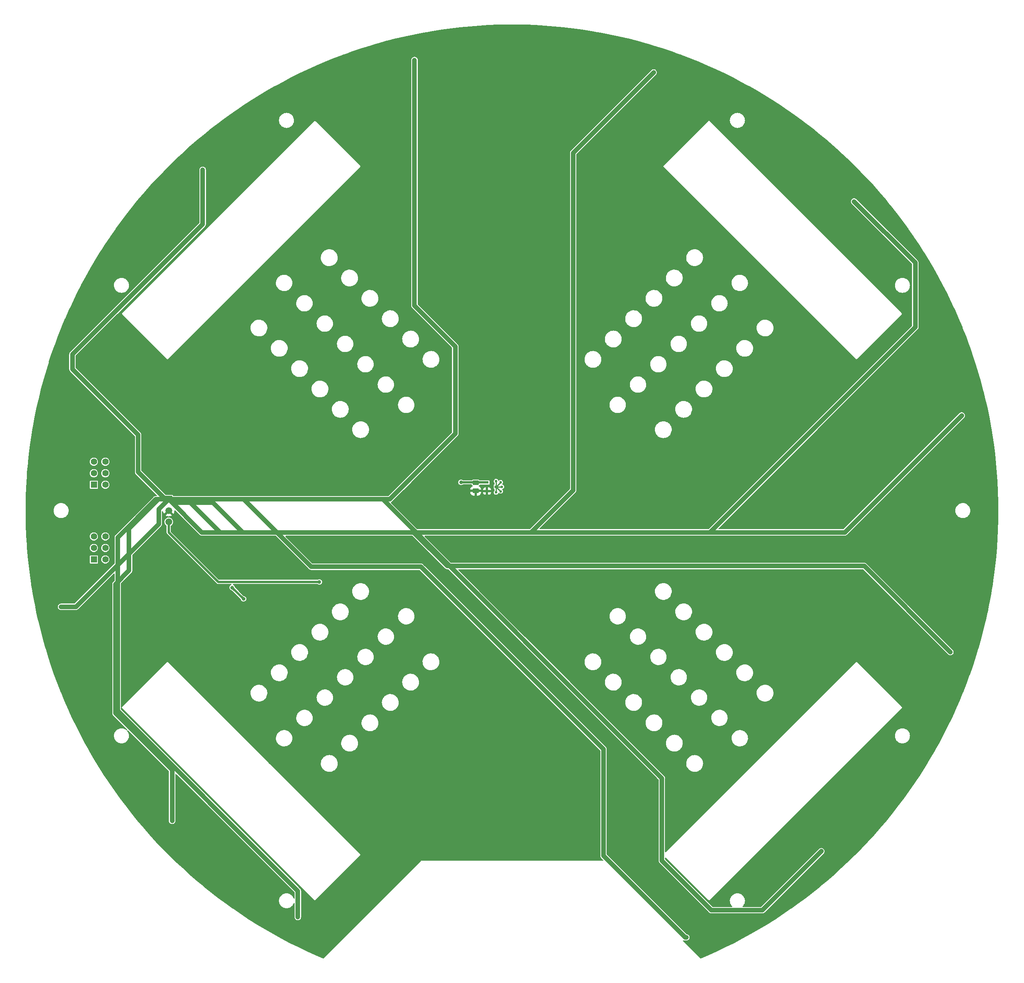
<source format=gbr>
%TF.GenerationSoftware,KiCad,Pcbnew,(6.0.9)*%
%TF.CreationDate,2023-07-09T09:41:20+10:00*%
%TF.ProjectId,Line 2.4,4c696e65-2032-42e3-942e-6b696361645f,rev?*%
%TF.SameCoordinates,Original*%
%TF.FileFunction,Copper,L1,Top*%
%TF.FilePolarity,Positive*%
%FSLAX46Y46*%
G04 Gerber Fmt 4.6, Leading zero omitted, Abs format (unit mm)*
G04 Created by KiCad (PCBNEW (6.0.9)) date 2023-07-09 09:41:20*
%MOMM*%
%LPD*%
G01*
G04 APERTURE LIST*
G04 Aperture macros list*
%AMRoundRect*
0 Rectangle with rounded corners*
0 $1 Rounding radius*
0 $2 $3 $4 $5 $6 $7 $8 $9 X,Y pos of 4 corners*
0 Add a 4 corners polygon primitive as box body*
4,1,4,$2,$3,$4,$5,$6,$7,$8,$9,$2,$3,0*
0 Add four circle primitives for the rounded corners*
1,1,$1+$1,$2,$3*
1,1,$1+$1,$4,$5*
1,1,$1+$1,$6,$7*
1,1,$1+$1,$8,$9*
0 Add four rect primitives between the rounded corners*
20,1,$1+$1,$2,$3,$4,$5,0*
20,1,$1+$1,$4,$5,$6,$7,0*
20,1,$1+$1,$6,$7,$8,$9,0*
20,1,$1+$1,$8,$9,$2,$3,0*%
G04 Aperture macros list end*
%TA.AperFunction,SMDPad,CuDef*%
%ADD10RoundRect,0.250000X0.450000X-0.262500X0.450000X0.262500X-0.450000X0.262500X-0.450000X-0.262500X0*%
%TD*%
%TA.AperFunction,ComponentPad*%
%ADD11R,1.398000X1.398000*%
%TD*%
%TA.AperFunction,ComponentPad*%
%ADD12C,1.398000*%
%TD*%
%TA.AperFunction,ComponentPad*%
%ADD13R,1.508000X1.508000*%
%TD*%
%TA.AperFunction,ComponentPad*%
%ADD14C,1.508000*%
%TD*%
%TA.AperFunction,SMDPad,CuDef*%
%ADD15R,0.700000X0.600000*%
%TD*%
%TA.AperFunction,ViaPad*%
%ADD16C,0.800000*%
%TD*%
%TA.AperFunction,ViaPad*%
%ADD17C,0.600000*%
%TD*%
%TA.AperFunction,Conductor*%
%ADD18C,0.500000*%
%TD*%
%TA.AperFunction,Conductor*%
%ADD19C,1.000000*%
%TD*%
%TA.AperFunction,Conductor*%
%ADD20C,0.250000*%
%TD*%
G04 APERTURE END LIST*
D10*
%TO.P,R25,1*%
%TO.N,GND*%
X245500000Y-137162500D03*
%TO.P,R25,2*%
%TO.N,/LEDPWM*%
X245500000Y-135337500D03*
%TD*%
D11*
%TO.P,J2,1,1*%
%TO.N,/SEN7*%
X161230000Y-152290000D03*
D12*
%TO.P,J2,2,2*%
%TO.N,/SEN8*%
X161230000Y-149750000D03*
%TO.P,J2,3,3*%
%TO.N,/SEN9*%
X161230000Y-147210000D03*
%TO.P,J2,4,4*%
%TO.N,/SEN10*%
X163770000Y-152290000D03*
%TO.P,J2,5,5*%
%TO.N,/SEN11*%
X163770000Y-149750000D03*
%TO.P,J2,6,6*%
%TO.N,/SEN12*%
X163770000Y-147210000D03*
%TD*%
D13*
%TO.P,J3,1,1*%
%TO.N,+5V*%
X177750000Y-139000000D03*
D14*
%TO.P,J3,2,2*%
%TO.N,GND*%
X177750000Y-141500000D03*
%TO.P,J3,3,3*%
%TO.N,/LEDPWM*%
X177750000Y-144000000D03*
%TD*%
D15*
%TO.P,U2,1,G*%
%TO.N,/LEDPWM*%
X248000000Y-135300000D03*
%TO.P,U2,2,S*%
%TO.N,GND*%
X248000000Y-137200000D03*
%TO.P,U2,3,D*%
%TO.N,/MSFTDRN*%
X250000000Y-136250000D03*
%TD*%
D11*
%TO.P,J1,1,1*%
%TO.N,/SEN1*%
X161230000Y-135790000D03*
D12*
%TO.P,J1,2,2*%
%TO.N,/SEN2*%
X161230000Y-133250000D03*
%TO.P,J1,3,3*%
%TO.N,/SEN3*%
X161230000Y-130710000D03*
%TO.P,J1,4,4*%
%TO.N,/SEN4*%
X163770000Y-135790000D03*
%TO.P,J1,5,5*%
%TO.N,/SEN5*%
X163770000Y-133250000D03*
%TO.P,J1,6,6*%
%TO.N,/SEN6*%
X163770000Y-130710000D03*
%TD*%
D16*
%TO.N,/SEN11*%
X191750000Y-158500000D03*
X194250000Y-161000000D03*
D17*
%TO.N,+5V*%
X185250000Y-66250000D03*
X156500000Y-110250000D03*
X232000000Y-42000000D03*
X352750000Y-120500000D03*
X329000000Y-73250000D03*
X321750000Y-216750000D03*
X206250000Y-231250000D03*
X178500000Y-210000000D03*
X284750000Y-44750000D03*
X154000000Y-162750000D03*
X292000000Y-235750000D03*
X350250000Y-172750000D03*
%TO.N,GND*%
X177000000Y-71750000D03*
X275655272Y-40374057D03*
X183750000Y-218000000D03*
X354625943Y-163655272D03*
X301530580Y-233208101D03*
X214120981Y-237242390D03*
X152374057Y-119344728D03*
X352155272Y-110124057D03*
X222124057Y-42844728D03*
X154844728Y-172875943D03*
X330000000Y-211250000D03*
X323250000Y-65000000D03*
%TO.N,/MSFTDRN*%
X251250000Y-136250000D03*
X251000000Y-135250000D03*
X250000000Y-135000000D03*
X251000000Y-137250000D03*
X250000000Y-137500000D03*
D16*
%TO.N,/LEDPWM*%
X211000000Y-157250000D03*
X242250000Y-135250000D03*
%TD*%
D18*
%TO.N,/SEN11*%
X194250000Y-161000000D02*
X191750000Y-158500000D01*
D19*
%TO.N,+5V*%
X194080000Y-146330000D02*
X187500000Y-139750000D01*
X331250000Y-153750000D02*
X350250000Y-172750000D01*
X177750000Y-139000000D02*
X174920000Y-139000000D01*
X292000000Y-235750000D02*
X291750000Y-235750000D01*
X233410000Y-153910000D02*
X209215635Y-153910000D01*
X166000000Y-157750000D02*
X169000000Y-154750000D01*
X232000000Y-42000000D02*
X232000000Y-96250000D01*
X291750000Y-235750000D02*
X273707106Y-217707106D01*
X308750000Y-229750000D02*
X297500000Y-229750000D01*
X342500000Y-86750000D02*
X329000000Y-73250000D01*
X156500000Y-110250000D02*
X171000000Y-124750000D01*
X175550000Y-144450000D02*
X175550000Y-141200000D01*
X169000000Y-154750000D02*
X169000000Y-145500000D01*
X226500000Y-139000000D02*
X177750000Y-139000000D01*
X273707106Y-217707106D02*
X273707106Y-194207106D01*
X169000000Y-145500000D02*
X175500000Y-139000000D01*
X352750000Y-120500000D02*
X326920000Y-146330000D01*
X267000000Y-62500000D02*
X267000000Y-137000000D01*
X185250000Y-66250000D02*
X185250000Y-78250000D01*
X154000000Y-162750000D02*
X157250000Y-162750000D01*
X181750000Y-139000000D02*
X177750000Y-139000000D01*
X177000000Y-139000000D02*
X177750000Y-139000000D01*
X185080000Y-146330000D02*
X297170000Y-146330000D01*
X194305635Y-139000000D02*
X177750000Y-139000000D01*
X156500000Y-107000000D02*
X156500000Y-110250000D01*
X206250000Y-225500000D02*
X206250000Y-231250000D01*
X174920000Y-139000000D02*
X166500000Y-147420000D01*
X209215635Y-153910000D02*
X194305635Y-139000000D01*
X185080000Y-146330000D02*
X231830000Y-146330000D01*
X157250000Y-162750000D02*
X175550000Y-144450000D01*
X178500000Y-139750000D02*
X177750000Y-139000000D01*
X178500000Y-198750000D02*
X166000000Y-186250000D01*
X185250000Y-78250000D02*
X156500000Y-107000000D01*
X166500000Y-147420000D02*
X166500000Y-185750000D01*
X175550000Y-141200000D02*
X177750000Y-139000000D01*
X297500000Y-229750000D02*
X286587572Y-218837572D01*
X231830000Y-146330000D02*
X239250000Y-153750000D01*
X297170000Y-146330000D02*
X342500000Y-101000000D01*
X171000000Y-124750000D02*
X171000000Y-133000000D01*
X239250000Y-153750000D02*
X331250000Y-153750000D01*
X284750000Y-44750000D02*
X267000000Y-62500000D01*
X166500000Y-185750000D02*
X206250000Y-225500000D01*
X241000000Y-105250000D02*
X241000000Y-124500000D01*
X257670000Y-146330000D02*
X189080000Y-146330000D01*
X189080000Y-146330000D02*
X181750000Y-139000000D01*
X267000000Y-137000000D02*
X257670000Y-146330000D01*
X187500000Y-139750000D02*
X178500000Y-139750000D01*
X326920000Y-146330000D02*
X194080000Y-146330000D01*
X241000000Y-124500000D02*
X226500000Y-139000000D01*
X175500000Y-139000000D02*
X177750000Y-139000000D01*
X225000000Y-139000000D02*
X177750000Y-139000000D01*
X178500000Y-210000000D02*
X178500000Y-198750000D01*
X273707106Y-194207106D02*
X233410000Y-153910000D01*
X166000000Y-186250000D02*
X166000000Y-157750000D01*
X232000000Y-96250000D02*
X241000000Y-105250000D01*
X286587572Y-200587572D02*
X225000000Y-139000000D01*
X321750000Y-216750000D02*
X308750000Y-229750000D01*
X177750000Y-139000000D02*
X185080000Y-146330000D01*
X171000000Y-133000000D02*
X177000000Y-139000000D01*
X342500000Y-101000000D02*
X342500000Y-86750000D01*
X286587572Y-218837572D02*
X286587572Y-200587572D01*
D20*
%TO.N,/MSFTDRN*%
X250000000Y-136250000D02*
X250000000Y-135000000D01*
X250000000Y-136250000D02*
X251250000Y-136250000D01*
X250000000Y-136250000D02*
X251000000Y-135250000D01*
X250000000Y-136250000D02*
X251000000Y-137250000D01*
X250000000Y-136250000D02*
X250000000Y-137500000D01*
%TO.N,/LEDPWM*%
X245412500Y-135250000D02*
X245500000Y-135337500D01*
X245537500Y-135300000D02*
X245500000Y-135337500D01*
D18*
X242250000Y-135250000D02*
X245412500Y-135250000D01*
X188670000Y-157250000D02*
X211000000Y-157250000D01*
X248000000Y-135300000D02*
X245537500Y-135300000D01*
X177750000Y-144000000D02*
X177750000Y-146330000D01*
X177750000Y-146330000D02*
X188670000Y-157250000D01*
%TD*%
%TA.AperFunction,Conductor*%
%TO.N,GND*%
G36*
X254534772Y-34155499D02*
G01*
X256599134Y-34195257D01*
X256601559Y-34195327D01*
X258664772Y-34274827D01*
X258667196Y-34274944D01*
X260728499Y-34394158D01*
X260730920Y-34394322D01*
X262789499Y-34553201D01*
X262791916Y-34553411D01*
X264847053Y-34751900D01*
X264849466Y-34752156D01*
X266900463Y-34990187D01*
X266902870Y-34990490D01*
X268948853Y-35267964D01*
X268951254Y-35268313D01*
X270991572Y-35585140D01*
X270993966Y-35585536D01*
X272336389Y-35820548D01*
X273027725Y-35941577D01*
X273030086Y-35942014D01*
X275056671Y-36337162D01*
X275059048Y-36337649D01*
X277077647Y-36771746D01*
X277080014Y-36772279D01*
X278269884Y-37052234D01*
X279089905Y-37245170D01*
X279092234Y-37245743D01*
X281092584Y-37757232D01*
X281094862Y-37757837D01*
X283085121Y-38307784D01*
X283087407Y-38308440D01*
X283800458Y-38520330D01*
X285066581Y-38896572D01*
X285068900Y-38897285D01*
X286506644Y-39354832D01*
X287036436Y-39523433D01*
X287038726Y-39524186D01*
X288993840Y-40188105D01*
X288996130Y-40188908D01*
X290058798Y-40572745D01*
X290938045Y-40890331D01*
X290940272Y-40891160D01*
X291018068Y-40920965D01*
X292868383Y-41629869D01*
X292870640Y-41630759D01*
X294784102Y-42406431D01*
X294786342Y-42407364D01*
X296684550Y-43219752D01*
X296686771Y-43220728D01*
X298568985Y-44069516D01*
X298571187Y-44070535D01*
X300436642Y-44955377D01*
X300438824Y-44956437D01*
X302287001Y-45877088D01*
X302289162Y-45878191D01*
X304119235Y-46834242D01*
X304121274Y-46835332D01*
X305504697Y-47592307D01*
X305932642Y-47826468D01*
X305934759Y-47827653D01*
X307726657Y-48853455D01*
X307728751Y-48854681D01*
X309500548Y-49914787D01*
X309502618Y-49916053D01*
X311253660Y-51010070D01*
X311255705Y-51011375D01*
X312985392Y-52138931D01*
X312987412Y-52140276D01*
X314165806Y-52941201D01*
X314695069Y-53300929D01*
X314697011Y-53302276D01*
X316382021Y-54495609D01*
X316383907Y-54496971D01*
X317668406Y-55444319D01*
X318045648Y-55722544D01*
X318047587Y-55724003D01*
X319685399Y-56981330D01*
X319687258Y-56982785D01*
X319991808Y-57226046D01*
X321300526Y-58271391D01*
X321302407Y-58272923D01*
X322890594Y-59592380D01*
X322892445Y-59593949D01*
X324454840Y-60943665D01*
X324456661Y-60945268D01*
X325824426Y-62173624D01*
X325992887Y-62324915D01*
X325994664Y-62326543D01*
X326451779Y-62753251D01*
X327503941Y-63735424D01*
X327505699Y-63737096D01*
X328987662Y-65174869D01*
X328989373Y-65176562D01*
X329480116Y-65671368D01*
X330443311Y-66642538D01*
X330445003Y-66644277D01*
X331870487Y-68138024D01*
X331872084Y-68139730D01*
X332166723Y-68460629D01*
X333268541Y-69660648D01*
X333270165Y-69662451D01*
X334637076Y-71209975D01*
X334638664Y-71211809D01*
X335975512Y-72785353D01*
X335976993Y-72787131D01*
X336730448Y-73709407D01*
X337283319Y-74386156D01*
X337284836Y-74388050D01*
X338560081Y-76011869D01*
X338561561Y-76013791D01*
X339805320Y-77661890D01*
X339806763Y-77663841D01*
X340573913Y-78722169D01*
X341018546Y-79335567D01*
X341019937Y-79337526D01*
X342132045Y-80935621D01*
X342199318Y-81032293D01*
X342200685Y-81034298D01*
X343347193Y-82751430D01*
X343348521Y-82753460D01*
X344059446Y-83863940D01*
X344433706Y-84448541D01*
X344461791Y-84492411D01*
X344463073Y-84494458D01*
X345459536Y-86119013D01*
X345542621Y-86254469D01*
X345543860Y-86256533D01*
X345728673Y-86571280D01*
X346589338Y-88037044D01*
X346590546Y-88039148D01*
X347601516Y-89839404D01*
X347602684Y-89841531D01*
X348578833Y-91660978D01*
X348579959Y-91663127D01*
X349520861Y-93500971D01*
X349521946Y-93503141D01*
X350427305Y-95358803D01*
X350428348Y-95360994D01*
X350930779Y-96443191D01*
X351240801Y-97110954D01*
X351297810Y-97233748D01*
X351298805Y-97235947D01*
X352113760Y-99083641D01*
X352132030Y-99125063D01*
X352132985Y-99127285D01*
X352907570Y-100979231D01*
X352929696Y-101032133D01*
X352930607Y-101034371D01*
X352990558Y-101185836D01*
X353690488Y-102954202D01*
X353691359Y-102956466D01*
X354414137Y-104890579D01*
X354414964Y-104892860D01*
X354602253Y-105425071D01*
X355100357Y-106840511D01*
X355101103Y-106842695D01*
X355685800Y-108612311D01*
X355748895Y-108803272D01*
X355749634Y-108805583D01*
X356359533Y-110778200D01*
X356360227Y-110780525D01*
X356932026Y-112764505D01*
X356932675Y-112766843D01*
X357466148Y-114761404D01*
X357466753Y-114763754D01*
X357593920Y-115278739D01*
X357959605Y-116759643D01*
X357961743Y-116768302D01*
X357962293Y-116770625D01*
X358183365Y-117746245D01*
X358418598Y-118784360D01*
X358419111Y-118786731D01*
X358836539Y-120808791D01*
X358837007Y-120811172D01*
X358919987Y-121256257D01*
X359209786Y-122810664D01*
X359215437Y-122840976D01*
X359215853Y-122843337D01*
X359346476Y-123627484D01*
X359555115Y-124879978D01*
X359555491Y-124882375D01*
X359855484Y-126925237D01*
X359855813Y-126927641D01*
X360116406Y-128975841D01*
X360116689Y-128978251D01*
X360337795Y-131031083D01*
X360338032Y-131033498D01*
X360519572Y-133090250D01*
X360519762Y-133092668D01*
X360584293Y-134029400D01*
X360660525Y-135135979D01*
X360661662Y-135152490D01*
X360661805Y-135154891D01*
X360763716Y-137211016D01*
X360764021Y-137217176D01*
X360764117Y-137219590D01*
X360772689Y-137502728D01*
X360826600Y-139283348D01*
X360826650Y-139285774D01*
X360849383Y-141350341D01*
X360849387Y-141352767D01*
X360843917Y-142016183D01*
X360834145Y-143201304D01*
X360832362Y-143417493D01*
X360832319Y-143419890D01*
X360821485Y-143813706D01*
X360775541Y-145483832D01*
X360775451Y-145486256D01*
X360744702Y-146143397D01*
X360684164Y-147437144D01*
X360678944Y-147548691D01*
X360678810Y-147551072D01*
X360546282Y-149555674D01*
X360542597Y-149611420D01*
X360542415Y-149613812D01*
X360463590Y-150535966D01*
X360366565Y-151671033D01*
X360366335Y-151673449D01*
X360150906Y-153726890D01*
X360150630Y-153729300D01*
X359895695Y-155778259D01*
X359895372Y-155780664D01*
X359727367Y-156947159D01*
X359605971Y-157790040D01*
X359601037Y-157824295D01*
X359600670Y-157826677D01*
X359391599Y-159103536D01*
X359267034Y-159864288D01*
X359266619Y-159866678D01*
X358893815Y-161897460D01*
X358893354Y-161899843D01*
X358810107Y-162308810D01*
X358494472Y-163859423D01*
X358481508Y-163923110D01*
X358481010Y-163925439D01*
X358081263Y-165712486D01*
X358030287Y-165940373D01*
X358029742Y-165942704D01*
X357540287Y-167948657D01*
X357539695Y-167950985D01*
X357011888Y-169946450D01*
X357011723Y-169947073D01*
X357011091Y-169949373D01*
X356470259Y-171845599D01*
X356444770Y-171934966D01*
X356444095Y-171937250D01*
X355900876Y-173711569D01*
X355839639Y-173911588D01*
X355838906Y-173913901D01*
X355196554Y-175876208D01*
X355195809Y-175878409D01*
X354870148Y-176812063D01*
X354515791Y-177827986D01*
X354514970Y-177830269D01*
X353797551Y-179766356D01*
X353796688Y-179768619D01*
X353099497Y-181544395D01*
X353042130Y-181690510D01*
X353041225Y-181692752D01*
X352260017Y-183575140D01*
X352249773Y-183599823D01*
X352248830Y-183602034D01*
X351422498Y-185489641D01*
X351420827Y-185493457D01*
X351419848Y-185495636D01*
X351058523Y-186279572D01*
X350555554Y-187370819D01*
X350554517Y-187373013D01*
X349654312Y-189231130D01*
X349653234Y-189233303D01*
X348717375Y-191073824D01*
X348716254Y-191075976D01*
X347745162Y-192898075D01*
X347744000Y-192900205D01*
X347104530Y-194046335D01*
X346752277Y-194677682D01*
X346738024Y-194703227D01*
X346736824Y-194705331D01*
X345696229Y-196488799D01*
X345695035Y-196490800D01*
X344889552Y-197812184D01*
X344620345Y-198253814D01*
X344619063Y-198255872D01*
X344018468Y-199199752D01*
X343510628Y-199997859D01*
X343509321Y-199999869D01*
X342892050Y-200929919D01*
X342367550Y-201720188D01*
X342366189Y-201722197D01*
X341191487Y-203420236D01*
X341190087Y-203422218D01*
X339982939Y-205097279D01*
X339981502Y-205099233D01*
X338742317Y-206750748D01*
X338740842Y-206752675D01*
X337470072Y-208380038D01*
X337468560Y-208381936D01*
X336166722Y-209984492D01*
X336165175Y-209986360D01*
X334832689Y-211563588D01*
X334831105Y-211565427D01*
X333468482Y-213116719D01*
X333466863Y-213118526D01*
X332074671Y-214643241D01*
X332073018Y-214645017D01*
X330651699Y-216142667D01*
X330650012Y-216144411D01*
X329200121Y-217614415D01*
X329198401Y-217616126D01*
X327756032Y-219023251D01*
X327720447Y-219057966D01*
X327718702Y-219059636D01*
X327409194Y-219350161D01*
X326213304Y-220472704D01*
X326211519Y-220474347D01*
X324679115Y-221858238D01*
X324677336Y-221859813D01*
X324320611Y-222169706D01*
X323118665Y-223213854D01*
X323116819Y-223215428D01*
X321532224Y-224539323D01*
X321530423Y-224540798D01*
X319920716Y-225833867D01*
X319918863Y-225835328D01*
X318284461Y-227097234D01*
X318282608Y-227098635D01*
X316624242Y-228328814D01*
X316622383Y-228330165D01*
X315253743Y-229305137D01*
X314940659Y-229528167D01*
X314938670Y-229529555D01*
X313234253Y-230694908D01*
X313232237Y-230696258D01*
X311505686Y-231828584D01*
X311503652Y-231829890D01*
X311371188Y-231913161D01*
X309755658Y-232928735D01*
X309753592Y-232930007D01*
X307984671Y-233995045D01*
X307982580Y-233996276D01*
X306193565Y-235027005D01*
X306191451Y-235028196D01*
X304382902Y-236024298D01*
X304380766Y-236025448D01*
X302553372Y-236986540D01*
X302551214Y-236987649D01*
X300705633Y-237913385D01*
X300703454Y-237914452D01*
X298840348Y-238804499D01*
X298838159Y-238805518D01*
X296958357Y-239659482D01*
X296956212Y-239660432D01*
X295230062Y-240404837D01*
X295159589Y-240413445D01*
X295091071Y-240378232D01*
X291297304Y-236584465D01*
X291263278Y-236522153D01*
X291268343Y-236451338D01*
X291310890Y-236394502D01*
X291377410Y-236369691D01*
X291432165Y-236377976D01*
X291475381Y-236394825D01*
X291481445Y-236397375D01*
X291532057Y-236420228D01*
X291532059Y-236420229D01*
X291538983Y-236423355D01*
X291546455Y-236424740D01*
X291549733Y-236425767D01*
X291564114Y-236429863D01*
X291567430Y-236430715D01*
X291574513Y-236433476D01*
X291637111Y-236441717D01*
X291643614Y-236442747D01*
X291705692Y-236454252D01*
X291713272Y-236453815D01*
X291713273Y-236453815D01*
X291767138Y-236450709D01*
X291774391Y-236450500D01*
X292042516Y-236450500D01*
X292168320Y-236435276D01*
X292326923Y-236375345D01*
X292358587Y-236353583D01*
X292460392Y-236283614D01*
X292460393Y-236283613D01*
X292466651Y-236279312D01*
X292512275Y-236228105D01*
X292574388Y-236158392D01*
X292574390Y-236158388D01*
X292579440Y-236152721D01*
X292658776Y-236002881D01*
X292700081Y-235838441D01*
X292700969Y-235668895D01*
X292661388Y-235504032D01*
X292583625Y-235353369D01*
X292472169Y-235225604D01*
X292413649Y-235184475D01*
X292339670Y-235132482D01*
X292339668Y-235132481D01*
X292333453Y-235128113D01*
X292175487Y-235066524D01*
X292167954Y-235065532D01*
X292167953Y-235065532D01*
X292081649Y-235054170D01*
X292016722Y-235025448D01*
X292009000Y-235018343D01*
X274444511Y-217453854D01*
X274410485Y-217391542D01*
X274407606Y-217364759D01*
X274407606Y-194235747D01*
X274407898Y-194227177D01*
X274411268Y-194177752D01*
X274411268Y-194177748D01*
X274411784Y-194170176D01*
X274410479Y-194162700D01*
X274410479Y-194162696D01*
X274400930Y-194107984D01*
X274399967Y-194101458D01*
X274393296Y-194046335D01*
X274393295Y-194046331D01*
X274392382Y-194038786D01*
X274389697Y-194031681D01*
X274388875Y-194028333D01*
X274384930Y-194013914D01*
X274383940Y-194010635D01*
X274382634Y-194003152D01*
X274357254Y-193945336D01*
X274354763Y-193939231D01*
X274335136Y-193887289D01*
X274332451Y-193880183D01*
X274328148Y-193873923D01*
X274326565Y-193870894D01*
X274319282Y-193857807D01*
X274317537Y-193854856D01*
X274314485Y-193847904D01*
X274276064Y-193797833D01*
X274272187Y-193792497D01*
X274240725Y-193746720D01*
X274240720Y-193746714D01*
X274236418Y-193740455D01*
X274190448Y-193699497D01*
X274185173Y-193694517D01*
X233925582Y-153434925D01*
X233919728Y-153428659D01*
X233887165Y-153391331D01*
X233882169Y-153385604D01*
X233830527Y-153349310D01*
X233825242Y-153345384D01*
X233781524Y-153311105D01*
X233781520Y-153311103D01*
X233775543Y-153306416D01*
X233768620Y-153303290D01*
X233765672Y-153301505D01*
X233752712Y-153294113D01*
X233749666Y-153292480D01*
X233743453Y-153288113D01*
X233684633Y-153265180D01*
X233678554Y-153262624D01*
X233643392Y-153246748D01*
X233621016Y-153236645D01*
X233613545Y-153235260D01*
X233610277Y-153234236D01*
X233595836Y-153230123D01*
X233592563Y-153229283D01*
X233585487Y-153226524D01*
X233540817Y-153220644D01*
X233522894Y-153218284D01*
X233516377Y-153217252D01*
X233461775Y-153207132D01*
X233454308Y-153205748D01*
X233446728Y-153206185D01*
X233446727Y-153206185D01*
X233392856Y-153209291D01*
X233385604Y-153209500D01*
X209557982Y-153209500D01*
X209489861Y-153189498D01*
X209468887Y-153172595D01*
X203541887Y-147245595D01*
X203507861Y-147183283D01*
X203512926Y-147112468D01*
X203555473Y-147055632D01*
X203621993Y-147030821D01*
X203630982Y-147030500D01*
X231487654Y-147030500D01*
X231555775Y-147050502D01*
X231576749Y-147067405D01*
X238734418Y-154225075D01*
X238740271Y-154231340D01*
X238777831Y-154274396D01*
X238829473Y-154310690D01*
X238834758Y-154314616D01*
X238878476Y-154348895D01*
X238878480Y-154348897D01*
X238884457Y-154353584D01*
X238891380Y-154356710D01*
X238894328Y-154358495D01*
X238907288Y-154365887D01*
X238910334Y-154367520D01*
X238916547Y-154371887D01*
X238950372Y-154385075D01*
X238975366Y-154394820D01*
X238981445Y-154397375D01*
X239038984Y-154423355D01*
X239046455Y-154424740D01*
X239049723Y-154425764D01*
X239064164Y-154429877D01*
X239067437Y-154430717D01*
X239074513Y-154433476D01*
X239114675Y-154438763D01*
X239137106Y-154441716D01*
X239143623Y-154442748D01*
X239185035Y-154450423D01*
X239205692Y-154454252D01*
X239213272Y-154453815D01*
X239213273Y-154453815D01*
X239267144Y-154450709D01*
X239274396Y-154450500D01*
X239407654Y-154450500D01*
X239475775Y-154470502D01*
X239496749Y-154487405D01*
X285850167Y-200840824D01*
X285884193Y-200903136D01*
X285887072Y-200929919D01*
X285887072Y-218808931D01*
X285886780Y-218817501D01*
X285883964Y-218858811D01*
X285882894Y-218874502D01*
X285884199Y-218881978D01*
X285884199Y-218881981D01*
X285893750Y-218936704D01*
X285894713Y-218943230D01*
X285902296Y-219005892D01*
X285904981Y-219012999D01*
X285905790Y-219016292D01*
X285909749Y-219030763D01*
X285910738Y-219034039D01*
X285912045Y-219041526D01*
X285915100Y-219048485D01*
X285915100Y-219048486D01*
X285937419Y-219099332D01*
X285939911Y-219105438D01*
X285956939Y-219150500D01*
X285962227Y-219164495D01*
X285966526Y-219170750D01*
X285968107Y-219173775D01*
X285975397Y-219186871D01*
X285977138Y-219189815D01*
X285980193Y-219196774D01*
X285984818Y-219202802D01*
X285984819Y-219202803D01*
X286018614Y-219246845D01*
X286022491Y-219252181D01*
X286053953Y-219297958D01*
X286053958Y-219297964D01*
X286058260Y-219304223D01*
X286063934Y-219309278D01*
X286104229Y-219345180D01*
X286109505Y-219350161D01*
X296984418Y-230225075D01*
X296990271Y-230231340D01*
X297027831Y-230274396D01*
X297079473Y-230310690D01*
X297084758Y-230314616D01*
X297128476Y-230348895D01*
X297128480Y-230348897D01*
X297134457Y-230353584D01*
X297141380Y-230356710D01*
X297144328Y-230358495D01*
X297157288Y-230365887D01*
X297160334Y-230367520D01*
X297166547Y-230371887D01*
X297182303Y-230378030D01*
X297225366Y-230394820D01*
X297231445Y-230397375D01*
X297288984Y-230423355D01*
X297296455Y-230424740D01*
X297299723Y-230425764D01*
X297314164Y-230429877D01*
X297317437Y-230430717D01*
X297324513Y-230433476D01*
X297369183Y-230439356D01*
X297387106Y-230441716D01*
X297393623Y-230442748D01*
X297399418Y-230443822D01*
X297455692Y-230454252D01*
X297463272Y-230453815D01*
X297463273Y-230453815D01*
X297517144Y-230450709D01*
X297524396Y-230450500D01*
X308721359Y-230450500D01*
X308729929Y-230450792D01*
X308779354Y-230454162D01*
X308779358Y-230454162D01*
X308786930Y-230454678D01*
X308794406Y-230453373D01*
X308794409Y-230453373D01*
X308849132Y-230443822D01*
X308855658Y-230442859D01*
X308896096Y-230437965D01*
X308918320Y-230435276D01*
X308925427Y-230432591D01*
X308928720Y-230431782D01*
X308943191Y-230427823D01*
X308946467Y-230426834D01*
X308953954Y-230425527D01*
X308966026Y-230420228D01*
X309011760Y-230400153D01*
X309017866Y-230397661D01*
X309069818Y-230378030D01*
X309069820Y-230378029D01*
X309076923Y-230375345D01*
X309083178Y-230371046D01*
X309086203Y-230369465D01*
X309099299Y-230362175D01*
X309102243Y-230360434D01*
X309109202Y-230357379D01*
X309120259Y-230348895D01*
X309159273Y-230318958D01*
X309164609Y-230315081D01*
X309210386Y-230283619D01*
X309210392Y-230283614D01*
X309216651Y-230279312D01*
X309257609Y-230233342D01*
X309262589Y-230228067D01*
X322275391Y-217215265D01*
X322353583Y-217115543D01*
X322356707Y-217108625D01*
X322356709Y-217108621D01*
X322420229Y-216967939D01*
X322423355Y-216961016D01*
X322431037Y-216919571D01*
X322452868Y-216801775D01*
X322454252Y-216794308D01*
X322444492Y-216625041D01*
X322394639Y-216462989D01*
X322307569Y-216317505D01*
X322302232Y-216312112D01*
X322302229Y-216312108D01*
X322246790Y-216256086D01*
X322188310Y-216196990D01*
X322099588Y-216142622D01*
X322050222Y-216112371D01*
X322050219Y-216112370D01*
X322043746Y-216108403D01*
X321882225Y-216056855D01*
X321874645Y-216056338D01*
X321874644Y-216056338D01*
X321841786Y-216054098D01*
X321713070Y-216045322D01*
X321705593Y-216046627D01*
X321705592Y-216046627D01*
X321646990Y-216056855D01*
X321546046Y-216074473D01*
X321539097Y-216077523D01*
X321539095Y-216077524D01*
X321488171Y-216099878D01*
X321390797Y-216142622D01*
X321287321Y-216222022D01*
X308496748Y-229012595D01*
X308434436Y-229046621D01*
X308407653Y-229049500D01*
X304515048Y-229049500D01*
X304446927Y-229029498D01*
X304400434Y-228975842D01*
X304390330Y-228905568D01*
X304419824Y-228840988D01*
X304419970Y-228840831D01*
X304420689Y-228840217D01*
X304589412Y-228642668D01*
X304725154Y-228421156D01*
X304787119Y-228271561D01*
X304822679Y-228185711D01*
X304822680Y-228185709D01*
X304824573Y-228181138D01*
X304845780Y-228092804D01*
X304884066Y-227933335D01*
X304884067Y-227933329D01*
X304885221Y-227928522D01*
X304905604Y-227669528D01*
X304885221Y-227410534D01*
X304884067Y-227405727D01*
X304884066Y-227405721D01*
X304834828Y-227200635D01*
X304824573Y-227157918D01*
X304807091Y-227115713D01*
X304727049Y-226922474D01*
X304727047Y-226922470D01*
X304725154Y-226917900D01*
X304589412Y-226696388D01*
X304420689Y-226498839D01*
X304223140Y-226330116D01*
X304001628Y-226194374D01*
X303997058Y-226192481D01*
X303997054Y-226192479D01*
X303766183Y-226096849D01*
X303766181Y-226096848D01*
X303761610Y-226094955D01*
X303673276Y-226073748D01*
X303513807Y-226035462D01*
X303513801Y-226035461D01*
X303508994Y-226034307D01*
X303250000Y-226013924D01*
X302991006Y-226034307D01*
X302986199Y-226035461D01*
X302986193Y-226035462D01*
X302826724Y-226073748D01*
X302738390Y-226094955D01*
X302733819Y-226096848D01*
X302733817Y-226096849D01*
X302502946Y-226192479D01*
X302502942Y-226192481D01*
X302498372Y-226194374D01*
X302276860Y-226330116D01*
X302079311Y-226498839D01*
X301910588Y-226696388D01*
X301774846Y-226917900D01*
X301772953Y-226922470D01*
X301772951Y-226922474D01*
X301692909Y-227115713D01*
X301675427Y-227157918D01*
X301665172Y-227200635D01*
X301615934Y-227405721D01*
X301615933Y-227405727D01*
X301614779Y-227410534D01*
X301594396Y-227669528D01*
X301614779Y-227928522D01*
X301615933Y-227933329D01*
X301615934Y-227933335D01*
X301654220Y-228092804D01*
X301675427Y-228181138D01*
X301677320Y-228185709D01*
X301677321Y-228185711D01*
X301712882Y-228271561D01*
X301774846Y-228421156D01*
X301910588Y-228642668D01*
X301962377Y-228703305D01*
X302079311Y-228840217D01*
X302077886Y-228841434D01*
X302108073Y-228896717D01*
X302103008Y-228967532D01*
X302060461Y-229024368D01*
X301993941Y-229049179D01*
X301984952Y-229049500D01*
X297842346Y-229049500D01*
X297774225Y-229029498D01*
X297753251Y-229012595D01*
X287324977Y-218584320D01*
X287290951Y-218522008D01*
X287288072Y-218495225D01*
X287288072Y-218231508D01*
X287308074Y-218163387D01*
X287361730Y-218116894D01*
X287432004Y-218106790D01*
X287496584Y-218136284D01*
X287503167Y-218142413D01*
X296854903Y-227494149D01*
X296859650Y-227500335D01*
X296868601Y-227509286D01*
X296876893Y-227523648D01*
X296891255Y-227531940D01*
X296891256Y-227531941D01*
X296915138Y-227545729D01*
X296946740Y-227563974D01*
X296987063Y-227563974D01*
X297010803Y-227563975D01*
X297027393Y-227563975D01*
X297041760Y-227555680D01*
X297041761Y-227555680D01*
X297082877Y-227531941D01*
X297097241Y-227523648D01*
X297105534Y-227509284D01*
X297114488Y-227500330D01*
X297119230Y-227494150D01*
X333363380Y-191250000D01*
X338013924Y-191250000D01*
X338034307Y-191508994D01*
X338035461Y-191513801D01*
X338035462Y-191513807D01*
X338057307Y-191604795D01*
X338094955Y-191761610D01*
X338096848Y-191766181D01*
X338096849Y-191766183D01*
X338191767Y-191995333D01*
X338194374Y-192001628D01*
X338330116Y-192223140D01*
X338498839Y-192420689D01*
X338696388Y-192589412D01*
X338917900Y-192725154D01*
X338922470Y-192727047D01*
X338922474Y-192727049D01*
X339104955Y-192802635D01*
X339157918Y-192824573D01*
X339246252Y-192845780D01*
X339405721Y-192884066D01*
X339405727Y-192884067D01*
X339410534Y-192885221D01*
X339669528Y-192905604D01*
X339928522Y-192885221D01*
X339933329Y-192884067D01*
X339933335Y-192884066D01*
X340092804Y-192845780D01*
X340181138Y-192824573D01*
X340234101Y-192802635D01*
X340416582Y-192727049D01*
X340416586Y-192727047D01*
X340421156Y-192725154D01*
X340642668Y-192589412D01*
X340840217Y-192420689D01*
X341008940Y-192223140D01*
X341144682Y-192001628D01*
X341147290Y-191995333D01*
X341242207Y-191766183D01*
X341242208Y-191766181D01*
X341244101Y-191761610D01*
X341281749Y-191604795D01*
X341303594Y-191513807D01*
X341303595Y-191513801D01*
X341304749Y-191508994D01*
X341325132Y-191250000D01*
X341304749Y-190991006D01*
X341303595Y-190986199D01*
X341303594Y-190986193D01*
X341251618Y-190769700D01*
X341244101Y-190738390D01*
X341237813Y-190723210D01*
X341146577Y-190502946D01*
X341146575Y-190502942D01*
X341144682Y-190498372D01*
X341008940Y-190276860D01*
X340840217Y-190079311D01*
X340642668Y-189910588D01*
X340421156Y-189774846D01*
X340416586Y-189772953D01*
X340416582Y-189772951D01*
X340185711Y-189677321D01*
X340185709Y-189677320D01*
X340181138Y-189675427D01*
X340091884Y-189653999D01*
X339933335Y-189615934D01*
X339933329Y-189615933D01*
X339928522Y-189614779D01*
X339669528Y-189594396D01*
X339410534Y-189614779D01*
X339405727Y-189615933D01*
X339405721Y-189615934D01*
X339247172Y-189653999D01*
X339157918Y-189675427D01*
X339153347Y-189677320D01*
X339153345Y-189677321D01*
X338922474Y-189772951D01*
X338922470Y-189772953D01*
X338917900Y-189774846D01*
X338696388Y-189910588D01*
X338498839Y-190079311D01*
X338330116Y-190276860D01*
X338194374Y-190498372D01*
X338192481Y-190502942D01*
X338192479Y-190502946D01*
X338101243Y-190723210D01*
X338094955Y-190738390D01*
X338087438Y-190769700D01*
X338035462Y-190986193D01*
X338035461Y-190986199D01*
X338034307Y-190991006D01*
X338013924Y-191250000D01*
X333363380Y-191250000D01*
X339494149Y-185119231D01*
X339500335Y-185114484D01*
X339509286Y-185105533D01*
X339523648Y-185097241D01*
X339531940Y-185082879D01*
X339531941Y-185082878D01*
X339555679Y-185041762D01*
X339555679Y-185041761D01*
X339563974Y-185027394D01*
X339563974Y-184946740D01*
X339533904Y-184894658D01*
X339533897Y-184894648D01*
X339523647Y-184876894D01*
X339509284Y-184868601D01*
X339500330Y-184859647D01*
X339494154Y-184854908D01*
X329646138Y-175006892D01*
X329641400Y-175000718D01*
X329632445Y-174991763D01*
X329624152Y-174977399D01*
X329609453Y-174968912D01*
X329606390Y-174967143D01*
X329606388Y-174967142D01*
X329568671Y-174945366D01*
X329554306Y-174937072D01*
X329513984Y-174937072D01*
X329490243Y-174937071D01*
X329473653Y-174937071D01*
X329459286Y-174945366D01*
X329459285Y-174945366D01*
X329433780Y-174960092D01*
X329403805Y-174977398D01*
X329395512Y-174991762D01*
X329386558Y-175000716D01*
X329381816Y-175006896D01*
X287503167Y-216885545D01*
X287440855Y-216919571D01*
X287370040Y-216914506D01*
X287313204Y-216871959D01*
X287288393Y-216805439D01*
X287288072Y-216796450D01*
X287288072Y-200616213D01*
X287288364Y-200607643D01*
X287288423Y-200606783D01*
X287292250Y-200550642D01*
X287281395Y-200488442D01*
X287280432Y-200481918D01*
X287273761Y-200426793D01*
X287273760Y-200426790D01*
X287272848Y-200419252D01*
X287270164Y-200412150D01*
X287269345Y-200408814D01*
X287265389Y-200394357D01*
X287264406Y-200391100D01*
X287263100Y-200383619D01*
X287260048Y-200376666D01*
X287237723Y-200325805D01*
X287235232Y-200319700D01*
X287215605Y-200267761D01*
X287215603Y-200267757D01*
X287212917Y-200260649D01*
X287208612Y-200254385D01*
X287207023Y-200251346D01*
X287199740Y-200238259D01*
X287198002Y-200235320D01*
X287194951Y-200228370D01*
X287190326Y-200222342D01*
X287156508Y-200178269D01*
X287152643Y-200172950D01*
X287116884Y-200120921D01*
X287070923Y-200079971D01*
X287065648Y-200074991D01*
X284278969Y-197288312D01*
X291965625Y-197288312D01*
X291967915Y-197346586D01*
X291975914Y-197550168D01*
X292022995Y-197807962D01*
X292105931Y-198056550D01*
X292107923Y-198060537D01*
X292107924Y-198060539D01*
X292206270Y-198257360D01*
X292223065Y-198290973D01*
X292372061Y-198506552D01*
X292549946Y-198698988D01*
X292553400Y-198701800D01*
X292698890Y-198820247D01*
X292753171Y-198864439D01*
X292756983Y-198866734D01*
X292973865Y-198997307D01*
X292973869Y-198997309D01*
X292977681Y-198999604D01*
X292981788Y-199001343D01*
X293214898Y-199100053D01*
X293214902Y-199100054D01*
X293218996Y-199101788D01*
X293223288Y-199102926D01*
X293223291Y-199102927D01*
X293223299Y-199102929D01*
X293472301Y-199168951D01*
X293476725Y-199169475D01*
X293476727Y-199169475D01*
X293627508Y-199187321D01*
X293732543Y-199199752D01*
X293994528Y-199193578D01*
X293998922Y-199192847D01*
X293998929Y-199192846D01*
X294248628Y-199151285D01*
X294248632Y-199151284D01*
X294253030Y-199150552D01*
X294437073Y-199092347D01*
X294498644Y-199072875D01*
X294498646Y-199072874D01*
X294502890Y-199071532D01*
X294506903Y-199069605D01*
X294506906Y-199069604D01*
X294735105Y-198960024D01*
X294735106Y-198960023D01*
X294739124Y-198958094D01*
X294875843Y-198866741D01*
X294953309Y-198814980D01*
X294953313Y-198814977D01*
X294957017Y-198812502D01*
X294960335Y-198809530D01*
X294960338Y-198809528D01*
X295148905Y-198640634D01*
X295148906Y-198640633D01*
X295152223Y-198637662D01*
X295262430Y-198506554D01*
X295317980Y-198440469D01*
X295317983Y-198440464D01*
X295320845Y-198437060D01*
X295459521Y-198214702D01*
X295461323Y-198210628D01*
X295563684Y-197979088D01*
X295565482Y-197975021D01*
X295636616Y-197722802D01*
X295659215Y-197554548D01*
X295671074Y-197466259D01*
X295671075Y-197466251D01*
X295671501Y-197463077D01*
X295675162Y-197346586D01*
X295656654Y-197085182D01*
X295601498Y-196828994D01*
X295582545Y-196777618D01*
X295512336Y-196587311D01*
X295512336Y-196587310D01*
X295510795Y-196583134D01*
X295386355Y-196352506D01*
X295230661Y-196141713D01*
X295227542Y-196138544D01*
X295227538Y-196138540D01*
X295057657Y-195965970D01*
X295046819Y-195954960D01*
X295043278Y-195952257D01*
X294864952Y-195816164D01*
X294838497Y-195795974D01*
X294787355Y-195767333D01*
X294613739Y-195670103D01*
X294613736Y-195670102D01*
X294609853Y-195667927D01*
X294605714Y-195666326D01*
X294605706Y-195666322D01*
X294425494Y-195596604D01*
X294365447Y-195573374D01*
X294361122Y-195572371D01*
X294361117Y-195572370D01*
X294221095Y-195539915D01*
X294110157Y-195514201D01*
X293849077Y-195491589D01*
X293844642Y-195491833D01*
X293844638Y-195491833D01*
X293591858Y-195505744D01*
X293591851Y-195505745D01*
X293587415Y-195505989D01*
X293330392Y-195557114D01*
X293326182Y-195558592D01*
X293326180Y-195558593D01*
X293279520Y-195574979D01*
X293083137Y-195643944D01*
X293079186Y-195645997D01*
X293079180Y-195645999D01*
X292951830Y-195712153D01*
X292850583Y-195764746D01*
X292846968Y-195767329D01*
X292846962Y-195767333D01*
X292640991Y-195914522D01*
X292640987Y-195914525D01*
X292637370Y-195917110D01*
X292447753Y-196097996D01*
X292285515Y-196303794D01*
X292283283Y-196307636D01*
X292283280Y-196307641D01*
X292156130Y-196526545D01*
X292156128Y-196526549D01*
X292153892Y-196530399D01*
X292134119Y-196579216D01*
X292057184Y-196769158D01*
X292057181Y-196769166D01*
X292055511Y-196773290D01*
X291992336Y-197027619D01*
X291965625Y-197288312D01*
X284278969Y-197288312D01*
X279788841Y-192798184D01*
X287475495Y-192798184D01*
X287477785Y-192856458D01*
X287485784Y-193060040D01*
X287532865Y-193317834D01*
X287551727Y-193374369D01*
X287610695Y-193551117D01*
X287615801Y-193566423D01*
X287622364Y-193579558D01*
X287728764Y-193792497D01*
X287732935Y-193800845D01*
X287881931Y-194016425D01*
X287966568Y-194107984D01*
X288024058Y-194170176D01*
X288059817Y-194208860D01*
X288063271Y-194211672D01*
X288259585Y-194371497D01*
X288259589Y-194371500D01*
X288263042Y-194374311D01*
X288266864Y-194376612D01*
X288467265Y-194497263D01*
X288487552Y-194509477D01*
X288581958Y-194549453D01*
X288724769Y-194609926D01*
X288724773Y-194609927D01*
X288728867Y-194611661D01*
X288733159Y-194612799D01*
X288733162Y-194612800D01*
X288833932Y-194639519D01*
X288982172Y-194678824D01*
X288986596Y-194679348D01*
X288986598Y-194679348D01*
X289137379Y-194697194D01*
X289242414Y-194709625D01*
X289504399Y-194703451D01*
X289508793Y-194702720D01*
X289508800Y-194702719D01*
X289758499Y-194661158D01*
X289758503Y-194661157D01*
X289762901Y-194660425D01*
X289926868Y-194608569D01*
X290008516Y-194582747D01*
X290008518Y-194582746D01*
X290012762Y-194581404D01*
X290016773Y-194579478D01*
X290016778Y-194579476D01*
X290244976Y-194469897D01*
X290244977Y-194469896D01*
X290248995Y-194467967D01*
X290455298Y-194330120D01*
X290463187Y-194324849D01*
X290463191Y-194324846D01*
X290466889Y-194322375D01*
X290662094Y-194147534D01*
X290664958Y-194144127D01*
X290827850Y-193950344D01*
X290827852Y-193950342D01*
X290830717Y-193946933D01*
X290969393Y-193724574D01*
X291037548Y-193570411D01*
X291073556Y-193488961D01*
X291075354Y-193484894D01*
X291146488Y-193232674D01*
X291157457Y-193151005D01*
X291180946Y-192976131D01*
X291180947Y-192976123D01*
X291181373Y-192972949D01*
X291183018Y-192920604D01*
X291184933Y-192859680D01*
X291184933Y-192859675D01*
X291185034Y-192856458D01*
X291182777Y-192824573D01*
X291166841Y-192599503D01*
X291166841Y-192599500D01*
X291166526Y-192595054D01*
X291111370Y-192338866D01*
X291107102Y-192327295D01*
X291022208Y-192097182D01*
X291020667Y-192093005D01*
X290896227Y-191862378D01*
X290863090Y-191817513D01*
X290796995Y-191728028D01*
X301970362Y-191728028D01*
X301970872Y-191738656D01*
X301983201Y-191995333D01*
X302035410Y-192257804D01*
X302125841Y-192509675D01*
X302143169Y-192541924D01*
X302242640Y-192727049D01*
X302252507Y-192745413D01*
X302255302Y-192749156D01*
X302255304Y-192749159D01*
X302383329Y-192920604D01*
X302412627Y-192959839D01*
X302415934Y-192963117D01*
X302415939Y-192963123D01*
X302552860Y-193098853D01*
X302602682Y-193148242D01*
X302606448Y-193151004D01*
X302606450Y-193151005D01*
X302760889Y-193264244D01*
X302818497Y-193306484D01*
X302822632Y-193308660D01*
X302822636Y-193308662D01*
X302952210Y-193376834D01*
X303055331Y-193431089D01*
X303059750Y-193432632D01*
X303303565Y-193517776D01*
X303303571Y-193517778D01*
X303307982Y-193519318D01*
X303312575Y-193520190D01*
X303533813Y-193562194D01*
X303570898Y-193569235D01*
X303697908Y-193574225D01*
X303833637Y-193579558D01*
X303833642Y-193579558D01*
X303838305Y-193579741D01*
X303934235Y-193569235D01*
X304099674Y-193551117D01*
X304099679Y-193551116D01*
X304104327Y-193550607D01*
X304219859Y-193520190D01*
X304358601Y-193483662D01*
X304363121Y-193482472D01*
X304487793Y-193428909D01*
X304604699Y-193378683D01*
X304604702Y-193378681D01*
X304609002Y-193376834D01*
X304612982Y-193374371D01*
X304612986Y-193374369D01*
X304832594Y-193238471D01*
X304832598Y-193238468D01*
X304836567Y-193236012D01*
X304912878Y-193171410D01*
X305037252Y-193066120D01*
X305037253Y-193066119D01*
X305040818Y-193063101D01*
X305117089Y-192976131D01*
X305214186Y-192865414D01*
X305214190Y-192865409D01*
X305217268Y-192861899D01*
X305222840Y-192853237D01*
X305359511Y-192640757D01*
X305359514Y-192640752D01*
X305362039Y-192636826D01*
X305471953Y-192392826D01*
X305487171Y-192338866D01*
X305543324Y-192139765D01*
X305543325Y-192139762D01*
X305544594Y-192135261D01*
X305561058Y-192005848D01*
X305577969Y-191872917D01*
X305577969Y-191872913D01*
X305578367Y-191869787D01*
X305578459Y-191866300D01*
X305580758Y-191778452D01*
X305580841Y-191775292D01*
X305568659Y-191611363D01*
X305561356Y-191513080D01*
X305561355Y-191513076D01*
X305561009Y-191508415D01*
X305550453Y-191461762D01*
X305515784Y-191308551D01*
X305501947Y-191247401D01*
X305438734Y-191084848D01*
X305406647Y-191002336D01*
X305406646Y-191002334D01*
X305404954Y-190997983D01*
X305400967Y-190991006D01*
X305274479Y-190769700D01*
X305272160Y-190765642D01*
X305106482Y-190555481D01*
X304911561Y-190372117D01*
X304691677Y-190219578D01*
X304684874Y-190216223D01*
X304455851Y-190103281D01*
X304455848Y-190103280D01*
X304451663Y-190101216D01*
X304414588Y-190089348D01*
X304241868Y-190034060D01*
X304196789Y-190019630D01*
X303952029Y-189979769D01*
X303937268Y-189977365D01*
X303937267Y-189977365D01*
X303932656Y-189976614D01*
X303798861Y-189974863D01*
X303669743Y-189973172D01*
X303669740Y-189973172D01*
X303665066Y-189973111D01*
X303399897Y-190009199D01*
X303395410Y-190010507D01*
X303395409Y-190010507D01*
X303329666Y-190029669D01*
X303142975Y-190084084D01*
X303138722Y-190086044D01*
X303138721Y-190086045D01*
X303086804Y-190109979D01*
X302899944Y-190196123D01*
X302896035Y-190198686D01*
X302680056Y-190340288D01*
X302680051Y-190340292D01*
X302676143Y-190342854D01*
X302476489Y-190521052D01*
X302305367Y-190726804D01*
X302302944Y-190730797D01*
X302224312Y-190860379D01*
X302166536Y-190955590D01*
X302164729Y-190959898D01*
X302164729Y-190959899D01*
X302082552Y-191155870D01*
X302063047Y-191202383D01*
X302061896Y-191206915D01*
X302061895Y-191206918D01*
X301998325Y-191457225D01*
X301997173Y-191461762D01*
X301996704Y-191466418D01*
X301996704Y-191466419D01*
X301995755Y-191475843D01*
X301970362Y-191728028D01*
X290796995Y-191728028D01*
X290743177Y-191655164D01*
X290740533Y-191651584D01*
X290556691Y-191464832D01*
X290374823Y-191326035D01*
X290351914Y-191308551D01*
X290351910Y-191308548D01*
X290348369Y-191305846D01*
X290119724Y-191177798D01*
X290115575Y-191176193D01*
X290115571Y-191176191D01*
X289968003Y-191119102D01*
X289875319Y-191083245D01*
X289870998Y-191082243D01*
X289870990Y-191082241D01*
X289665561Y-191034626D01*
X289620028Y-191024072D01*
X289358948Y-191001460D01*
X289354513Y-191001704D01*
X289354509Y-191001704D01*
X289101728Y-191015615D01*
X289101721Y-191015616D01*
X289097285Y-191015860D01*
X288840263Y-191066985D01*
X288836053Y-191068463D01*
X288836051Y-191068464D01*
X288691304Y-191119296D01*
X288593008Y-191153815D01*
X288589057Y-191155868D01*
X288589051Y-191155870D01*
X288490780Y-191206918D01*
X288360454Y-191274617D01*
X288356839Y-191277200D01*
X288356833Y-191277204D01*
X288150862Y-191424393D01*
X288150858Y-191424396D01*
X288147241Y-191426981D01*
X287957623Y-191607867D01*
X287795385Y-191813666D01*
X287793153Y-191817508D01*
X287793150Y-191817513D01*
X287665993Y-192036430D01*
X287663762Y-192040271D01*
X287662097Y-192044383D01*
X287662094Y-192044388D01*
X287577509Y-192253219D01*
X287565381Y-192283161D01*
X287502206Y-192537490D01*
X287475495Y-192798184D01*
X279788841Y-192798184D01*
X275298713Y-188308056D01*
X282985367Y-188308056D01*
X282987657Y-188366330D01*
X282995656Y-188569912D01*
X283042737Y-188827706D01*
X283061599Y-188884241D01*
X283120567Y-189060989D01*
X283125673Y-189076295D01*
X283132236Y-189089430D01*
X283204697Y-189234446D01*
X283242807Y-189310717D01*
X283391803Y-189526297D01*
X283474663Y-189615934D01*
X283513000Y-189657406D01*
X283569689Y-189718732D01*
X283573143Y-189721544D01*
X283769457Y-189881369D01*
X283769461Y-189881372D01*
X283772914Y-189884183D01*
X283997424Y-190019349D01*
X284110224Y-190067114D01*
X284234641Y-190119798D01*
X284234645Y-190119799D01*
X284238739Y-190121533D01*
X284243031Y-190122671D01*
X284243034Y-190122672D01*
X284309126Y-190140196D01*
X284492044Y-190188696D01*
X284496468Y-190189220D01*
X284496470Y-190189220D01*
X284629672Y-190204985D01*
X284752286Y-190219497D01*
X285014271Y-190213323D01*
X285018665Y-190212592D01*
X285018672Y-190212591D01*
X285268371Y-190171030D01*
X285268375Y-190171029D01*
X285272773Y-190170297D01*
X285495704Y-190099793D01*
X285518388Y-190092619D01*
X285518390Y-190092618D01*
X285522634Y-190091276D01*
X285526645Y-190089350D01*
X285526650Y-190089348D01*
X285754848Y-189979769D01*
X285754849Y-189979768D01*
X285758867Y-189977839D01*
X285965170Y-189839992D01*
X285973059Y-189834721D01*
X285973063Y-189834718D01*
X285976761Y-189832247D01*
X286171966Y-189657406D01*
X286174830Y-189653999D01*
X286337722Y-189460216D01*
X286337724Y-189460214D01*
X286340589Y-189456805D01*
X286479265Y-189234446D01*
X286547420Y-189080283D01*
X286583428Y-188998833D01*
X286585226Y-188994766D01*
X286656360Y-188742546D01*
X286667329Y-188660877D01*
X286690818Y-188486003D01*
X286690819Y-188485995D01*
X286691245Y-188482821D01*
X286694906Y-188366330D01*
X286676398Y-188104926D01*
X286621242Y-187848738D01*
X286616974Y-187837167D01*
X286532080Y-187607054D01*
X286530539Y-187602877D01*
X286406099Y-187372250D01*
X286372962Y-187327385D01*
X286306867Y-187237900D01*
X297480234Y-187237900D01*
X297480744Y-187248528D01*
X297493073Y-187505205D01*
X297545282Y-187767676D01*
X297635713Y-188019547D01*
X297653041Y-188051796D01*
X297706146Y-188150629D01*
X297762379Y-188255285D01*
X297765174Y-188259028D01*
X297765176Y-188259031D01*
X297847706Y-188369552D01*
X297922499Y-188469711D01*
X297925806Y-188472989D01*
X297925811Y-188472995D01*
X298062732Y-188608725D01*
X298112554Y-188658114D01*
X298116320Y-188660876D01*
X298116322Y-188660877D01*
X298270761Y-188774116D01*
X298328369Y-188816356D01*
X298332504Y-188818532D01*
X298332508Y-188818534D01*
X298462082Y-188886706D01*
X298565203Y-188940961D01*
X298569622Y-188942504D01*
X298813437Y-189027648D01*
X298813443Y-189027650D01*
X298817854Y-189029190D01*
X298822447Y-189030062D01*
X299043685Y-189072066D01*
X299080770Y-189079107D01*
X299207780Y-189084097D01*
X299343509Y-189089430D01*
X299343514Y-189089430D01*
X299348177Y-189089613D01*
X299444107Y-189079107D01*
X299609546Y-189060989D01*
X299609551Y-189060988D01*
X299614199Y-189060479D01*
X299729731Y-189030062D01*
X299868473Y-188993534D01*
X299872993Y-188992344D01*
X299997665Y-188938781D01*
X300114571Y-188888555D01*
X300114574Y-188888553D01*
X300118874Y-188886706D01*
X300122854Y-188884243D01*
X300122858Y-188884241D01*
X300342466Y-188748343D01*
X300342470Y-188748340D01*
X300346439Y-188745884D01*
X300422750Y-188681282D01*
X300547124Y-188575992D01*
X300547125Y-188575991D01*
X300550690Y-188572973D01*
X300626961Y-188486003D01*
X300724058Y-188375286D01*
X300724062Y-188375281D01*
X300727140Y-188371771D01*
X300732712Y-188363109D01*
X300869383Y-188150629D01*
X300869386Y-188150624D01*
X300871911Y-188146698D01*
X300981825Y-187902698D01*
X300997043Y-187848738D01*
X301053196Y-187649637D01*
X301053197Y-187649634D01*
X301054466Y-187645133D01*
X301072267Y-187505205D01*
X301087841Y-187382789D01*
X301087841Y-187382785D01*
X301088239Y-187379659D01*
X301088331Y-187376172D01*
X301090630Y-187288324D01*
X301090713Y-187285164D01*
X301078531Y-187121235D01*
X301071228Y-187022952D01*
X301071227Y-187022948D01*
X301070881Y-187018287D01*
X301060325Y-186971634D01*
X301025656Y-186818423D01*
X301011819Y-186757273D01*
X300954238Y-186609202D01*
X300916519Y-186512208D01*
X300916518Y-186512206D01*
X300914826Y-186507855D01*
X300782032Y-186275514D01*
X300616354Y-186065353D01*
X300421433Y-185881989D01*
X300201549Y-185729450D01*
X300197358Y-185727383D01*
X299965723Y-185613153D01*
X299965720Y-185613152D01*
X299961535Y-185611088D01*
X299924460Y-185599220D01*
X299834098Y-185570295D01*
X299706661Y-185529502D01*
X299492228Y-185494580D01*
X299447140Y-185487237D01*
X299447139Y-185487237D01*
X299442528Y-185486486D01*
X299308733Y-185484734D01*
X299179615Y-185483044D01*
X299179612Y-185483044D01*
X299174938Y-185482983D01*
X298909769Y-185519071D01*
X298905282Y-185520379D01*
X298905281Y-185520379D01*
X298839538Y-185539541D01*
X298652847Y-185593956D01*
X298648594Y-185595916D01*
X298648593Y-185595917D01*
X298596676Y-185619851D01*
X298409816Y-185705995D01*
X298405907Y-185708558D01*
X298189928Y-185850160D01*
X298189923Y-185850164D01*
X298186015Y-185852726D01*
X297986361Y-186030924D01*
X297983368Y-186034523D01*
X297824413Y-186225646D01*
X297815239Y-186236676D01*
X297812816Y-186240669D01*
X297679168Y-186460914D01*
X297676408Y-186465462D01*
X297674601Y-186469770D01*
X297674601Y-186469771D01*
X297592424Y-186665742D01*
X297572919Y-186712255D01*
X297571768Y-186716787D01*
X297571767Y-186716790D01*
X297515878Y-186936853D01*
X297507045Y-186971634D01*
X297506576Y-186976290D01*
X297506576Y-186976291D01*
X297505627Y-186985715D01*
X297480234Y-187237900D01*
X286306867Y-187237900D01*
X286253049Y-187165036D01*
X286250405Y-187161456D01*
X286066563Y-186974704D01*
X285884695Y-186835907D01*
X285861786Y-186818423D01*
X285861782Y-186818420D01*
X285858241Y-186815718D01*
X285629596Y-186687670D01*
X285625447Y-186686065D01*
X285625443Y-186686063D01*
X285426768Y-186609202D01*
X285385191Y-186593117D01*
X285380870Y-186592115D01*
X285380862Y-186592113D01*
X285175433Y-186544498D01*
X285129900Y-186533944D01*
X284868820Y-186511332D01*
X284864385Y-186511576D01*
X284864381Y-186511576D01*
X284611600Y-186525487D01*
X284611593Y-186525488D01*
X284607157Y-186525732D01*
X284350135Y-186576857D01*
X284345925Y-186578335D01*
X284345923Y-186578336D01*
X284258030Y-186609202D01*
X284102880Y-186663687D01*
X284098929Y-186665740D01*
X284098923Y-186665742D01*
X283971573Y-186731896D01*
X283870326Y-186784489D01*
X283866711Y-186787072D01*
X283866705Y-186787076D01*
X283660734Y-186934265D01*
X283660730Y-186934268D01*
X283657113Y-186936853D01*
X283467495Y-187117739D01*
X283305257Y-187323538D01*
X283303025Y-187327380D01*
X283303022Y-187327385D01*
X283274493Y-187376502D01*
X283173634Y-187550143D01*
X283171969Y-187554255D01*
X283171966Y-187554260D01*
X283127974Y-187662872D01*
X283075253Y-187793033D01*
X283012078Y-188047362D01*
X282985367Y-188308056D01*
X275298713Y-188308056D01*
X270808585Y-183817928D01*
X278495239Y-183817928D01*
X278497529Y-183876202D01*
X278505528Y-184079784D01*
X278552609Y-184337578D01*
X278571471Y-184394113D01*
X278630439Y-184570861D01*
X278635545Y-184586167D01*
X278642108Y-184599302D01*
X278714569Y-184744318D01*
X278752679Y-184820589D01*
X278755208Y-184824248D01*
X278897337Y-185029892D01*
X278901675Y-185036169D01*
X278944852Y-185082877D01*
X279022872Y-185167278D01*
X279079561Y-185228604D01*
X279083015Y-185231416D01*
X279279329Y-185391241D01*
X279279333Y-185391244D01*
X279282786Y-185394055D01*
X279286608Y-185396356D01*
X279453359Y-185496748D01*
X279507296Y-185529221D01*
X279620096Y-185576986D01*
X279744513Y-185629670D01*
X279744517Y-185629671D01*
X279748611Y-185631405D01*
X279752903Y-185632543D01*
X279752906Y-185632544D01*
X279853676Y-185659263D01*
X280001916Y-185698568D01*
X280006340Y-185699092D01*
X280006342Y-185699092D01*
X280157123Y-185716938D01*
X280262158Y-185729369D01*
X280524143Y-185723195D01*
X280528537Y-185722464D01*
X280528544Y-185722463D01*
X280778243Y-185680902D01*
X280778247Y-185680901D01*
X280782645Y-185680169D01*
X281005576Y-185609665D01*
X281028260Y-185602491D01*
X281028262Y-185602490D01*
X281032506Y-185601148D01*
X281036517Y-185599222D01*
X281036522Y-185599220D01*
X281264720Y-185489641D01*
X281264721Y-185489640D01*
X281268739Y-185487711D01*
X281475042Y-185349864D01*
X281482931Y-185344593D01*
X281482935Y-185344590D01*
X281486633Y-185342119D01*
X281681838Y-185167278D01*
X281684702Y-185163871D01*
X281847594Y-184970088D01*
X281847596Y-184970086D01*
X281850461Y-184966677D01*
X281989137Y-184744318D01*
X282057292Y-184590155D01*
X282093300Y-184508705D01*
X282095098Y-184504638D01*
X282166232Y-184252418D01*
X282177201Y-184170749D01*
X282200690Y-183995875D01*
X282200691Y-183995867D01*
X282201117Y-183992693D01*
X282204778Y-183876202D01*
X282189969Y-183667035D01*
X282186585Y-183619247D01*
X282186270Y-183614798D01*
X282131114Y-183358610D01*
X282128071Y-183350360D01*
X282041952Y-183116926D01*
X282040411Y-183112749D01*
X281915971Y-182882122D01*
X281882834Y-182837257D01*
X281816739Y-182747772D01*
X292990106Y-182747772D01*
X292990616Y-182758400D01*
X293002945Y-183015077D01*
X293003857Y-183019662D01*
X293014568Y-183073509D01*
X293055154Y-183277548D01*
X293145585Y-183529419D01*
X293162913Y-183561668D01*
X293219078Y-183666196D01*
X293272251Y-183765157D01*
X293275046Y-183768900D01*
X293275048Y-183768903D01*
X293357578Y-183879424D01*
X293432371Y-183979583D01*
X293435678Y-183982861D01*
X293435683Y-183982867D01*
X293572604Y-184118597D01*
X293622426Y-184167986D01*
X293626192Y-184170748D01*
X293626194Y-184170749D01*
X293780633Y-184283988D01*
X293838241Y-184326228D01*
X293842376Y-184328404D01*
X293842380Y-184328406D01*
X293971954Y-184396578D01*
X294075075Y-184450833D01*
X294079494Y-184452376D01*
X294323309Y-184537520D01*
X294323315Y-184537522D01*
X294327726Y-184539062D01*
X294332319Y-184539934D01*
X294553557Y-184581938D01*
X294590642Y-184588979D01*
X294717652Y-184593969D01*
X294853381Y-184599302D01*
X294853386Y-184599302D01*
X294858049Y-184599485D01*
X294953979Y-184588979D01*
X295119418Y-184570861D01*
X295119423Y-184570860D01*
X295124071Y-184570351D01*
X295239603Y-184539934D01*
X295378345Y-184503406D01*
X295382865Y-184502216D01*
X295507537Y-184448653D01*
X295624443Y-184398427D01*
X295624446Y-184398425D01*
X295628746Y-184396578D01*
X295632726Y-184394115D01*
X295632730Y-184394113D01*
X295852338Y-184258215D01*
X295852342Y-184258212D01*
X295856311Y-184255756D01*
X295932622Y-184191154D01*
X296056996Y-184085864D01*
X296056997Y-184085863D01*
X296060562Y-184082845D01*
X296136833Y-183995875D01*
X296233930Y-183885158D01*
X296233934Y-183885153D01*
X296237012Y-183881643D01*
X296242584Y-183872981D01*
X296379255Y-183660501D01*
X296379258Y-183660496D01*
X296381783Y-183656570D01*
X296491697Y-183412570D01*
X296506915Y-183358610D01*
X296563068Y-183159509D01*
X296563069Y-183159506D01*
X296564338Y-183155005D01*
X296582139Y-183015077D01*
X296597713Y-182892661D01*
X296597713Y-182892657D01*
X296598111Y-182889531D01*
X296598203Y-182886044D01*
X296600502Y-182798196D01*
X296600585Y-182795036D01*
X296592916Y-182691837D01*
X296581100Y-182532824D01*
X296581099Y-182532820D01*
X296580753Y-182528159D01*
X296570197Y-182481506D01*
X296535528Y-182328295D01*
X296521691Y-182267145D01*
X296494084Y-182196153D01*
X296426391Y-182022080D01*
X296426390Y-182022078D01*
X296424698Y-182017727D01*
X296291904Y-181785386D01*
X296273201Y-181761662D01*
X307492273Y-181761662D01*
X307494563Y-181819936D01*
X307502562Y-182023518D01*
X307503362Y-182027898D01*
X307546261Y-182262791D01*
X307549643Y-182281312D01*
X307632579Y-182529901D01*
X307634571Y-182533888D01*
X307634572Y-182533890D01*
X307732917Y-182730709D01*
X307749713Y-182764324D01*
X307898710Y-182979904D01*
X307901730Y-182983171D01*
X307901732Y-182983173D01*
X308060572Y-183155005D01*
X308076595Y-183172339D01*
X308080048Y-183175150D01*
X308080049Y-183175151D01*
X308276363Y-183334976D01*
X308276366Y-183334978D01*
X308279820Y-183337790D01*
X308283642Y-183340091D01*
X308438585Y-183433374D01*
X308504330Y-183472956D01*
X308617130Y-183520721D01*
X308741547Y-183573405D01*
X308741551Y-183573406D01*
X308745645Y-183575140D01*
X308749937Y-183576278D01*
X308749940Y-183576279D01*
X308838737Y-183599823D01*
X308998951Y-183642303D01*
X309003375Y-183642827D01*
X309003377Y-183642827D01*
X309119495Y-183656570D01*
X309259193Y-183673104D01*
X309521178Y-183666930D01*
X309525572Y-183666199D01*
X309525579Y-183666198D01*
X309775278Y-183624637D01*
X309775282Y-183624636D01*
X309779680Y-183623904D01*
X310029541Y-183544883D01*
X310265775Y-183431446D01*
X310368268Y-183362962D01*
X310479960Y-183288332D01*
X310479964Y-183288329D01*
X310483668Y-183285854D01*
X310486985Y-183282883D01*
X310486989Y-183282880D01*
X310675558Y-183113983D01*
X310678874Y-183111013D01*
X310847497Y-182910412D01*
X310860520Y-182889531D01*
X310983813Y-182691837D01*
X310983819Y-182691826D01*
X310986173Y-182688052D01*
X311092134Y-182448372D01*
X311163268Y-182196153D01*
X311178082Y-182085859D01*
X311197726Y-181939609D01*
X311197727Y-181939601D01*
X311198153Y-181936427D01*
X311198254Y-181933216D01*
X311201713Y-181823158D01*
X311201713Y-181823153D01*
X311201814Y-181819936D01*
X311196364Y-181742954D01*
X311183621Y-181562981D01*
X311183306Y-181558532D01*
X311128150Y-181302344D01*
X311109197Y-181250968D01*
X311038988Y-181060660D01*
X311037447Y-181056483D01*
X311028216Y-181039374D01*
X311006708Y-180999513D01*
X310913007Y-180825855D01*
X310850545Y-180741288D01*
X310759954Y-180618639D01*
X310757312Y-180615062D01*
X310573470Y-180428309D01*
X310569930Y-180425607D01*
X310368690Y-180272025D01*
X310368686Y-180272022D01*
X310365149Y-180269323D01*
X310171449Y-180160846D01*
X310140394Y-180143454D01*
X310140388Y-180143451D01*
X310136504Y-180141276D01*
X310132346Y-180139668D01*
X310132341Y-180139665D01*
X309896253Y-180048329D01*
X309896247Y-180048327D01*
X309892098Y-180046722D01*
X309887766Y-180045718D01*
X309887763Y-180045717D01*
X309753126Y-180014510D01*
X309636808Y-179987549D01*
X309375727Y-179964937D01*
X309371292Y-179965181D01*
X309371288Y-179965181D01*
X309118507Y-179979092D01*
X309118500Y-179979093D01*
X309114064Y-179979337D01*
X308857041Y-180030462D01*
X308852831Y-180031940D01*
X308852829Y-180031941D01*
X308801957Y-180049806D01*
X308609786Y-180117292D01*
X308605835Y-180119345D01*
X308605829Y-180119347D01*
X308525941Y-180160846D01*
X308377232Y-180238094D01*
X308373617Y-180240677D01*
X308373611Y-180240681D01*
X308167640Y-180387870D01*
X308167638Y-180387872D01*
X308164019Y-180390458D01*
X307974402Y-180571344D01*
X307971646Y-180574839D01*
X307971645Y-180574841D01*
X307937110Y-180618649D01*
X307812163Y-180777143D01*
X307680540Y-181003749D01*
X307678872Y-181007866D01*
X307678869Y-181007873D01*
X307585155Y-181239242D01*
X307582159Y-181246639D01*
X307518984Y-181500968D01*
X307492273Y-181761662D01*
X296273201Y-181761662D01*
X296126226Y-181575225D01*
X295931305Y-181391861D01*
X295711421Y-181239322D01*
X295707230Y-181237255D01*
X295475595Y-181123025D01*
X295475592Y-181123024D01*
X295471407Y-181120960D01*
X295457406Y-181116478D01*
X295283030Y-181060660D01*
X295216533Y-181039374D01*
X295071170Y-181015701D01*
X294957012Y-180997109D01*
X294957011Y-180997109D01*
X294952400Y-180996358D01*
X294818605Y-180994606D01*
X294689487Y-180992916D01*
X294689484Y-180992916D01*
X294684810Y-180992855D01*
X294419641Y-181028943D01*
X294415154Y-181030251D01*
X294415153Y-181030251D01*
X294378851Y-181040832D01*
X294162719Y-181103828D01*
X294158466Y-181105788D01*
X294158465Y-181105789D01*
X294106548Y-181129723D01*
X293919688Y-181215867D01*
X293915779Y-181218430D01*
X293699800Y-181360032D01*
X293699795Y-181360036D01*
X293695887Y-181362598D01*
X293639750Y-181412702D01*
X293535888Y-181505403D01*
X293496233Y-181540796D01*
X293325111Y-181746548D01*
X293322688Y-181750541D01*
X293207959Y-181939609D01*
X293186280Y-181975334D01*
X293184473Y-181979642D01*
X293184473Y-181979643D01*
X293093683Y-182196153D01*
X293082791Y-182222127D01*
X293081640Y-182226659D01*
X293081639Y-182226662D01*
X293025750Y-182446725D01*
X293016917Y-182481506D01*
X293016448Y-182486162D01*
X293016448Y-182486163D01*
X293015499Y-182495587D01*
X292990106Y-182747772D01*
X281816739Y-182747772D01*
X281762921Y-182674908D01*
X281760277Y-182671328D01*
X281576435Y-182484576D01*
X281394567Y-182345779D01*
X281371658Y-182328295D01*
X281371654Y-182328292D01*
X281368113Y-182325590D01*
X281139468Y-182197542D01*
X281135319Y-182195937D01*
X281135315Y-182195935D01*
X280987747Y-182138846D01*
X280895063Y-182102989D01*
X280890742Y-182101987D01*
X280890734Y-182101985D01*
X280685305Y-182054370D01*
X280639772Y-182043816D01*
X280378692Y-182021204D01*
X280374257Y-182021448D01*
X280374253Y-182021448D01*
X280121472Y-182035359D01*
X280121465Y-182035360D01*
X280117029Y-182035604D01*
X279860007Y-182086729D01*
X279855797Y-182088207D01*
X279855795Y-182088208D01*
X279711048Y-182139040D01*
X279612752Y-182173559D01*
X279608801Y-182175612D01*
X279608795Y-182175614D01*
X279510524Y-182226662D01*
X279380198Y-182294361D01*
X279376583Y-182296944D01*
X279376577Y-182296948D01*
X279170606Y-182444137D01*
X279170602Y-182444140D01*
X279166985Y-182446725D01*
X278977367Y-182627611D01*
X278974611Y-182631107D01*
X278869593Y-182764323D01*
X278815129Y-182833410D01*
X278812897Y-182837252D01*
X278812894Y-182837257D01*
X278716201Y-183003726D01*
X278683506Y-183060015D01*
X278681841Y-183064127D01*
X278681838Y-183064132D01*
X278591028Y-183288332D01*
X278585125Y-183302905D01*
X278521950Y-183557234D01*
X278495239Y-183817928D01*
X270808585Y-183817928D01*
X266318457Y-179327800D01*
X274005110Y-179327800D01*
X274007400Y-179386074D01*
X274015399Y-179589656D01*
X274062480Y-179847450D01*
X274081342Y-179903985D01*
X274140310Y-180080733D01*
X274145416Y-180096039D01*
X274147408Y-180100026D01*
X274147409Y-180100028D01*
X274245754Y-180296847D01*
X274262550Y-180330462D01*
X274411547Y-180546042D01*
X274432096Y-180568272D01*
X274586406Y-180735203D01*
X274589432Y-180738477D01*
X274592885Y-180741288D01*
X274592886Y-180741289D01*
X274789200Y-180901114D01*
X274789204Y-180901117D01*
X274792657Y-180903928D01*
X274796479Y-180906229D01*
X275013347Y-181036794D01*
X275017167Y-181039094D01*
X275058235Y-181056484D01*
X275254384Y-181139543D01*
X275254388Y-181139544D01*
X275258482Y-181141278D01*
X275262774Y-181142416D01*
X275262777Y-181142417D01*
X275363947Y-181169242D01*
X275511788Y-181208441D01*
X275516212Y-181208965D01*
X275516214Y-181208965D01*
X275596186Y-181218430D01*
X275772030Y-181239242D01*
X276034015Y-181233068D01*
X276038409Y-181232337D01*
X276038416Y-181232336D01*
X276288115Y-181190775D01*
X276288119Y-181190774D01*
X276292517Y-181190042D01*
X276542378Y-181111021D01*
X276778612Y-180997584D01*
X276871416Y-180935574D01*
X276992797Y-180854470D01*
X276992801Y-180854467D01*
X276996505Y-180851992D01*
X276999822Y-180849021D01*
X276999826Y-180849018D01*
X277188395Y-180680121D01*
X277191711Y-180677151D01*
X277360334Y-180476550D01*
X277362694Y-180472766D01*
X277496650Y-180257975D01*
X277496656Y-180257964D01*
X277499010Y-180254190D01*
X277604971Y-180014510D01*
X277676105Y-179762291D01*
X277684334Y-179701026D01*
X277710563Y-179505747D01*
X277710564Y-179505739D01*
X277710990Y-179502565D01*
X277714651Y-179386074D01*
X277696143Y-179124670D01*
X277640987Y-178868482D01*
X277636719Y-178856911D01*
X277551825Y-178626798D01*
X277550284Y-178622621D01*
X277425844Y-178391993D01*
X277326612Y-178257644D01*
X288499978Y-178257644D01*
X288500488Y-178268272D01*
X288512817Y-178524949D01*
X288513729Y-178529534D01*
X288531222Y-178617476D01*
X288565026Y-178787420D01*
X288566606Y-178791820D01*
X288566606Y-178791821D01*
X288589976Y-178856911D01*
X288655457Y-179039291D01*
X288672785Y-179071540D01*
X288728950Y-179176068D01*
X288782123Y-179275029D01*
X288784918Y-179278772D01*
X288784920Y-179278775D01*
X288867450Y-179389296D01*
X288942243Y-179489455D01*
X288945550Y-179492733D01*
X288945555Y-179492739D01*
X289082476Y-179628469D01*
X289132298Y-179677858D01*
X289136064Y-179680620D01*
X289136066Y-179680621D01*
X289290505Y-179793860D01*
X289348113Y-179836100D01*
X289352248Y-179838276D01*
X289352252Y-179838278D01*
X289481826Y-179906450D01*
X289584947Y-179960705D01*
X289654327Y-179984933D01*
X289833181Y-180047392D01*
X289833187Y-180047394D01*
X289837598Y-180048934D01*
X289842191Y-180049806D01*
X290063429Y-180091810D01*
X290100514Y-180098851D01*
X290227524Y-180103841D01*
X290363253Y-180109174D01*
X290363258Y-180109174D01*
X290367921Y-180109357D01*
X290463851Y-180098851D01*
X290629290Y-180080733D01*
X290629295Y-180080732D01*
X290633943Y-180080223D01*
X290749475Y-180049806D01*
X290888217Y-180013278D01*
X290892737Y-180012088D01*
X291017409Y-179958525D01*
X291134315Y-179908299D01*
X291134318Y-179908297D01*
X291138618Y-179906450D01*
X291142598Y-179903987D01*
X291142602Y-179903985D01*
X291362210Y-179768087D01*
X291362214Y-179768084D01*
X291366183Y-179765628D01*
X291442494Y-179701026D01*
X291566868Y-179595736D01*
X291566869Y-179595735D01*
X291570434Y-179592717D01*
X291646705Y-179505747D01*
X291743802Y-179395030D01*
X291743806Y-179395025D01*
X291746884Y-179391515D01*
X291752456Y-179382853D01*
X291889127Y-179170373D01*
X291889130Y-179170368D01*
X291891655Y-179166442D01*
X292001569Y-178922442D01*
X292016787Y-178868482D01*
X292072940Y-178669381D01*
X292072941Y-178669378D01*
X292074210Y-178664877D01*
X292092011Y-178524949D01*
X292107585Y-178402533D01*
X292107585Y-178402529D01*
X292107983Y-178399403D01*
X292108075Y-178395919D01*
X292110374Y-178308068D01*
X292110457Y-178304908D01*
X292098275Y-178140979D01*
X292090972Y-178042696D01*
X292090971Y-178042692D01*
X292090625Y-178038031D01*
X292083255Y-178005458D01*
X292045399Y-177838163D01*
X292031563Y-177777017D01*
X292012379Y-177727684D01*
X291936263Y-177531952D01*
X291936262Y-177531950D01*
X291934570Y-177527599D01*
X291801776Y-177295258D01*
X291783073Y-177271533D01*
X303002146Y-177271533D01*
X303002321Y-177275984D01*
X303004436Y-177329807D01*
X303012208Y-177527599D01*
X303012435Y-177533389D01*
X303059516Y-177791183D01*
X303142452Y-178039772D01*
X303144445Y-178043760D01*
X303221476Y-178197923D01*
X303259586Y-178274194D01*
X303408582Y-178489774D01*
X303482638Y-178569887D01*
X303574610Y-178669381D01*
X303586468Y-178682209D01*
X303589922Y-178685021D01*
X303786236Y-178844846D01*
X303786240Y-178844849D01*
X303789693Y-178847660D01*
X303793515Y-178849961D01*
X303913906Y-178922442D01*
X304014203Y-178982826D01*
X304127003Y-179030591D01*
X304251420Y-179083275D01*
X304251424Y-179083276D01*
X304255518Y-179085010D01*
X304259810Y-179086148D01*
X304259813Y-179086149D01*
X304360583Y-179112868D01*
X304508823Y-179152173D01*
X304513247Y-179152697D01*
X304513249Y-179152697D01*
X304662597Y-179170373D01*
X304769065Y-179182974D01*
X305031050Y-179176800D01*
X305035444Y-179176069D01*
X305035451Y-179176068D01*
X305285150Y-179134507D01*
X305285154Y-179134506D01*
X305289552Y-179133774D01*
X305486333Y-179071540D01*
X305535167Y-179056096D01*
X305535169Y-179056095D01*
X305539413Y-179054753D01*
X305543424Y-179052827D01*
X305543429Y-179052825D01*
X305771627Y-178943246D01*
X305771628Y-178943245D01*
X305775646Y-178941316D01*
X305961540Y-178817106D01*
X305989838Y-178798198D01*
X305989842Y-178798195D01*
X305993540Y-178795724D01*
X306188745Y-178620883D01*
X306191609Y-178617476D01*
X306354501Y-178423693D01*
X306354503Y-178423691D01*
X306357368Y-178420282D01*
X306496044Y-178197923D01*
X306501855Y-178184780D01*
X306600207Y-177962310D01*
X306602005Y-177958243D01*
X306673139Y-177706023D01*
X306685787Y-177611855D01*
X306707597Y-177449480D01*
X306707598Y-177449472D01*
X306708024Y-177446298D01*
X306708125Y-177443087D01*
X306711584Y-177333029D01*
X306711584Y-177333024D01*
X306711685Y-177329807D01*
X306693177Y-177068403D01*
X306638021Y-176812215D01*
X306619068Y-176760839D01*
X306548859Y-176570531D01*
X306547318Y-176566354D01*
X306422878Y-176335727D01*
X306389741Y-176290862D01*
X306269828Y-176128513D01*
X306267184Y-176124933D01*
X306083342Y-175938181D01*
X305959925Y-175843992D01*
X305878565Y-175781900D01*
X305878561Y-175781897D01*
X305875020Y-175779195D01*
X305646375Y-175651147D01*
X305642226Y-175649542D01*
X305642222Y-175649540D01*
X305485486Y-175588904D01*
X305401970Y-175556594D01*
X305397649Y-175555592D01*
X305397641Y-175555590D01*
X305229527Y-175516624D01*
X305146679Y-175497421D01*
X304885599Y-175474809D01*
X304881164Y-175475053D01*
X304881160Y-175475053D01*
X304628379Y-175488964D01*
X304628372Y-175488965D01*
X304623936Y-175489209D01*
X304366914Y-175540334D01*
X304362704Y-175541812D01*
X304362702Y-175541813D01*
X304311830Y-175559678D01*
X304119659Y-175627164D01*
X304115708Y-175629217D01*
X304115702Y-175629219D01*
X303988352Y-175695373D01*
X303887105Y-175747966D01*
X303883490Y-175750549D01*
X303883484Y-175750553D01*
X303677513Y-175897742D01*
X303677509Y-175897745D01*
X303673892Y-175900330D01*
X303634214Y-175938181D01*
X303507371Y-176059183D01*
X303484274Y-176081216D01*
X303481518Y-176084712D01*
X303350302Y-176251160D01*
X303322036Y-176287015D01*
X303319804Y-176290857D01*
X303319801Y-176290862D01*
X303193993Y-176507456D01*
X303190413Y-176513620D01*
X303188748Y-176517732D01*
X303188745Y-176517737D01*
X303095028Y-176749114D01*
X303092032Y-176756510D01*
X303028857Y-177010839D01*
X303002146Y-177271533D01*
X291783073Y-177271533D01*
X291636098Y-177085097D01*
X291441177Y-176901733D01*
X291221293Y-176749194D01*
X291217102Y-176747127D01*
X290985467Y-176632897D01*
X290985464Y-176632896D01*
X290981279Y-176630832D01*
X290967275Y-176626349D01*
X290767610Y-176562436D01*
X290726405Y-176549246D01*
X290532929Y-176517737D01*
X290466884Y-176506981D01*
X290466883Y-176506981D01*
X290462272Y-176506230D01*
X290328477Y-176504478D01*
X290199359Y-176502788D01*
X290199356Y-176502788D01*
X290194682Y-176502727D01*
X289929513Y-176538815D01*
X289925026Y-176540123D01*
X289925025Y-176540123D01*
X289888723Y-176550704D01*
X289672591Y-176613700D01*
X289668338Y-176615660D01*
X289668337Y-176615661D01*
X289616420Y-176639595D01*
X289429560Y-176725739D01*
X289382627Y-176756510D01*
X289209672Y-176869904D01*
X289209667Y-176869908D01*
X289205759Y-176872470D01*
X289149622Y-176922574D01*
X289050730Y-177010839D01*
X289006105Y-177050668D01*
X288834983Y-177256420D01*
X288832560Y-177260413D01*
X288753928Y-177389995D01*
X288696152Y-177485206D01*
X288694345Y-177489514D01*
X288694345Y-177489515D01*
X288601759Y-177710308D01*
X288592663Y-177731999D01*
X288591512Y-177736531D01*
X288591511Y-177736534D01*
X288535622Y-177956597D01*
X288526789Y-177991378D01*
X288526320Y-177996034D01*
X288526320Y-177996035D01*
X288525371Y-178005458D01*
X288499978Y-178257644D01*
X277326612Y-178257644D01*
X277270149Y-178181200D01*
X277086307Y-177994447D01*
X277044198Y-177962310D01*
X276881527Y-177838163D01*
X276881523Y-177838160D01*
X276877986Y-177835461D01*
X276685536Y-177727684D01*
X276653231Y-177709592D01*
X276653225Y-177709589D01*
X276649341Y-177707414D01*
X276645183Y-177705806D01*
X276645178Y-177705803D01*
X276409090Y-177614467D01*
X276409084Y-177614465D01*
X276404935Y-177612860D01*
X276400603Y-177611856D01*
X276400600Y-177611855D01*
X276195182Y-177564242D01*
X276149645Y-177553687D01*
X275888564Y-177531075D01*
X275884129Y-177531319D01*
X275884125Y-177531319D01*
X275631344Y-177545230D01*
X275631337Y-177545231D01*
X275626901Y-177545475D01*
X275369878Y-177596600D01*
X275365668Y-177598078D01*
X275365666Y-177598079D01*
X275319009Y-177614464D01*
X275122623Y-177683430D01*
X275118672Y-177685483D01*
X275118666Y-177685485D01*
X275020393Y-177736534D01*
X274890069Y-177804232D01*
X274886454Y-177806815D01*
X274886448Y-177806819D01*
X274680477Y-177954008D01*
X274680476Y-177954009D01*
X274676856Y-177956596D01*
X274487239Y-178137482D01*
X274484483Y-178140977D01*
X274484482Y-178140979D01*
X274449952Y-178184780D01*
X274325000Y-178343281D01*
X274193377Y-178569887D01*
X274191709Y-178574004D01*
X274191706Y-178574011D01*
X274107124Y-178782835D01*
X274094996Y-178812777D01*
X274031821Y-179067106D01*
X274005110Y-179327800D01*
X266318457Y-179327800D01*
X261828329Y-174837672D01*
X269514982Y-174837672D01*
X269515157Y-174842123D01*
X269517272Y-174895946D01*
X269521389Y-175000716D01*
X269525271Y-175099528D01*
X269572352Y-175357322D01*
X269591214Y-175413857D01*
X269650182Y-175590605D01*
X269655288Y-175605911D01*
X269657280Y-175609898D01*
X269657281Y-175609900D01*
X269755626Y-175806719D01*
X269772422Y-175840334D01*
X269921419Y-176055914D01*
X270099304Y-176248349D01*
X270102757Y-176251160D01*
X270102758Y-176251161D01*
X270299072Y-176410986D01*
X270299075Y-176410988D01*
X270302529Y-176413800D01*
X270306351Y-176416101D01*
X270512351Y-176540123D01*
X270527039Y-176548966D01*
X270639839Y-176596731D01*
X270764256Y-176649415D01*
X270764260Y-176649416D01*
X270768354Y-176651150D01*
X270772646Y-176652288D01*
X270772649Y-176652289D01*
X270873819Y-176679114D01*
X271021660Y-176718313D01*
X271026084Y-176718837D01*
X271026086Y-176718837D01*
X271106058Y-176728302D01*
X271281902Y-176749114D01*
X271543887Y-176742940D01*
X271548281Y-176742209D01*
X271548288Y-176742208D01*
X271797987Y-176700647D01*
X271797991Y-176700646D01*
X271802389Y-176699914D01*
X272052250Y-176620893D01*
X272288484Y-176507456D01*
X272381290Y-176445445D01*
X272502669Y-176364342D01*
X272502673Y-176364339D01*
X272506377Y-176361864D01*
X272509694Y-176358893D01*
X272509698Y-176358890D01*
X272698267Y-176189993D01*
X272701583Y-176187023D01*
X272870206Y-175986422D01*
X272900292Y-175938181D01*
X273006522Y-175767847D01*
X273006528Y-175767836D01*
X273008882Y-175764062D01*
X273114843Y-175524382D01*
X273185977Y-175272163D01*
X273194206Y-175210898D01*
X273220435Y-175015619D01*
X273220436Y-175015611D01*
X273220862Y-175012437D01*
X273222224Y-174969105D01*
X273224422Y-174899168D01*
X273224422Y-174899163D01*
X273224523Y-174895946D01*
X273206015Y-174634542D01*
X273150859Y-174378354D01*
X273146591Y-174366783D01*
X273061697Y-174136670D01*
X273060156Y-174132493D01*
X272935716Y-173901865D01*
X272836484Y-173767516D01*
X284009850Y-173767516D01*
X284010360Y-173778144D01*
X284022689Y-174034821D01*
X284023601Y-174039406D01*
X284041094Y-174127348D01*
X284074898Y-174297292D01*
X284076478Y-174301692D01*
X284076478Y-174301693D01*
X284099848Y-174366783D01*
X284165329Y-174549163D01*
X284185702Y-174587080D01*
X284238822Y-174685940D01*
X284291995Y-174784901D01*
X284294790Y-174788644D01*
X284294792Y-174788647D01*
X284449004Y-174995161D01*
X284452115Y-174999327D01*
X284455422Y-175002605D01*
X284455427Y-175002611D01*
X284592348Y-175138341D01*
X284642170Y-175187730D01*
X284645936Y-175190492D01*
X284645938Y-175190493D01*
X284795848Y-175300411D01*
X284857985Y-175345972D01*
X284862120Y-175348148D01*
X284862124Y-175348150D01*
X284991698Y-175416322D01*
X285094819Y-175470577D01*
X285147472Y-175488964D01*
X285343053Y-175557264D01*
X285343059Y-175557266D01*
X285347470Y-175558806D01*
X285352063Y-175559678D01*
X285595570Y-175605910D01*
X285610386Y-175608723D01*
X285737396Y-175613713D01*
X285873125Y-175619046D01*
X285873130Y-175619046D01*
X285877793Y-175619229D01*
X285973723Y-175608723D01*
X286139162Y-175590605D01*
X286139167Y-175590604D01*
X286143815Y-175590095D01*
X286259347Y-175559678D01*
X286398089Y-175523150D01*
X286402609Y-175521960D01*
X286527281Y-175468397D01*
X286644187Y-175418171D01*
X286644190Y-175418169D01*
X286648490Y-175416322D01*
X286652470Y-175413859D01*
X286652474Y-175413857D01*
X286872082Y-175277959D01*
X286872086Y-175277956D01*
X286876055Y-175275500D01*
X286952366Y-175210898D01*
X287076740Y-175105608D01*
X287076741Y-175105607D01*
X287080306Y-175102589D01*
X287156577Y-175015619D01*
X287253674Y-174904902D01*
X287253678Y-174904897D01*
X287256756Y-174901387D01*
X287262328Y-174892725D01*
X287398999Y-174680245D01*
X287399002Y-174680240D01*
X287401527Y-174676314D01*
X287511441Y-174432314D01*
X287526659Y-174378354D01*
X287582812Y-174179253D01*
X287582813Y-174179250D01*
X287584082Y-174174749D01*
X287594450Y-174093251D01*
X287617457Y-173912405D01*
X287617457Y-173912401D01*
X287617855Y-173909275D01*
X287617947Y-173905791D01*
X287620246Y-173817940D01*
X287620329Y-173814780D01*
X287610901Y-173687904D01*
X287600844Y-173552568D01*
X287600843Y-173552564D01*
X287600497Y-173547903D01*
X287593127Y-173515330D01*
X287548179Y-173316693D01*
X287541435Y-173286889D01*
X287522251Y-173237556D01*
X287446135Y-173041824D01*
X287446134Y-173041822D01*
X287444442Y-173037471D01*
X287311648Y-172805130D01*
X287292945Y-172781405D01*
X298512018Y-172781405D01*
X298512193Y-172785856D01*
X298514308Y-172839679D01*
X298522080Y-173037471D01*
X298522307Y-173043261D01*
X298569388Y-173301055D01*
X298652324Y-173549644D01*
X298654317Y-173553632D01*
X298731348Y-173707795D01*
X298769458Y-173784066D01*
X298771987Y-173787725D01*
X298857594Y-173911588D01*
X298918454Y-173999646D01*
X298988951Y-174075909D01*
X299084482Y-174179253D01*
X299096340Y-174192081D01*
X299099794Y-174194893D01*
X299296108Y-174354718D01*
X299296112Y-174354721D01*
X299299565Y-174357532D01*
X299303387Y-174359833D01*
X299423778Y-174432314D01*
X299524075Y-174492698D01*
X299636875Y-174540463D01*
X299761292Y-174593147D01*
X299761296Y-174593148D01*
X299765390Y-174594882D01*
X299769682Y-174596020D01*
X299769685Y-174596021D01*
X299870455Y-174622740D01*
X300018695Y-174662045D01*
X300023119Y-174662569D01*
X300023121Y-174662569D01*
X300172469Y-174680245D01*
X300278937Y-174692846D01*
X300540922Y-174686672D01*
X300545316Y-174685941D01*
X300545323Y-174685940D01*
X300795022Y-174644379D01*
X300795026Y-174644378D01*
X300799424Y-174643646D01*
X301010222Y-174576979D01*
X301045039Y-174565968D01*
X301045041Y-174565967D01*
X301049285Y-174564625D01*
X301053296Y-174562699D01*
X301053301Y-174562697D01*
X301281499Y-174453118D01*
X301281500Y-174453117D01*
X301285518Y-174451188D01*
X301477889Y-174322650D01*
X301499710Y-174308070D01*
X301499714Y-174308067D01*
X301503412Y-174305596D01*
X301698617Y-174130755D01*
X301701481Y-174127348D01*
X301864373Y-173933565D01*
X301864375Y-173933563D01*
X301867240Y-173930154D01*
X302005916Y-173707795D01*
X302011724Y-173694659D01*
X302110079Y-173472182D01*
X302111877Y-173468115D01*
X302183011Y-173215895D01*
X302200985Y-173082074D01*
X302217469Y-172959352D01*
X302217470Y-172959344D01*
X302217896Y-172956170D01*
X302217997Y-172952959D01*
X302221456Y-172842901D01*
X302221456Y-172842896D01*
X302221557Y-172839679D01*
X302203049Y-172578275D01*
X302147893Y-172322087D01*
X302136275Y-172290593D01*
X302058731Y-172080403D01*
X302057190Y-172076226D01*
X301932750Y-171845599D01*
X301899613Y-171800734D01*
X301779700Y-171638385D01*
X301777056Y-171634805D01*
X301593214Y-171448053D01*
X301411346Y-171309256D01*
X301388437Y-171291772D01*
X301388433Y-171291769D01*
X301384892Y-171289067D01*
X301156247Y-171161019D01*
X301152098Y-171159414D01*
X301152094Y-171159412D01*
X300995358Y-171098776D01*
X300911842Y-171066466D01*
X300907521Y-171065464D01*
X300907513Y-171065462D01*
X300739399Y-171026496D01*
X300656551Y-171007293D01*
X300395471Y-170984681D01*
X300391036Y-170984925D01*
X300391032Y-170984925D01*
X300138251Y-170998836D01*
X300138244Y-170998837D01*
X300133808Y-170999081D01*
X299876786Y-171050206D01*
X299872576Y-171051684D01*
X299872574Y-171051685D01*
X299821702Y-171069550D01*
X299629531Y-171137036D01*
X299625580Y-171139089D01*
X299625574Y-171139091D01*
X299498224Y-171205244D01*
X299396977Y-171257838D01*
X299393362Y-171260421D01*
X299393356Y-171260425D01*
X299187385Y-171407614D01*
X299187381Y-171407617D01*
X299183764Y-171410202D01*
X298994146Y-171591088D01*
X298831908Y-171796887D01*
X298829676Y-171800729D01*
X298829673Y-171800734D01*
X298755225Y-171928906D01*
X298700285Y-172023492D01*
X298698620Y-172027604D01*
X298698617Y-172027609D01*
X298604867Y-172259066D01*
X298601904Y-172266382D01*
X298538729Y-172520711D01*
X298512018Y-172781405D01*
X287292945Y-172781405D01*
X287145970Y-172594969D01*
X286951049Y-172411605D01*
X286731165Y-172259066D01*
X286726974Y-172256999D01*
X286495339Y-172142769D01*
X286495336Y-172142768D01*
X286491151Y-172140704D01*
X286477147Y-172136221D01*
X286240722Y-172060541D01*
X286240724Y-172060541D01*
X286236277Y-172059118D01*
X286042801Y-172027609D01*
X285976756Y-172016853D01*
X285976755Y-172016853D01*
X285972144Y-172016102D01*
X285838349Y-172014350D01*
X285709231Y-172012660D01*
X285709228Y-172012660D01*
X285704554Y-172012599D01*
X285439385Y-172048687D01*
X285434898Y-172049995D01*
X285434897Y-172049995D01*
X285403597Y-172059118D01*
X285182463Y-172123572D01*
X285178210Y-172125532D01*
X285178209Y-172125533D01*
X285126292Y-172149467D01*
X284939432Y-172235611D01*
X284892499Y-172266382D01*
X284719544Y-172379776D01*
X284719539Y-172379780D01*
X284715631Y-172382342D01*
X284659494Y-172432446D01*
X284523838Y-172553524D01*
X284515977Y-172560540D01*
X284344855Y-172766292D01*
X284342432Y-172770285D01*
X284263800Y-172899867D01*
X284206024Y-172995078D01*
X284204217Y-172999386D01*
X284204217Y-172999387D01*
X284111631Y-173220180D01*
X284102535Y-173241871D01*
X284101384Y-173246403D01*
X284101383Y-173246406D01*
X284045494Y-173466470D01*
X284036661Y-173501250D01*
X284009850Y-173767516D01*
X272836484Y-173767516D01*
X272780021Y-173691072D01*
X272596179Y-173504319D01*
X272554070Y-173472182D01*
X272391399Y-173348035D01*
X272391395Y-173348032D01*
X272387858Y-173345333D01*
X272195408Y-173237556D01*
X272163103Y-173219464D01*
X272163097Y-173219461D01*
X272159213Y-173217286D01*
X272155055Y-173215678D01*
X272155050Y-173215675D01*
X271918962Y-173124339D01*
X271918956Y-173124337D01*
X271914807Y-173122732D01*
X271910475Y-173121728D01*
X271910472Y-173121727D01*
X271705054Y-173074114D01*
X271659517Y-173063559D01*
X271398436Y-173040947D01*
X271394001Y-173041191D01*
X271393997Y-173041191D01*
X271141216Y-173055102D01*
X271141209Y-173055103D01*
X271136773Y-173055347D01*
X270879750Y-173106472D01*
X270875540Y-173107950D01*
X270875538Y-173107951D01*
X270828878Y-173124337D01*
X270632495Y-173193302D01*
X270628544Y-173195355D01*
X270628538Y-173195357D01*
X270530265Y-173246406D01*
X270399941Y-173314104D01*
X270396326Y-173316687D01*
X270396320Y-173316691D01*
X270190349Y-173463880D01*
X270190347Y-173463882D01*
X270186728Y-173466468D01*
X269997111Y-173647354D01*
X269994355Y-173650849D01*
X269994354Y-173650851D01*
X269959819Y-173694659D01*
X269834872Y-173853153D01*
X269703249Y-174079759D01*
X269701581Y-174083876D01*
X269701578Y-174083883D01*
X269616996Y-174292707D01*
X269604868Y-174322649D01*
X269541693Y-174576978D01*
X269514982Y-174837672D01*
X261828329Y-174837672D01*
X256268045Y-169277388D01*
X279519722Y-169277388D01*
X279520232Y-169288016D01*
X279532561Y-169544693D01*
X279533473Y-169549278D01*
X279550966Y-169637220D01*
X279584770Y-169807164D01*
X279586350Y-169811564D01*
X279586350Y-169811565D01*
X279609720Y-169876655D01*
X279675201Y-170059035D01*
X279677417Y-170063159D01*
X279748694Y-170195812D01*
X279801867Y-170294773D01*
X279804662Y-170298516D01*
X279804664Y-170298519D01*
X279888851Y-170411259D01*
X279961987Y-170509199D01*
X279965294Y-170512477D01*
X279965299Y-170512483D01*
X280131209Y-170676950D01*
X280152042Y-170697602D01*
X280155808Y-170700364D01*
X280155810Y-170700365D01*
X280310249Y-170813604D01*
X280367857Y-170855844D01*
X280371992Y-170858020D01*
X280371996Y-170858022D01*
X280501570Y-170926194D01*
X280604691Y-170980449D01*
X280657344Y-170998836D01*
X280852925Y-171067136D01*
X280852931Y-171067138D01*
X280857342Y-171068678D01*
X281120258Y-171118595D01*
X281247268Y-171123585D01*
X281382997Y-171128918D01*
X281383002Y-171128918D01*
X281387665Y-171129101D01*
X281483595Y-171118595D01*
X281649034Y-171100477D01*
X281649039Y-171100476D01*
X281653687Y-171099967D01*
X281769219Y-171069550D01*
X281907961Y-171033022D01*
X281912481Y-171031832D01*
X282037153Y-170978269D01*
X282154059Y-170928043D01*
X282154062Y-170928041D01*
X282158362Y-170926194D01*
X282162342Y-170923731D01*
X282162346Y-170923729D01*
X282381954Y-170787831D01*
X282381958Y-170787828D01*
X282385927Y-170785372D01*
X282462238Y-170720770D01*
X282586612Y-170615480D01*
X282586613Y-170615479D01*
X282590178Y-170612461D01*
X282715145Y-170469964D01*
X282763546Y-170414774D01*
X282763550Y-170414769D01*
X282766628Y-170411259D01*
X282769158Y-170407326D01*
X282908871Y-170190117D01*
X282908874Y-170190112D01*
X282911399Y-170186186D01*
X283021313Y-169942186D01*
X283060686Y-169802579D01*
X283092684Y-169689125D01*
X283092685Y-169689122D01*
X283093954Y-169684621D01*
X283111755Y-169544693D01*
X283127329Y-169422277D01*
X283127329Y-169422273D01*
X283127727Y-169419147D01*
X283130201Y-169324652D01*
X283110369Y-169057775D01*
X283099813Y-169011122D01*
X283052338Y-168801318D01*
X283051307Y-168796761D01*
X283032123Y-168747428D01*
X282956007Y-168551696D01*
X282956006Y-168551694D01*
X282954314Y-168547343D01*
X282821520Y-168315002D01*
X282802817Y-168291277D01*
X294021890Y-168291277D01*
X294022065Y-168295728D01*
X294024180Y-168349551D01*
X294031952Y-168547343D01*
X294032179Y-168553133D01*
X294079260Y-168810927D01*
X294162196Y-169059516D01*
X294164189Y-169063504D01*
X294241220Y-169217667D01*
X294279330Y-169293938D01*
X294428326Y-169509518D01*
X294450349Y-169533342D01*
X294594354Y-169689125D01*
X294606212Y-169701953D01*
X294609666Y-169704765D01*
X294805980Y-169864590D01*
X294805984Y-169864593D01*
X294809437Y-169867404D01*
X294813259Y-169869705D01*
X294945654Y-169949413D01*
X295033947Y-170002570D01*
X295146747Y-170050335D01*
X295271164Y-170103019D01*
X295271168Y-170103020D01*
X295275262Y-170104754D01*
X295279554Y-170105892D01*
X295279557Y-170105893D01*
X295380327Y-170132612D01*
X295528567Y-170171917D01*
X295532991Y-170172441D01*
X295532993Y-170172441D01*
X295682341Y-170190117D01*
X295788809Y-170202718D01*
X296050794Y-170196544D01*
X296055188Y-170195813D01*
X296055195Y-170195812D01*
X296304894Y-170154251D01*
X296304898Y-170154250D01*
X296309296Y-170153518D01*
X296488155Y-170096952D01*
X296554911Y-170075840D01*
X296554913Y-170075839D01*
X296559157Y-170074497D01*
X296563168Y-170072571D01*
X296563173Y-170072569D01*
X296791371Y-169962990D01*
X296791372Y-169962989D01*
X296795390Y-169961060D01*
X297001693Y-169823213D01*
X297009582Y-169817942D01*
X297009586Y-169817939D01*
X297013284Y-169815468D01*
X297208489Y-169640627D01*
X297211353Y-169637220D01*
X297374245Y-169443437D01*
X297374247Y-169443435D01*
X297377112Y-169440026D01*
X297515788Y-169217667D01*
X297576763Y-169079745D01*
X297619951Y-168982054D01*
X297621749Y-168977987D01*
X297692883Y-168725767D01*
X297710857Y-168591946D01*
X297727341Y-168469224D01*
X297727342Y-168469216D01*
X297727768Y-168466042D01*
X297727869Y-168462831D01*
X297731328Y-168352773D01*
X297731328Y-168352768D01*
X297731429Y-168349551D01*
X297712921Y-168088147D01*
X297657765Y-167831959D01*
X297638812Y-167780583D01*
X297568603Y-167590275D01*
X297567062Y-167586098D01*
X297442622Y-167355471D01*
X297409485Y-167310606D01*
X297289572Y-167148257D01*
X297286928Y-167144677D01*
X297103086Y-166957925D01*
X296921218Y-166819128D01*
X296898309Y-166801644D01*
X296898305Y-166801641D01*
X296894764Y-166798939D01*
X296666119Y-166670891D01*
X296661970Y-166669286D01*
X296661966Y-166669284D01*
X296427429Y-166578549D01*
X296421714Y-166576338D01*
X296417393Y-166575336D01*
X296417385Y-166575334D01*
X296249271Y-166536368D01*
X296166423Y-166517165D01*
X295905343Y-166494553D01*
X295900908Y-166494797D01*
X295900904Y-166494797D01*
X295648123Y-166508708D01*
X295648116Y-166508709D01*
X295643680Y-166508953D01*
X295386658Y-166560078D01*
X295382448Y-166561556D01*
X295382446Y-166561557D01*
X295334060Y-166578549D01*
X295139403Y-166646908D01*
X295135452Y-166648961D01*
X295135446Y-166648963D01*
X295008096Y-166715117D01*
X294906849Y-166767710D01*
X294903234Y-166770293D01*
X294903228Y-166770297D01*
X294697257Y-166917486D01*
X294697253Y-166917489D01*
X294693636Y-166920074D01*
X294504018Y-167100960D01*
X294341780Y-167306759D01*
X294339548Y-167310601D01*
X294339545Y-167310606D01*
X294265097Y-167438778D01*
X294210157Y-167533364D01*
X294208492Y-167537476D01*
X294208489Y-167537481D01*
X294114739Y-167768938D01*
X294111776Y-167776254D01*
X294048601Y-168030583D01*
X294021890Y-168291277D01*
X282802817Y-168291277D01*
X282655842Y-168104841D01*
X282460921Y-167921477D01*
X282241037Y-167768938D01*
X282236846Y-167766871D01*
X282005211Y-167652641D01*
X282005208Y-167652640D01*
X282001023Y-167650576D01*
X281987019Y-167646093D01*
X281750594Y-167570413D01*
X281750596Y-167570413D01*
X281746149Y-167568990D01*
X281552673Y-167537481D01*
X281486628Y-167526725D01*
X281486627Y-167526725D01*
X281482016Y-167525974D01*
X281348221Y-167524223D01*
X281219103Y-167522532D01*
X281219100Y-167522532D01*
X281214426Y-167522471D01*
X280949257Y-167558559D01*
X280944770Y-167559867D01*
X280944769Y-167559867D01*
X280913469Y-167568990D01*
X280692335Y-167633444D01*
X280688082Y-167635404D01*
X280688081Y-167635405D01*
X280636164Y-167659339D01*
X280449304Y-167745483D01*
X280402371Y-167776254D01*
X280229416Y-167889648D01*
X280229411Y-167889652D01*
X280225503Y-167892214D01*
X280169366Y-167942318D01*
X280070474Y-168030583D01*
X280025849Y-168070412D01*
X279854727Y-168276164D01*
X279852304Y-168280157D01*
X279773672Y-168409739D01*
X279715896Y-168504950D01*
X279714089Y-168509258D01*
X279714089Y-168509259D01*
X279621503Y-168730052D01*
X279612407Y-168751743D01*
X279611256Y-168756275D01*
X279611255Y-168756278D01*
X279592945Y-168828373D01*
X279546533Y-169011122D01*
X279519722Y-169277388D01*
X256268045Y-169277388D01*
X251777916Y-164787259D01*
X275029593Y-164787259D01*
X275030103Y-164797887D01*
X275042432Y-165054564D01*
X275094641Y-165317035D01*
X275096221Y-165321435D01*
X275096221Y-165321436D01*
X275100404Y-165333086D01*
X275185072Y-165568906D01*
X275187288Y-165573030D01*
X275255505Y-165699988D01*
X275311738Y-165804644D01*
X275314533Y-165808387D01*
X275314535Y-165808390D01*
X275442560Y-165979835D01*
X275471858Y-166019070D01*
X275475165Y-166022348D01*
X275475170Y-166022354D01*
X275641080Y-166186821D01*
X275661913Y-166207473D01*
X275665679Y-166210235D01*
X275665681Y-166210236D01*
X275820120Y-166323475D01*
X275877728Y-166365715D01*
X275881863Y-166367891D01*
X275881867Y-166367893D01*
X276011441Y-166436065D01*
X276114562Y-166490320D01*
X276167218Y-166508708D01*
X276362796Y-166577007D01*
X276362802Y-166577009D01*
X276367213Y-166578549D01*
X276630129Y-166628466D01*
X276757139Y-166633456D01*
X276892868Y-166638789D01*
X276892873Y-166638789D01*
X276897536Y-166638972D01*
X276993466Y-166628466D01*
X277158905Y-166610348D01*
X277158910Y-166610347D01*
X277163558Y-166609838D01*
X277279090Y-166579421D01*
X277417832Y-166542893D01*
X277422352Y-166541703D01*
X277547024Y-166488140D01*
X277663930Y-166437914D01*
X277663933Y-166437912D01*
X277668233Y-166436065D01*
X277672213Y-166433602D01*
X277672217Y-166433600D01*
X277891825Y-166297702D01*
X277891829Y-166297699D01*
X277895798Y-166295243D01*
X277972109Y-166230641D01*
X278096483Y-166125351D01*
X278096484Y-166125350D01*
X278100049Y-166122332D01*
X278225016Y-165979835D01*
X278273417Y-165924645D01*
X278273421Y-165924640D01*
X278276499Y-165921130D01*
X278279029Y-165917197D01*
X278418742Y-165699988D01*
X278418745Y-165699983D01*
X278421270Y-165696057D01*
X278531184Y-165452057D01*
X278552274Y-165377277D01*
X278602555Y-165198996D01*
X278602556Y-165198993D01*
X278603825Y-165194492D01*
X278621626Y-165054564D01*
X278637200Y-164932148D01*
X278637200Y-164932144D01*
X278637598Y-164929018D01*
X278640072Y-164834523D01*
X278632403Y-164731324D01*
X278620587Y-164572311D01*
X278620586Y-164572307D01*
X278620240Y-164567646D01*
X278609684Y-164520993D01*
X278563467Y-164316748D01*
X278561178Y-164306632D01*
X278533571Y-164235640D01*
X278465878Y-164061567D01*
X278465877Y-164061565D01*
X278464185Y-164057214D01*
X278331391Y-163824873D01*
X278312688Y-163801149D01*
X289531762Y-163801149D01*
X289531937Y-163805600D01*
X289534052Y-163859423D01*
X289536648Y-163925482D01*
X289542051Y-164063005D01*
X289542851Y-164067385D01*
X289585750Y-164302278D01*
X289589132Y-164320799D01*
X289672068Y-164569388D01*
X289730878Y-164687085D01*
X289772407Y-164770197D01*
X289789202Y-164803810D01*
X289791731Y-164807469D01*
X289892523Y-164953303D01*
X289938198Y-165019390D01*
X289960220Y-165043213D01*
X290059395Y-165150499D01*
X290116084Y-165211825D01*
X290119538Y-165214637D01*
X290315852Y-165374462D01*
X290315856Y-165374465D01*
X290319309Y-165377276D01*
X290543819Y-165512442D01*
X290547926Y-165514181D01*
X290781036Y-165612891D01*
X290781040Y-165612892D01*
X290785134Y-165614626D01*
X290789426Y-165615764D01*
X290789429Y-165615765D01*
X290890199Y-165642484D01*
X291038439Y-165681789D01*
X291042863Y-165682313D01*
X291042865Y-165682313D01*
X291158991Y-165696057D01*
X291298681Y-165712590D01*
X291560666Y-165706416D01*
X291565060Y-165705685D01*
X291565067Y-165705684D01*
X291814766Y-165664123D01*
X291814770Y-165664122D01*
X291819168Y-165663390D01*
X291983135Y-165611534D01*
X292064783Y-165585712D01*
X292064785Y-165585711D01*
X292069029Y-165584369D01*
X292073042Y-165582442D01*
X292073045Y-165582441D01*
X292301243Y-165472862D01*
X292301244Y-165472861D01*
X292305262Y-165470932D01*
X292449640Y-165374462D01*
X292519454Y-165327814D01*
X292519458Y-165327811D01*
X292523156Y-165325340D01*
X292718361Y-165150499D01*
X292749886Y-165112996D01*
X292884117Y-164953309D01*
X292884119Y-164953307D01*
X292886984Y-164949898D01*
X293025660Y-164727539D01*
X293027462Y-164723465D01*
X293129823Y-164491926D01*
X293131621Y-164487859D01*
X293202755Y-164235639D01*
X293220729Y-164101818D01*
X293237213Y-163979096D01*
X293237214Y-163979088D01*
X293237640Y-163975914D01*
X293239263Y-163924282D01*
X293241200Y-163862645D01*
X293241200Y-163862640D01*
X293241301Y-163859423D01*
X293235851Y-163782441D01*
X293223108Y-163602468D01*
X293222793Y-163598019D01*
X293167637Y-163341831D01*
X293157769Y-163315081D01*
X293078475Y-163100147D01*
X293076934Y-163095970D01*
X292952494Y-162865343D01*
X292949844Y-162861754D01*
X292807591Y-162669159D01*
X292796800Y-162654549D01*
X292612958Y-162467797D01*
X292505464Y-162385760D01*
X292408181Y-162311516D01*
X292408175Y-162311512D01*
X292404636Y-162308811D01*
X292175991Y-162180763D01*
X292171842Y-162179158D01*
X292171838Y-162179156D01*
X291935737Y-162087816D01*
X291931586Y-162086210D01*
X291927265Y-162085208D01*
X291927257Y-162085206D01*
X291759143Y-162046240D01*
X291676295Y-162027037D01*
X291415215Y-162004425D01*
X291410780Y-162004669D01*
X291410776Y-162004669D01*
X291157995Y-162018580D01*
X291157988Y-162018581D01*
X291153552Y-162018825D01*
X290896530Y-162069950D01*
X290892320Y-162071428D01*
X290892318Y-162071429D01*
X290845655Y-162087816D01*
X290649275Y-162156780D01*
X290645324Y-162158833D01*
X290645318Y-162158835D01*
X290534528Y-162216386D01*
X290416721Y-162277582D01*
X290413106Y-162280165D01*
X290413100Y-162280169D01*
X290207129Y-162427358D01*
X290207125Y-162427361D01*
X290203508Y-162429946D01*
X290013890Y-162610832D01*
X289851652Y-162816631D01*
X289849420Y-162820473D01*
X289849417Y-162820478D01*
X289726357Y-163032342D01*
X289720029Y-163043236D01*
X289718364Y-163047348D01*
X289718361Y-163047353D01*
X289675831Y-163152355D01*
X289621648Y-163286126D01*
X289558473Y-163540455D01*
X289531762Y-163801149D01*
X278312688Y-163801149D01*
X278165713Y-163614712D01*
X277970792Y-163431348D01*
X277750908Y-163278809D01*
X277746717Y-163276742D01*
X277515082Y-163162512D01*
X277515079Y-163162511D01*
X277510894Y-163160447D01*
X277496893Y-163155965D01*
X277309468Y-163095970D01*
X277256020Y-163078861D01*
X277062550Y-163047353D01*
X276996499Y-163036596D01*
X276996498Y-163036596D01*
X276991887Y-163035845D01*
X276858092Y-163034093D01*
X276728974Y-163032403D01*
X276728971Y-163032403D01*
X276724297Y-163032342D01*
X276459128Y-163068430D01*
X276454641Y-163069738D01*
X276454640Y-163069738D01*
X276423340Y-163078861D01*
X276202206Y-163143315D01*
X276197953Y-163145275D01*
X276197952Y-163145276D01*
X276146035Y-163169210D01*
X275959175Y-163255354D01*
X275923400Y-163278809D01*
X275739287Y-163399519D01*
X275739282Y-163399523D01*
X275735374Y-163402085D01*
X275679237Y-163452189D01*
X275575376Y-163544889D01*
X275535720Y-163580283D01*
X275364598Y-163786035D01*
X275362175Y-163790028D01*
X275247446Y-163979096D01*
X275225767Y-164014821D01*
X275223960Y-164019129D01*
X275223960Y-164019130D01*
X275133170Y-164235640D01*
X275122278Y-164261614D01*
X275121127Y-164266146D01*
X275121126Y-164266149D01*
X275064819Y-164487859D01*
X275056404Y-164520993D01*
X275029593Y-164787259D01*
X251777916Y-164787259D01*
X246301678Y-159311021D01*
X285041635Y-159311021D01*
X285043925Y-159369295D01*
X285051924Y-159572877D01*
X285099005Y-159830671D01*
X285181941Y-160079259D01*
X285183933Y-160083246D01*
X285183934Y-160083248D01*
X285282280Y-160280069D01*
X285299075Y-160313682D01*
X285448071Y-160529261D01*
X285625956Y-160721697D01*
X285629410Y-160724509D01*
X285774900Y-160842956D01*
X285829181Y-160887148D01*
X285832993Y-160889443D01*
X286049875Y-161020016D01*
X286049879Y-161020018D01*
X286053691Y-161022313D01*
X286057798Y-161024052D01*
X286290908Y-161122762D01*
X286290912Y-161122763D01*
X286295006Y-161124497D01*
X286299298Y-161125635D01*
X286299301Y-161125636D01*
X286385812Y-161148574D01*
X286548311Y-161191660D01*
X286552735Y-161192184D01*
X286552737Y-161192184D01*
X286703518Y-161210030D01*
X286808553Y-161222461D01*
X287070538Y-161216287D01*
X287074932Y-161215556D01*
X287074939Y-161215555D01*
X287324638Y-161173994D01*
X287324642Y-161173993D01*
X287329040Y-161173261D01*
X287491190Y-161121980D01*
X287574654Y-161095584D01*
X287574656Y-161095583D01*
X287578900Y-161094241D01*
X287582913Y-161092314D01*
X287582916Y-161092313D01*
X287811115Y-160982733D01*
X287811116Y-160982732D01*
X287815134Y-160980803D01*
X287951853Y-160889450D01*
X288029319Y-160837689D01*
X288029323Y-160837686D01*
X288033027Y-160835211D01*
X288036345Y-160832239D01*
X288036348Y-160832237D01*
X288224915Y-160663343D01*
X288224916Y-160663342D01*
X288228233Y-160660371D01*
X288259759Y-160622866D01*
X288393990Y-160463178D01*
X288393993Y-160463173D01*
X288396855Y-160459769D01*
X288422833Y-160418116D01*
X288490446Y-160309702D01*
X288535531Y-160237411D01*
X288537333Y-160233337D01*
X288639694Y-160001797D01*
X288641492Y-159997730D01*
X288712626Y-159745511D01*
X288735225Y-159577257D01*
X288747084Y-159488968D01*
X288747085Y-159488960D01*
X288747511Y-159485786D01*
X288751172Y-159369295D01*
X288732664Y-159107891D01*
X288677508Y-158851703D01*
X288658555Y-158800327D01*
X288588346Y-158610020D01*
X288588346Y-158610019D01*
X288586805Y-158605843D01*
X288462365Y-158375215D01*
X288330851Y-158197159D01*
X288309320Y-158168008D01*
X288309317Y-158168005D01*
X288306671Y-158164422D01*
X288303552Y-158161253D01*
X288303548Y-158161249D01*
X288133667Y-157988679D01*
X288122829Y-157977669D01*
X288119288Y-157974966D01*
X287940962Y-157838873D01*
X287914507Y-157818683D01*
X287863365Y-157790042D01*
X287689749Y-157692812D01*
X287689746Y-157692811D01*
X287685863Y-157690636D01*
X287681724Y-157689035D01*
X287681716Y-157689031D01*
X287491531Y-157615455D01*
X287441457Y-157596083D01*
X287437132Y-157595080D01*
X287437127Y-157595079D01*
X287273812Y-157557225D01*
X287186167Y-157536910D01*
X286925087Y-157514298D01*
X286920652Y-157514542D01*
X286920648Y-157514542D01*
X286667868Y-157528453D01*
X286667861Y-157528454D01*
X286663425Y-157528698D01*
X286406402Y-157579823D01*
X286402192Y-157581301D01*
X286402190Y-157581302D01*
X286355530Y-157597688D01*
X286159147Y-157666653D01*
X286155196Y-157668706D01*
X286155190Y-157668708D01*
X286068331Y-157713828D01*
X285926593Y-157787455D01*
X285922978Y-157790038D01*
X285922972Y-157790042D01*
X285717001Y-157937231D01*
X285716997Y-157937234D01*
X285713380Y-157939819D01*
X285523763Y-158120705D01*
X285361525Y-158326503D01*
X285359293Y-158330345D01*
X285359290Y-158330350D01*
X285232140Y-158549254D01*
X285232138Y-158549258D01*
X285229902Y-158553108D01*
X285210129Y-158601925D01*
X285133194Y-158791867D01*
X285133191Y-158791875D01*
X285131521Y-158795999D01*
X285068346Y-159050328D01*
X285041635Y-159311021D01*
X246301678Y-159311021D01*
X241656252Y-154665595D01*
X241622226Y-154603283D01*
X241627291Y-154532468D01*
X241669838Y-154475632D01*
X241736358Y-154450821D01*
X241745347Y-154450500D01*
X330907654Y-154450500D01*
X330975775Y-154470502D01*
X330996749Y-154487405D01*
X349784735Y-173275392D01*
X349787722Y-173277734D01*
X349787723Y-173277735D01*
X349875355Y-173346447D01*
X349884457Y-173353584D01*
X350038984Y-173423355D01*
X350205692Y-173454252D01*
X350213272Y-173453815D01*
X350213273Y-173453815D01*
X350244499Y-173452015D01*
X350374959Y-173444493D01*
X350537011Y-173394639D01*
X350682495Y-173307569D01*
X350687888Y-173302232D01*
X350687892Y-173302229D01*
X350770804Y-173220180D01*
X350803010Y-173188310D01*
X350879457Y-173063559D01*
X350887631Y-173050221D01*
X350887632Y-173050219D01*
X350891598Y-173043747D01*
X350943146Y-172882225D01*
X350943663Y-172874644D01*
X350954162Y-172720646D01*
X350954162Y-172720642D01*
X350954678Y-172713070D01*
X350925528Y-172546047D01*
X350914407Y-172520711D01*
X350875661Y-172432446D01*
X350857379Y-172390798D01*
X350850891Y-172382342D01*
X350780488Y-172290593D01*
X350777978Y-172287322D01*
X331765582Y-153274925D01*
X331759728Y-153268659D01*
X331727165Y-153231331D01*
X331722169Y-153225604D01*
X331670527Y-153189310D01*
X331665242Y-153185384D01*
X331621524Y-153151105D01*
X331621520Y-153151103D01*
X331615543Y-153146416D01*
X331608620Y-153143290D01*
X331605672Y-153141505D01*
X331592712Y-153134113D01*
X331589666Y-153132480D01*
X331583453Y-153128113D01*
X331524633Y-153105180D01*
X331518554Y-153102624D01*
X331461016Y-153076645D01*
X331453545Y-153075260D01*
X331450277Y-153074236D01*
X331435836Y-153070123D01*
X331432563Y-153069283D01*
X331425487Y-153066524D01*
X331380817Y-153060644D01*
X331362894Y-153058284D01*
X331356377Y-153057252D01*
X331301775Y-153047132D01*
X331294308Y-153045748D01*
X331286728Y-153046185D01*
X331286727Y-153046185D01*
X331232856Y-153049291D01*
X331225604Y-153049500D01*
X240092347Y-153049500D01*
X240024226Y-153029498D01*
X240003252Y-153012595D01*
X234236252Y-147245595D01*
X234202226Y-147183283D01*
X234207291Y-147112468D01*
X234249838Y-147055632D01*
X234316358Y-147030821D01*
X234325347Y-147030500D01*
X257641359Y-147030500D01*
X257649929Y-147030792D01*
X257699354Y-147034162D01*
X257699358Y-147034162D01*
X257706930Y-147034678D01*
X257720120Y-147032376D01*
X257741783Y-147030500D01*
X297141359Y-147030500D01*
X297149929Y-147030792D01*
X297199354Y-147034162D01*
X297199358Y-147034162D01*
X297206930Y-147034678D01*
X297220120Y-147032376D01*
X297241783Y-147030500D01*
X326891359Y-147030500D01*
X326899929Y-147030792D01*
X326949354Y-147034162D01*
X326949358Y-147034162D01*
X326956930Y-147034678D01*
X326964406Y-147033373D01*
X326964409Y-147033373D01*
X327019132Y-147023822D01*
X327025658Y-147022859D01*
X327066096Y-147017965D01*
X327088320Y-147015276D01*
X327095427Y-147012591D01*
X327098720Y-147011782D01*
X327113191Y-147007823D01*
X327116467Y-147006834D01*
X327123954Y-147005527D01*
X327136026Y-147000228D01*
X327181760Y-146980153D01*
X327187866Y-146977661D01*
X327239818Y-146958030D01*
X327239820Y-146958029D01*
X327246923Y-146955345D01*
X327253178Y-146951046D01*
X327256203Y-146949465D01*
X327269299Y-146942175D01*
X327272243Y-146940434D01*
X327279202Y-146937379D01*
X327314529Y-146910272D01*
X327329277Y-146898955D01*
X327334613Y-146895077D01*
X327335252Y-146894638D01*
X327386651Y-146859312D01*
X327427609Y-146813342D01*
X327432589Y-146808067D01*
X332740656Y-141500000D01*
X351344396Y-141500000D01*
X351364779Y-141758994D01*
X351365933Y-141763801D01*
X351365934Y-141763807D01*
X351373021Y-141793324D01*
X351425427Y-142011610D01*
X351427320Y-142016181D01*
X351427321Y-142016183D01*
X351498689Y-142188479D01*
X351524846Y-142251628D01*
X351660588Y-142473140D01*
X351829311Y-142670689D01*
X352026860Y-142839412D01*
X352248372Y-142975154D01*
X352252942Y-142977047D01*
X352252946Y-142977049D01*
X352483817Y-143072679D01*
X352488390Y-143074573D01*
X352576724Y-143095780D01*
X352736193Y-143134066D01*
X352736199Y-143134067D01*
X352741006Y-143135221D01*
X353000000Y-143155604D01*
X353258994Y-143135221D01*
X353263801Y-143134067D01*
X353263807Y-143134066D01*
X353423276Y-143095780D01*
X353511610Y-143074573D01*
X353516183Y-143072679D01*
X353747054Y-142977049D01*
X353747058Y-142977047D01*
X353751628Y-142975154D01*
X353973140Y-142839412D01*
X354170689Y-142670689D01*
X354339412Y-142473140D01*
X354475154Y-142251628D01*
X354501312Y-142188479D01*
X354572679Y-142016183D01*
X354572680Y-142016181D01*
X354574573Y-142011610D01*
X354626979Y-141793324D01*
X354634066Y-141763807D01*
X354634067Y-141763801D01*
X354635221Y-141758994D01*
X354655604Y-141500000D01*
X354635221Y-141241006D01*
X354634067Y-141236199D01*
X354634066Y-141236193D01*
X354575728Y-140993202D01*
X354574573Y-140988390D01*
X354571951Y-140982059D01*
X354477049Y-140752946D01*
X354477047Y-140752942D01*
X354475154Y-140748372D01*
X354339412Y-140526860D01*
X354170689Y-140329311D01*
X353973140Y-140160588D01*
X353751628Y-140024846D01*
X353747058Y-140022953D01*
X353747054Y-140022951D01*
X353516183Y-139927321D01*
X353516181Y-139927320D01*
X353511610Y-139925427D01*
X353423276Y-139904220D01*
X353263807Y-139865934D01*
X353263801Y-139865933D01*
X353258994Y-139864779D01*
X353000000Y-139844396D01*
X352741006Y-139864779D01*
X352736199Y-139865933D01*
X352736193Y-139865934D01*
X352576724Y-139904220D01*
X352488390Y-139925427D01*
X352483819Y-139927320D01*
X352483817Y-139927321D01*
X352252946Y-140022951D01*
X352252942Y-140022953D01*
X352248372Y-140024846D01*
X352026860Y-140160588D01*
X351829311Y-140329311D01*
X351660588Y-140526860D01*
X351524846Y-140748372D01*
X351522953Y-140752942D01*
X351522951Y-140752946D01*
X351428049Y-140982059D01*
X351425427Y-140988390D01*
X351424272Y-140993202D01*
X351365934Y-141236193D01*
X351365933Y-141236199D01*
X351364779Y-141241006D01*
X351344396Y-141500000D01*
X332740656Y-141500000D01*
X353275391Y-120965265D01*
X353292694Y-120943198D01*
X353348896Y-120871521D01*
X353348897Y-120871519D01*
X353353583Y-120865543D01*
X353356707Y-120858625D01*
X353356709Y-120858621D01*
X353420229Y-120717939D01*
X353423355Y-120711016D01*
X353430772Y-120671000D01*
X353452868Y-120551775D01*
X353454252Y-120544308D01*
X353444492Y-120375041D01*
X353394639Y-120212989D01*
X353307569Y-120067505D01*
X353302232Y-120062112D01*
X353302229Y-120062108D01*
X353245338Y-120004619D01*
X353188310Y-119946990D01*
X353099588Y-119892622D01*
X353050222Y-119862371D01*
X353050219Y-119862370D01*
X353043746Y-119858403D01*
X352882225Y-119806855D01*
X352874645Y-119806338D01*
X352874644Y-119806338D01*
X352841786Y-119804098D01*
X352713070Y-119795322D01*
X352705593Y-119796627D01*
X352705592Y-119796627D01*
X352564375Y-119821274D01*
X352546046Y-119824473D01*
X352539097Y-119827523D01*
X352539095Y-119827524D01*
X352501482Y-119844035D01*
X352390797Y-119892622D01*
X352384769Y-119897247D01*
X352384768Y-119897248D01*
X352303506Y-119959603D01*
X352287321Y-119972022D01*
X326666748Y-145592595D01*
X326604436Y-145626621D01*
X326577653Y-145629500D01*
X299165346Y-145629500D01*
X299097225Y-145609498D01*
X299050732Y-145555842D01*
X299040628Y-145485568D01*
X299070122Y-145420988D01*
X299076251Y-145414405D01*
X320922657Y-123568000D01*
X342975075Y-101515582D01*
X342981341Y-101509728D01*
X343018669Y-101477165D01*
X343024396Y-101472169D01*
X343060690Y-101420527D01*
X343064616Y-101415242D01*
X343098895Y-101371524D01*
X343098897Y-101371520D01*
X343103584Y-101365543D01*
X343106710Y-101358620D01*
X343108495Y-101355672D01*
X343115887Y-101342712D01*
X343117520Y-101339666D01*
X343121887Y-101333453D01*
X343144820Y-101274633D01*
X343147376Y-101268554D01*
X343170228Y-101217941D01*
X343173355Y-101211016D01*
X343174740Y-101203545D01*
X343175764Y-101200277D01*
X343179877Y-101185836D01*
X343180717Y-101182563D01*
X343183476Y-101175487D01*
X343191716Y-101112894D01*
X343192748Y-101106377D01*
X343202868Y-101051775D01*
X343204252Y-101044308D01*
X343200709Y-100982856D01*
X343200500Y-100975604D01*
X343200500Y-86778641D01*
X343200792Y-86770071D01*
X343204162Y-86720646D01*
X343204162Y-86720642D01*
X343204678Y-86713070D01*
X343203373Y-86705591D01*
X343193822Y-86650868D01*
X343192859Y-86644342D01*
X343186189Y-86589226D01*
X343185276Y-86581680D01*
X343182591Y-86574573D01*
X343181782Y-86571280D01*
X343177823Y-86556809D01*
X343176834Y-86553533D01*
X343175527Y-86546046D01*
X343166422Y-86525304D01*
X343150154Y-86488242D01*
X343147662Y-86482137D01*
X343143501Y-86471126D01*
X343125345Y-86423077D01*
X343121047Y-86416824D01*
X343119463Y-86413793D01*
X343112178Y-86400706D01*
X343110431Y-86397752D01*
X343107378Y-86390797D01*
X343102752Y-86384768D01*
X343068946Y-86340711D01*
X343065068Y-86335374D01*
X343033614Y-86289608D01*
X343033613Y-86289606D01*
X343029312Y-86283349D01*
X343022823Y-86277567D01*
X342983343Y-86242392D01*
X342978067Y-86237411D01*
X329467952Y-72727295D01*
X329465265Y-72724608D01*
X329462277Y-72722265D01*
X329371521Y-72651103D01*
X329371519Y-72651102D01*
X329365543Y-72646416D01*
X329211016Y-72576645D01*
X329044308Y-72545748D01*
X329036728Y-72546185D01*
X329036727Y-72546185D01*
X329005501Y-72547985D01*
X328875041Y-72555507D01*
X328712989Y-72605361D01*
X328567505Y-72692431D01*
X328562112Y-72697768D01*
X328562108Y-72697771D01*
X328506086Y-72753210D01*
X328446990Y-72811690D01*
X328358402Y-72956254D01*
X328306854Y-73117775D01*
X328295322Y-73286930D01*
X328324473Y-73453954D01*
X328392621Y-73609202D01*
X328472022Y-73712678D01*
X328474943Y-73715599D01*
X341762595Y-87003252D01*
X341796621Y-87065564D01*
X341799500Y-87092347D01*
X341799500Y-100657654D01*
X341779498Y-100725775D01*
X341762595Y-100746749D01*
X296916748Y-145592595D01*
X296854436Y-145626621D01*
X296827653Y-145629500D01*
X259665346Y-145629500D01*
X259597225Y-145609498D01*
X259550732Y-145555842D01*
X259540628Y-145485568D01*
X259570122Y-145420988D01*
X259576251Y-145414405D01*
X263444490Y-141546167D01*
X267475075Y-137515582D01*
X267481341Y-137509728D01*
X267518669Y-137477165D01*
X267524396Y-137472169D01*
X267560690Y-137420527D01*
X267564616Y-137415242D01*
X267598895Y-137371524D01*
X267598897Y-137371520D01*
X267603584Y-137365543D01*
X267606710Y-137358620D01*
X267608495Y-137355672D01*
X267615887Y-137342712D01*
X267617520Y-137339666D01*
X267621887Y-137333453D01*
X267644820Y-137274633D01*
X267647376Y-137268554D01*
X267670230Y-137217938D01*
X267670231Y-137217935D01*
X267673355Y-137211016D01*
X267674739Y-137203549D01*
X267675764Y-137200278D01*
X267679863Y-137185886D01*
X267680715Y-137182569D01*
X267683476Y-137175487D01*
X267691716Y-137112894D01*
X267692747Y-137106387D01*
X267702869Y-137051775D01*
X267704253Y-137044308D01*
X267700709Y-136982844D01*
X267700500Y-136975592D01*
X267700500Y-123572431D01*
X285041633Y-123572431D01*
X285043923Y-123630705D01*
X285051922Y-123834287D01*
X285099003Y-124092081D01*
X285181939Y-124340670D01*
X285183931Y-124344657D01*
X285183932Y-124344659D01*
X285293693Y-124564325D01*
X285299073Y-124575093D01*
X285448070Y-124790673D01*
X285625955Y-124983108D01*
X285629408Y-124985919D01*
X285629409Y-124985920D01*
X285825723Y-125145745D01*
X285825726Y-125145747D01*
X285829180Y-125148559D01*
X285833002Y-125150860D01*
X285987945Y-125244143D01*
X286053690Y-125283725D01*
X286158544Y-125328125D01*
X286290907Y-125384174D01*
X286290911Y-125384175D01*
X286295005Y-125385909D01*
X286299297Y-125387047D01*
X286299300Y-125387048D01*
X286400470Y-125413873D01*
X286548311Y-125453072D01*
X286552735Y-125453596D01*
X286552737Y-125453596D01*
X286703518Y-125471442D01*
X286808553Y-125483873D01*
X287070538Y-125477699D01*
X287074932Y-125476968D01*
X287074939Y-125476967D01*
X287324638Y-125435406D01*
X287324642Y-125435405D01*
X287329040Y-125434673D01*
X287578901Y-125355652D01*
X287815135Y-125242215D01*
X287907941Y-125180204D01*
X288029320Y-125099101D01*
X288029324Y-125099098D01*
X288033028Y-125096623D01*
X288036345Y-125093652D01*
X288036349Y-125093649D01*
X288224918Y-124924752D01*
X288228234Y-124921782D01*
X288396857Y-124721181D01*
X288399214Y-124717402D01*
X288533173Y-124502606D01*
X288533179Y-124502595D01*
X288535533Y-124498821D01*
X288641494Y-124259141D01*
X288712628Y-124006922D01*
X288735227Y-123838667D01*
X288747086Y-123750378D01*
X288747087Y-123750370D01*
X288747513Y-123747196D01*
X288751174Y-123630705D01*
X288732666Y-123369301D01*
X288677510Y-123113113D01*
X288658557Y-123061737D01*
X288588348Y-122871429D01*
X288586807Y-122867252D01*
X288462367Y-122636624D01*
X288306672Y-122425831D01*
X288122830Y-122239078D01*
X288119290Y-122236376D01*
X287918050Y-122082794D01*
X287918046Y-122082791D01*
X287914509Y-122080092D01*
X287781752Y-122005745D01*
X287689754Y-121954223D01*
X287689748Y-121954220D01*
X287685864Y-121952045D01*
X287681706Y-121950437D01*
X287681701Y-121950434D01*
X287445613Y-121859098D01*
X287445607Y-121859096D01*
X287441458Y-121857491D01*
X287437126Y-121856487D01*
X287437123Y-121856486D01*
X287332676Y-121832277D01*
X287186168Y-121798318D01*
X286925087Y-121775706D01*
X286920652Y-121775950D01*
X286920648Y-121775950D01*
X286667867Y-121789861D01*
X286667860Y-121789862D01*
X286663424Y-121790106D01*
X286406401Y-121841231D01*
X286402191Y-121842709D01*
X286402189Y-121842710D01*
X286355529Y-121859096D01*
X286159146Y-121928061D01*
X286155195Y-121930114D01*
X286155189Y-121930116D01*
X286027839Y-121996270D01*
X285926592Y-122048863D01*
X285922977Y-122051446D01*
X285922971Y-122051450D01*
X285717000Y-122198639D01*
X285716998Y-122198641D01*
X285713379Y-122201227D01*
X285523762Y-122382113D01*
X285521006Y-122385608D01*
X285521005Y-122385610D01*
X285486470Y-122429418D01*
X285361523Y-122587912D01*
X285229900Y-122814518D01*
X285228232Y-122818635D01*
X285228229Y-122818642D01*
X285206848Y-122871430D01*
X285131519Y-123057408D01*
X285068344Y-123311737D01*
X285041633Y-123572431D01*
X267700500Y-123572431D01*
X267700500Y-118118213D01*
X275029593Y-118118213D01*
X275030103Y-118128841D01*
X275042432Y-118385518D01*
X275094641Y-118647989D01*
X275096221Y-118652389D01*
X275096221Y-118652390D01*
X275119591Y-118717480D01*
X275185072Y-118899860D01*
X275187288Y-118903984D01*
X275255505Y-119030942D01*
X275311738Y-119135598D01*
X275314533Y-119139341D01*
X275314535Y-119139344D01*
X275398722Y-119252084D01*
X275471858Y-119350024D01*
X275475165Y-119353302D01*
X275475170Y-119353308D01*
X275640089Y-119516793D01*
X275661913Y-119538427D01*
X275665679Y-119541189D01*
X275665681Y-119541190D01*
X275820120Y-119654429D01*
X275877728Y-119696669D01*
X275881863Y-119698845D01*
X275881867Y-119698847D01*
X276007090Y-119764730D01*
X276114562Y-119821274D01*
X276179740Y-119844035D01*
X276362796Y-119907961D01*
X276362802Y-119907963D01*
X276367213Y-119909503D01*
X276371806Y-119910375D01*
X276593102Y-119952390D01*
X276630129Y-119959420D01*
X276757139Y-119964410D01*
X276892868Y-119969743D01*
X276892873Y-119969743D01*
X276897536Y-119969926D01*
X276993466Y-119959420D01*
X277158905Y-119941302D01*
X277158910Y-119941301D01*
X277163558Y-119940792D01*
X277279090Y-119910375D01*
X277417832Y-119873847D01*
X277422352Y-119872657D01*
X277547024Y-119819094D01*
X277663930Y-119768868D01*
X277663933Y-119768866D01*
X277668233Y-119767019D01*
X277672213Y-119764556D01*
X277672217Y-119764554D01*
X277891825Y-119628656D01*
X277891829Y-119628653D01*
X277895798Y-119626197D01*
X277972109Y-119561595D01*
X278096483Y-119456305D01*
X278096484Y-119456304D01*
X278100049Y-119453286D01*
X278269338Y-119260250D01*
X278273417Y-119255599D01*
X278273421Y-119255594D01*
X278276499Y-119252084D01*
X278279029Y-119248151D01*
X278385706Y-119082303D01*
X289531761Y-119082303D01*
X289534051Y-119140577D01*
X289542050Y-119344159D01*
X289589131Y-119601953D01*
X289598040Y-119628656D01*
X289664388Y-119827524D01*
X289672067Y-119850542D01*
X289674059Y-119854529D01*
X289674060Y-119854531D01*
X289780477Y-120067505D01*
X289789201Y-120084965D01*
X289938198Y-120300545D01*
X290000348Y-120367779D01*
X290113057Y-120489706D01*
X290116083Y-120492980D01*
X290119536Y-120495791D01*
X290119537Y-120495792D01*
X290315851Y-120655617D01*
X290315855Y-120655620D01*
X290319308Y-120658431D01*
X290323130Y-120660732D01*
X290539998Y-120791297D01*
X290543818Y-120793597D01*
X290585323Y-120811172D01*
X290781035Y-120894046D01*
X290781039Y-120894047D01*
X290785133Y-120895781D01*
X290789425Y-120896919D01*
X290789428Y-120896920D01*
X290890598Y-120923745D01*
X291038439Y-120962944D01*
X291042863Y-120963468D01*
X291042865Y-120963468D01*
X291193646Y-120981314D01*
X291298681Y-120993745D01*
X291560666Y-120987571D01*
X291565060Y-120986840D01*
X291565067Y-120986839D01*
X291814766Y-120945278D01*
X291814770Y-120945277D01*
X291819168Y-120944545D01*
X292069029Y-120865524D01*
X292305263Y-120752087D01*
X292398067Y-120690077D01*
X292519448Y-120608973D01*
X292519452Y-120608970D01*
X292523156Y-120606495D01*
X292526473Y-120603524D01*
X292526477Y-120603521D01*
X292715046Y-120434624D01*
X292718362Y-120431654D01*
X292886985Y-120231053D01*
X292975812Y-120088624D01*
X293023301Y-120012478D01*
X293023307Y-120012467D01*
X293025661Y-120008693D01*
X293131622Y-119769013D01*
X293202756Y-119516794D01*
X293225658Y-119346284D01*
X293237214Y-119260250D01*
X293237215Y-119260242D01*
X293237641Y-119257068D01*
X293241302Y-119140577D01*
X293240950Y-119135598D01*
X293223109Y-118883622D01*
X293222794Y-118879173D01*
X293167638Y-118622985D01*
X293164283Y-118613889D01*
X293078476Y-118381301D01*
X293076935Y-118377124D01*
X292952495Y-118146496D01*
X292796800Y-117935703D01*
X292612958Y-117748950D01*
X292609414Y-117746245D01*
X292408178Y-117592666D01*
X292408174Y-117592663D01*
X292404637Y-117589964D01*
X292271880Y-117515617D01*
X292179882Y-117464095D01*
X292179876Y-117464092D01*
X292175992Y-117461917D01*
X292171834Y-117460309D01*
X292171829Y-117460306D01*
X291935741Y-117368970D01*
X291935735Y-117368968D01*
X291931586Y-117367363D01*
X291927254Y-117366359D01*
X291927251Y-117366358D01*
X291821226Y-117341783D01*
X291676296Y-117308190D01*
X291415215Y-117285578D01*
X291410780Y-117285822D01*
X291410776Y-117285822D01*
X291157995Y-117299733D01*
X291157988Y-117299734D01*
X291153552Y-117299978D01*
X290896529Y-117351103D01*
X290892319Y-117352581D01*
X290892317Y-117352582D01*
X290778588Y-117392521D01*
X290649274Y-117437933D01*
X290645323Y-117439986D01*
X290645317Y-117439988D01*
X290517967Y-117506142D01*
X290416720Y-117558735D01*
X290413105Y-117561318D01*
X290413099Y-117561322D01*
X290207128Y-117708511D01*
X290207127Y-117708512D01*
X290203507Y-117711099D01*
X290013890Y-117891985D01*
X290011134Y-117895480D01*
X290011133Y-117895482D01*
X289976603Y-117939283D01*
X289851651Y-118097784D01*
X289720028Y-118324390D01*
X289718360Y-118328507D01*
X289718357Y-118328514D01*
X289636767Y-118529950D01*
X289621647Y-118567280D01*
X289558472Y-118821609D01*
X289531761Y-119082303D01*
X278385706Y-119082303D01*
X278418742Y-119030942D01*
X278418745Y-119030937D01*
X278421270Y-119027011D01*
X278531184Y-118783011D01*
X278577495Y-118618804D01*
X278602555Y-118529950D01*
X278602556Y-118529947D01*
X278603825Y-118525446D01*
X278622163Y-118381301D01*
X278637200Y-118263102D01*
X278637200Y-118263098D01*
X278637598Y-118259972D01*
X278640072Y-118165477D01*
X278638662Y-118146497D01*
X278620587Y-117903265D01*
X278620586Y-117903261D01*
X278620240Y-117898600D01*
X278618744Y-117891986D01*
X278571282Y-117682240D01*
X278561178Y-117637586D01*
X278493711Y-117464095D01*
X278465878Y-117392521D01*
X278465877Y-117392519D01*
X278464185Y-117388168D01*
X278453213Y-117368970D01*
X278369104Y-117221811D01*
X278331391Y-117155827D01*
X278165713Y-116945666D01*
X277970792Y-116762302D01*
X277750908Y-116609763D01*
X277746717Y-116607696D01*
X277515082Y-116493466D01*
X277515079Y-116493465D01*
X277510894Y-116491401D01*
X277454469Y-116473339D01*
X277260465Y-116411238D01*
X277260467Y-116411238D01*
X277256020Y-116409815D01*
X277052916Y-116376738D01*
X276996499Y-116367550D01*
X276996498Y-116367550D01*
X276991887Y-116366799D01*
X276858092Y-116365048D01*
X276728974Y-116363357D01*
X276728971Y-116363357D01*
X276724297Y-116363296D01*
X276459128Y-116399384D01*
X276454641Y-116400692D01*
X276454640Y-116400692D01*
X276423340Y-116409815D01*
X276202206Y-116474269D01*
X276197953Y-116476229D01*
X276197952Y-116476230D01*
X276153528Y-116496710D01*
X275959175Y-116586308D01*
X275955266Y-116588871D01*
X275739287Y-116730473D01*
X275739282Y-116730477D01*
X275735374Y-116733039D01*
X275535720Y-116911237D01*
X275364598Y-117116989D01*
X275362175Y-117120982D01*
X275247964Y-117309196D01*
X275225767Y-117345775D01*
X275223960Y-117350083D01*
X275223960Y-117350084D01*
X275135381Y-117561322D01*
X275122278Y-117592568D01*
X275121127Y-117597100D01*
X275121126Y-117597103D01*
X275079765Y-117759962D01*
X275056404Y-117851947D01*
X275029593Y-118118213D01*
X267700500Y-118118213D01*
X267700500Y-113628084D01*
X279519722Y-113628084D01*
X279520232Y-113638712D01*
X279532561Y-113895389D01*
X279584770Y-114157860D01*
X279675201Y-114409731D01*
X279677417Y-114413855D01*
X279745634Y-114540813D01*
X279801867Y-114645469D01*
X279804662Y-114649212D01*
X279804664Y-114649215D01*
X279957608Y-114854031D01*
X279961987Y-114859895D01*
X279965294Y-114863173D01*
X279965299Y-114863179D01*
X280130219Y-115026665D01*
X280152042Y-115048298D01*
X280155808Y-115051060D01*
X280155810Y-115051061D01*
X280310249Y-115164300D01*
X280367857Y-115206540D01*
X280371992Y-115208716D01*
X280371996Y-115208718D01*
X280497221Y-115274602D01*
X280604691Y-115331145D01*
X280609110Y-115332688D01*
X280852925Y-115417832D01*
X280852931Y-115417834D01*
X280857342Y-115419374D01*
X281120258Y-115469291D01*
X281247268Y-115474281D01*
X281382997Y-115479614D01*
X281383002Y-115479614D01*
X281387665Y-115479797D01*
X281483595Y-115469291D01*
X281649034Y-115451173D01*
X281649039Y-115451172D01*
X281653687Y-115450663D01*
X281769219Y-115420246D01*
X281907961Y-115383718D01*
X281912481Y-115382528D01*
X282037153Y-115328965D01*
X282154059Y-115278739D01*
X282154062Y-115278737D01*
X282158362Y-115276890D01*
X282162342Y-115274427D01*
X282162346Y-115274425D01*
X282381954Y-115138527D01*
X282381958Y-115138524D01*
X282385927Y-115136068D01*
X282462238Y-115071466D01*
X282586612Y-114966176D01*
X282586613Y-114966175D01*
X282590178Y-114963157D01*
X282684017Y-114856155D01*
X282763546Y-114765470D01*
X282763550Y-114765465D01*
X282766628Y-114761955D01*
X282769158Y-114758022D01*
X282875834Y-114592175D01*
X294021890Y-114592175D01*
X294022065Y-114596626D01*
X294024180Y-114650449D01*
X294028540Y-114761404D01*
X294032179Y-114854031D01*
X294079260Y-115111825D01*
X294162196Y-115360414D01*
X294206696Y-115449472D01*
X294241220Y-115518565D01*
X294279330Y-115594836D01*
X294428326Y-115810416D01*
X294514854Y-115904021D01*
X294549523Y-115941525D01*
X294606212Y-116002851D01*
X294609666Y-116005663D01*
X294805980Y-116165488D01*
X294805984Y-116165491D01*
X294809437Y-116168302D01*
X295033947Y-116303468D01*
X295146747Y-116351233D01*
X295271164Y-116403917D01*
X295271168Y-116403918D01*
X295275262Y-116405652D01*
X295279554Y-116406790D01*
X295279557Y-116406791D01*
X295380327Y-116433510D01*
X295528567Y-116472815D01*
X295532991Y-116473339D01*
X295532993Y-116473339D01*
X295673580Y-116489978D01*
X295788809Y-116503616D01*
X296050794Y-116497442D01*
X296055188Y-116496711D01*
X296055195Y-116496710D01*
X296304894Y-116455149D01*
X296304898Y-116455148D01*
X296309296Y-116454416D01*
X296485297Y-116398754D01*
X296554911Y-116376738D01*
X296554913Y-116376737D01*
X296559157Y-116375395D01*
X296563168Y-116373469D01*
X296563173Y-116373467D01*
X296791371Y-116263888D01*
X296791372Y-116263887D01*
X296795390Y-116261958D01*
X297001693Y-116124111D01*
X297009582Y-116118840D01*
X297009586Y-116118837D01*
X297013284Y-116116366D01*
X297208489Y-115941525D01*
X297211353Y-115938118D01*
X297374245Y-115744335D01*
X297374247Y-115744333D01*
X297377112Y-115740924D01*
X297515788Y-115518565D01*
X297560322Y-115417832D01*
X297619951Y-115282952D01*
X297621749Y-115278885D01*
X297692883Y-115026665D01*
X297715785Y-114856155D01*
X297727341Y-114770122D01*
X297727342Y-114770114D01*
X297727768Y-114766940D01*
X297731429Y-114650449D01*
X297712921Y-114389045D01*
X297657765Y-114132857D01*
X297638812Y-114081481D01*
X297568603Y-113891173D01*
X297567062Y-113886996D01*
X297442622Y-113656369D01*
X297429581Y-113638712D01*
X297289572Y-113449155D01*
X297286928Y-113445575D01*
X297103086Y-113258823D01*
X296995593Y-113176787D01*
X296898309Y-113102542D01*
X296898305Y-113102539D01*
X296894764Y-113099837D01*
X296666119Y-112971789D01*
X296661970Y-112970184D01*
X296661966Y-112970182D01*
X296486738Y-112902392D01*
X296421714Y-112877236D01*
X296417393Y-112876234D01*
X296417385Y-112876232D01*
X296249271Y-112837266D01*
X296166423Y-112818063D01*
X295905343Y-112795451D01*
X295900908Y-112795695D01*
X295900904Y-112795695D01*
X295648123Y-112809606D01*
X295648116Y-112809607D01*
X295643680Y-112809851D01*
X295386658Y-112860976D01*
X295382448Y-112862454D01*
X295382446Y-112862455D01*
X295292668Y-112893983D01*
X295139403Y-112947806D01*
X295135452Y-112949859D01*
X295135446Y-112949861D01*
X295008096Y-113016015D01*
X294906849Y-113068608D01*
X294903234Y-113071191D01*
X294903228Y-113071195D01*
X294697257Y-113218384D01*
X294697253Y-113218387D01*
X294693636Y-113220972D01*
X294504018Y-113401858D01*
X294341780Y-113607657D01*
X294339548Y-113611499D01*
X294339545Y-113611504D01*
X294212388Y-113830421D01*
X294210157Y-113834262D01*
X294208492Y-113838374D01*
X294208489Y-113838379D01*
X294128721Y-114035317D01*
X294111776Y-114077152D01*
X294048601Y-114331481D01*
X294021890Y-114592175D01*
X282875834Y-114592175D01*
X282908871Y-114540813D01*
X282908874Y-114540808D01*
X282911399Y-114536882D01*
X283021313Y-114292882D01*
X283060686Y-114153275D01*
X283092684Y-114039821D01*
X283092685Y-114039818D01*
X283093954Y-114035317D01*
X283112292Y-113891173D01*
X283127329Y-113772973D01*
X283127329Y-113772969D01*
X283127727Y-113769843D01*
X283130201Y-113675348D01*
X283121242Y-113554787D01*
X283110716Y-113413136D01*
X283110715Y-113413132D01*
X283110369Y-113408471D01*
X283108178Y-113398786D01*
X283052338Y-113152014D01*
X283051307Y-113147457D01*
X283031941Y-113097658D01*
X282956007Y-112902392D01*
X282956006Y-112902390D01*
X282954314Y-112898039D01*
X282932634Y-112860106D01*
X282903770Y-112809606D01*
X282821520Y-112665698D01*
X282655842Y-112455537D01*
X282460921Y-112272173D01*
X282241037Y-112119634D01*
X282236846Y-112117567D01*
X282005211Y-112003337D01*
X282005208Y-112003336D01*
X282001023Y-112001272D01*
X281746149Y-111919686D01*
X281522966Y-111883339D01*
X281486628Y-111877421D01*
X281486627Y-111877421D01*
X281482016Y-111876670D01*
X281348221Y-111874918D01*
X281219103Y-111873228D01*
X281219100Y-111873228D01*
X281214426Y-111873167D01*
X280949257Y-111909255D01*
X280944770Y-111910563D01*
X280944769Y-111910563D01*
X280913469Y-111919686D01*
X280692335Y-111984140D01*
X280688082Y-111986100D01*
X280688081Y-111986101D01*
X280643655Y-112006582D01*
X280449304Y-112096179D01*
X280445395Y-112098742D01*
X280229416Y-112240344D01*
X280229411Y-112240348D01*
X280225503Y-112242910D01*
X280025849Y-112421108D01*
X279854727Y-112626860D01*
X279852304Y-112630853D01*
X279738092Y-112819069D01*
X279715896Y-112855646D01*
X279714089Y-112859954D01*
X279714089Y-112859955D01*
X279614412Y-113097658D01*
X279612407Y-113102439D01*
X279611256Y-113106971D01*
X279611255Y-113106974D01*
X279569894Y-113269834D01*
X279546533Y-113361818D01*
X279519722Y-113628084D01*
X267700500Y-113628084D01*
X267700500Y-108045780D01*
X269514984Y-108045780D01*
X269515159Y-108050231D01*
X269517274Y-108104054D01*
X269522677Y-108241554D01*
X269525273Y-108307636D01*
X269572354Y-108565430D01*
X269629447Y-108736557D01*
X269652090Y-108804425D01*
X269655290Y-108814018D01*
X269657282Y-108818005D01*
X269657283Y-108818007D01*
X269755629Y-109014828D01*
X269772424Y-109048441D01*
X269921420Y-109264020D01*
X270099305Y-109456456D01*
X270102759Y-109459268D01*
X270248249Y-109577715D01*
X270302530Y-109621907D01*
X270306342Y-109624202D01*
X270523224Y-109754775D01*
X270523228Y-109754777D01*
X270527040Y-109757072D01*
X270531147Y-109758811D01*
X270764257Y-109857521D01*
X270764261Y-109857522D01*
X270768355Y-109859256D01*
X270772647Y-109860394D01*
X270772650Y-109860395D01*
X270772658Y-109860397D01*
X271021660Y-109926419D01*
X271026084Y-109926943D01*
X271026086Y-109926943D01*
X271176867Y-109944789D01*
X271281902Y-109957220D01*
X271543887Y-109951046D01*
X271548281Y-109950315D01*
X271548288Y-109950314D01*
X271797987Y-109908753D01*
X271797991Y-109908752D01*
X271802389Y-109908020D01*
X272026871Y-109837026D01*
X272048003Y-109830343D01*
X272048005Y-109830342D01*
X272052249Y-109829000D01*
X272056262Y-109827073D01*
X272056265Y-109827072D01*
X272284464Y-109717492D01*
X272284465Y-109717491D01*
X272288483Y-109715562D01*
X272409836Y-109634476D01*
X272502668Y-109572448D01*
X272502672Y-109572445D01*
X272506376Y-109569970D01*
X272509694Y-109566998D01*
X272509697Y-109566996D01*
X272698264Y-109398102D01*
X272698265Y-109398101D01*
X272701582Y-109395130D01*
X272798598Y-109279715D01*
X272867339Y-109197937D01*
X272867342Y-109197932D01*
X272870204Y-109194528D01*
X272874039Y-109188380D01*
X272905486Y-109137956D01*
X284009850Y-109137956D01*
X284010360Y-109148584D01*
X284022689Y-109405261D01*
X284074898Y-109667732D01*
X284076478Y-109672132D01*
X284076478Y-109672133D01*
X284092071Y-109715562D01*
X284165329Y-109919603D01*
X284169273Y-109926943D01*
X284235762Y-110050685D01*
X284291995Y-110155341D01*
X284294790Y-110159084D01*
X284294792Y-110159087D01*
X284447736Y-110363903D01*
X284452115Y-110369767D01*
X284455422Y-110373045D01*
X284455427Y-110373051D01*
X284620347Y-110536537D01*
X284642170Y-110558170D01*
X284645936Y-110560932D01*
X284645938Y-110560933D01*
X284800377Y-110674172D01*
X284857985Y-110716412D01*
X284862120Y-110718588D01*
X284862124Y-110718590D01*
X284987349Y-110784474D01*
X285094819Y-110841017D01*
X285099238Y-110842560D01*
X285343053Y-110927704D01*
X285343059Y-110927706D01*
X285347470Y-110929246D01*
X285610386Y-110979163D01*
X285737396Y-110984153D01*
X285873125Y-110989486D01*
X285873130Y-110989486D01*
X285877793Y-110989669D01*
X285973723Y-110979163D01*
X286139162Y-110961045D01*
X286139167Y-110961044D01*
X286143815Y-110960535D01*
X286259347Y-110930118D01*
X286398089Y-110893590D01*
X286402609Y-110892400D01*
X286527281Y-110838837D01*
X286644187Y-110788611D01*
X286644190Y-110788609D01*
X286648490Y-110786762D01*
X286652470Y-110784299D01*
X286652474Y-110784297D01*
X286872082Y-110648399D01*
X286872086Y-110648396D01*
X286876055Y-110645940D01*
X286965974Y-110569818D01*
X287076740Y-110476048D01*
X287076741Y-110476047D01*
X287080306Y-110473029D01*
X287174145Y-110366027D01*
X287253674Y-110275342D01*
X287253678Y-110275337D01*
X287256756Y-110271827D01*
X287259286Y-110267894D01*
X287365962Y-110102047D01*
X298512018Y-110102047D01*
X298512193Y-110106498D01*
X298514308Y-110160321D01*
X298521854Y-110352366D01*
X298522307Y-110363903D01*
X298569388Y-110621697D01*
X298652324Y-110870286D01*
X298696824Y-110959344D01*
X298731348Y-111028437D01*
X298769458Y-111104708D01*
X298918454Y-111320288D01*
X299004982Y-111413893D01*
X299039651Y-111451397D01*
X299096340Y-111512723D01*
X299099794Y-111515535D01*
X299296108Y-111675360D01*
X299296112Y-111675363D01*
X299299565Y-111678174D01*
X299524075Y-111813340D01*
X299636875Y-111861105D01*
X299761292Y-111913789D01*
X299761296Y-111913790D01*
X299765390Y-111915524D01*
X299769682Y-111916662D01*
X299769685Y-111916663D01*
X299870455Y-111943382D01*
X300018695Y-111982687D01*
X300023119Y-111983211D01*
X300023121Y-111983211D01*
X300163699Y-111999849D01*
X300278937Y-112013488D01*
X300540922Y-112007314D01*
X300545316Y-112006583D01*
X300545323Y-112006582D01*
X300795022Y-111965021D01*
X300795026Y-111965020D01*
X300799424Y-111964288D01*
X300975428Y-111908625D01*
X301045039Y-111886610D01*
X301045041Y-111886609D01*
X301049285Y-111885267D01*
X301053296Y-111883341D01*
X301053301Y-111883339D01*
X301281499Y-111773760D01*
X301281500Y-111773759D01*
X301285518Y-111771830D01*
X301491821Y-111633983D01*
X301499710Y-111628712D01*
X301499714Y-111628709D01*
X301503412Y-111626238D01*
X301698617Y-111451397D01*
X301701481Y-111447990D01*
X301864373Y-111254207D01*
X301864375Y-111254205D01*
X301867240Y-111250796D01*
X302005916Y-111028437D01*
X302050450Y-110927704D01*
X302110079Y-110792824D01*
X302111877Y-110788757D01*
X302183011Y-110536537D01*
X302196558Y-110435679D01*
X302217469Y-110279994D01*
X302217470Y-110279986D01*
X302217896Y-110276812D01*
X302218532Y-110256572D01*
X302221456Y-110163543D01*
X302221456Y-110163538D01*
X302221557Y-110160321D01*
X302203049Y-109898917D01*
X302147893Y-109642729D01*
X302144849Y-109634476D01*
X302058731Y-109401045D01*
X302057190Y-109396868D01*
X301932750Y-109166241D01*
X301919709Y-109148584D01*
X301820915Y-109014828D01*
X301777056Y-108955447D01*
X301593214Y-108768695D01*
X301485721Y-108686659D01*
X301388437Y-108612414D01*
X301388433Y-108612411D01*
X301384892Y-108609709D01*
X301156247Y-108481661D01*
X301152098Y-108480056D01*
X301152094Y-108480054D01*
X300976866Y-108412264D01*
X300911842Y-108387108D01*
X300907521Y-108386106D01*
X300907513Y-108386104D01*
X300736426Y-108346449D01*
X300656551Y-108327935D01*
X300395471Y-108305323D01*
X300391036Y-108305567D01*
X300391032Y-108305567D01*
X300138251Y-108319478D01*
X300138244Y-108319479D01*
X300133808Y-108319723D01*
X299876786Y-108370848D01*
X299872576Y-108372326D01*
X299872574Y-108372327D01*
X299782796Y-108403855D01*
X299629531Y-108457678D01*
X299625580Y-108459731D01*
X299625574Y-108459733D01*
X299498224Y-108525887D01*
X299396977Y-108578480D01*
X299393362Y-108581063D01*
X299393356Y-108581067D01*
X299187385Y-108728256D01*
X299187381Y-108728259D01*
X299183764Y-108730844D01*
X298994146Y-108911730D01*
X298991390Y-108915226D01*
X298886372Y-109048442D01*
X298831908Y-109117529D01*
X298829676Y-109121371D01*
X298829673Y-109121376D01*
X298702516Y-109340293D01*
X298700285Y-109344134D01*
X298698620Y-109348246D01*
X298698617Y-109348251D01*
X298605674Y-109577717D01*
X298601904Y-109587024D01*
X298538729Y-109841353D01*
X298512018Y-110102047D01*
X287365962Y-110102047D01*
X287398999Y-110050685D01*
X287399002Y-110050680D01*
X287401527Y-110046754D01*
X287511441Y-109802754D01*
X287529923Y-109737223D01*
X287582812Y-109549693D01*
X287582813Y-109549690D01*
X287584082Y-109545189D01*
X287602420Y-109401045D01*
X287617457Y-109282845D01*
X287617457Y-109282841D01*
X287617855Y-109279715D01*
X287618181Y-109267291D01*
X287619949Y-109199717D01*
X287620329Y-109185220D01*
X287607667Y-109014827D01*
X287600844Y-108923008D01*
X287600843Y-108923004D01*
X287600497Y-108918343D01*
X287598306Y-108908658D01*
X287542466Y-108661886D01*
X287541435Y-108657329D01*
X287512482Y-108582876D01*
X287446135Y-108412264D01*
X287446134Y-108412262D01*
X287444442Y-108407911D01*
X287422762Y-108369978D01*
X287387130Y-108307636D01*
X287311648Y-108175570D01*
X287145970Y-107965409D01*
X286951049Y-107782045D01*
X286731165Y-107629506D01*
X286726974Y-107627439D01*
X286495339Y-107513209D01*
X286495336Y-107513208D01*
X286491151Y-107511144D01*
X286236277Y-107429558D01*
X286090914Y-107405885D01*
X285976756Y-107387293D01*
X285976755Y-107387293D01*
X285972144Y-107386542D01*
X285838349Y-107384791D01*
X285709231Y-107383100D01*
X285709228Y-107383100D01*
X285704554Y-107383039D01*
X285439385Y-107419127D01*
X285434898Y-107420435D01*
X285434897Y-107420435D01*
X285403597Y-107429558D01*
X285182463Y-107494012D01*
X285178210Y-107495972D01*
X285178209Y-107495973D01*
X285133783Y-107516454D01*
X284939432Y-107606051D01*
X284935523Y-107608614D01*
X284719544Y-107750216D01*
X284719539Y-107750220D01*
X284715631Y-107752782D01*
X284515977Y-107930980D01*
X284344855Y-108136732D01*
X284342432Y-108140725D01*
X284228220Y-108328941D01*
X284206024Y-108365518D01*
X284204217Y-108369826D01*
X284204217Y-108369827D01*
X284104540Y-108607530D01*
X284102535Y-108612311D01*
X284101384Y-108616843D01*
X284101383Y-108616846D01*
X284037813Y-108867153D01*
X284036661Y-108871690D01*
X284009850Y-109137956D01*
X272905486Y-109137956D01*
X273006526Y-108975944D01*
X273008880Y-108972170D01*
X273010682Y-108968096D01*
X273113043Y-108736556D01*
X273114841Y-108732489D01*
X273185975Y-108480270D01*
X273198623Y-108386104D01*
X273220433Y-108223727D01*
X273220434Y-108223719D01*
X273220860Y-108220545D01*
X273222146Y-108179628D01*
X273224420Y-108107276D01*
X273224420Y-108107271D01*
X273224521Y-108104054D01*
X273216666Y-107993104D01*
X273206328Y-107847099D01*
X273206013Y-107842650D01*
X273150857Y-107586462D01*
X273131904Y-107535086D01*
X273061695Y-107344779D01*
X273061695Y-107344778D01*
X273060154Y-107340602D01*
X272935714Y-107109974D01*
X272825879Y-106961269D01*
X272782669Y-106902767D01*
X272782666Y-106902764D01*
X272780020Y-106899181D01*
X272776901Y-106896012D01*
X272776897Y-106896008D01*
X272671541Y-106788984D01*
X272596178Y-106712428D01*
X272592637Y-106709725D01*
X272486174Y-106628476D01*
X272387856Y-106553442D01*
X272353222Y-106534046D01*
X272163098Y-106427571D01*
X272163095Y-106427570D01*
X272159212Y-106425395D01*
X272155073Y-106423794D01*
X272155065Y-106423790D01*
X271960990Y-106348709D01*
X271914806Y-106330842D01*
X271910481Y-106329839D01*
X271910476Y-106329838D01*
X271756588Y-106294169D01*
X271659516Y-106271669D01*
X271398436Y-106249057D01*
X271394001Y-106249301D01*
X271393997Y-106249301D01*
X271141217Y-106263212D01*
X271141210Y-106263213D01*
X271136774Y-106263457D01*
X270879751Y-106314582D01*
X270875541Y-106316060D01*
X270875539Y-106316061D01*
X270828879Y-106332447D01*
X270632496Y-106401412D01*
X270628545Y-106403465D01*
X270628539Y-106403467D01*
X270558230Y-106439990D01*
X270399942Y-106522214D01*
X270396327Y-106524797D01*
X270396321Y-106524801D01*
X270190350Y-106671990D01*
X270190346Y-106671993D01*
X270186729Y-106674578D01*
X269997112Y-106855464D01*
X269834874Y-107061262D01*
X269832642Y-107065104D01*
X269832639Y-107065109D01*
X269705489Y-107284013D01*
X269705487Y-107284017D01*
X269703251Y-107287867D01*
X269683478Y-107336684D01*
X269606543Y-107526626D01*
X269606540Y-107526634D01*
X269604870Y-107530758D01*
X269541695Y-107785087D01*
X269514984Y-108045780D01*
X267700500Y-108045780D01*
X267700500Y-103555652D01*
X274005111Y-103555652D01*
X274005286Y-103560103D01*
X274007401Y-103613926D01*
X274012804Y-103751426D01*
X274015400Y-103817508D01*
X274062481Y-104075302D01*
X274145417Y-104323891D01*
X274147410Y-104327879D01*
X274245756Y-104524700D01*
X274262551Y-104558313D01*
X274265080Y-104561972D01*
X274365872Y-104707806D01*
X274411547Y-104773893D01*
X274485603Y-104854006D01*
X274542109Y-104915133D01*
X274589433Y-104966328D01*
X274592887Y-104969140D01*
X274789201Y-105128965D01*
X274789205Y-105128968D01*
X274792658Y-105131779D01*
X274796480Y-105134080D01*
X274940266Y-105220646D01*
X275017168Y-105266945D01*
X275034665Y-105274354D01*
X275254385Y-105367394D01*
X275254389Y-105367395D01*
X275258483Y-105369129D01*
X275262775Y-105370267D01*
X275262778Y-105370268D01*
X275363548Y-105396987D01*
X275511788Y-105436292D01*
X275516212Y-105436816D01*
X275516214Y-105436816D01*
X275666995Y-105454662D01*
X275772030Y-105467093D01*
X276034015Y-105460919D01*
X276038409Y-105460188D01*
X276038416Y-105460187D01*
X276288115Y-105418626D01*
X276288119Y-105418625D01*
X276292517Y-105417893D01*
X276489298Y-105355659D01*
X276538132Y-105340215D01*
X276538134Y-105340214D01*
X276542378Y-105338872D01*
X276546391Y-105336945D01*
X276546394Y-105336944D01*
X276774592Y-105227365D01*
X276774593Y-105227364D01*
X276778611Y-105225435D01*
X276887615Y-105152601D01*
X276992803Y-105082317D01*
X276992807Y-105082314D01*
X276996505Y-105079843D01*
X277191710Y-104905002D01*
X277195356Y-104900665D01*
X277357466Y-104707812D01*
X277357468Y-104707810D01*
X277360333Y-104704401D01*
X277395615Y-104647828D01*
X288499978Y-104647828D01*
X288500488Y-104658456D01*
X288512817Y-104915133D01*
X288565026Y-105177604D01*
X288566606Y-105182004D01*
X288566606Y-105182005D01*
X288582199Y-105225435D01*
X288655457Y-105429475D01*
X288659402Y-105436817D01*
X288725890Y-105560557D01*
X288782123Y-105665213D01*
X288784918Y-105668956D01*
X288784920Y-105668959D01*
X288937864Y-105873775D01*
X288942243Y-105879639D01*
X288945550Y-105882917D01*
X288945555Y-105882923D01*
X289110475Y-106046409D01*
X289132298Y-106068042D01*
X289136064Y-106070804D01*
X289136066Y-106070805D01*
X289290505Y-106184044D01*
X289348113Y-106226284D01*
X289352248Y-106228460D01*
X289352252Y-106228462D01*
X289477477Y-106294346D01*
X289584947Y-106350889D01*
X289589366Y-106352432D01*
X289833181Y-106437576D01*
X289833187Y-106437578D01*
X289837598Y-106439118D01*
X290100514Y-106489035D01*
X290227524Y-106494025D01*
X290363253Y-106499358D01*
X290363258Y-106499358D01*
X290367921Y-106499541D01*
X290463851Y-106489035D01*
X290629290Y-106470917D01*
X290629295Y-106470916D01*
X290633943Y-106470407D01*
X290749475Y-106439990D01*
X290888217Y-106403462D01*
X290892737Y-106402272D01*
X291017409Y-106348709D01*
X291134315Y-106298483D01*
X291134318Y-106298481D01*
X291138618Y-106296634D01*
X291142598Y-106294171D01*
X291142602Y-106294169D01*
X291362210Y-106158271D01*
X291362214Y-106158268D01*
X291366183Y-106155812D01*
X291442494Y-106091210D01*
X291566868Y-105985920D01*
X291566869Y-105985919D01*
X291570434Y-105982901D01*
X291664273Y-105875899D01*
X291743802Y-105785214D01*
X291743806Y-105785209D01*
X291746884Y-105781699D01*
X291749414Y-105777766D01*
X291856090Y-105611919D01*
X303002146Y-105611919D01*
X303004436Y-105670193D01*
X303012435Y-105873775D01*
X303059516Y-106131569D01*
X303091842Y-106228462D01*
X303121068Y-106316061D01*
X303142452Y-106380158D01*
X303186952Y-106469216D01*
X303229037Y-106553441D01*
X303259586Y-106614580D01*
X303299263Y-106671988D01*
X303397527Y-106814164D01*
X303408582Y-106830160D01*
X303475700Y-106902767D01*
X303573340Y-107008393D01*
X303586468Y-107022595D01*
X303589922Y-107025407D01*
X303786236Y-107185232D01*
X303786240Y-107185235D01*
X303789693Y-107188046D01*
X303793515Y-107190347D01*
X303962362Y-107292001D01*
X304014203Y-107323212D01*
X304065133Y-107344778D01*
X304251420Y-107423661D01*
X304251424Y-107423662D01*
X304255518Y-107425396D01*
X304259810Y-107426534D01*
X304259813Y-107426535D01*
X304360583Y-107453254D01*
X304508823Y-107492559D01*
X304513247Y-107493083D01*
X304513249Y-107493083D01*
X304653827Y-107509721D01*
X304769065Y-107523360D01*
X305031050Y-107517186D01*
X305035444Y-107516455D01*
X305035451Y-107516454D01*
X305285150Y-107474893D01*
X305285154Y-107474892D01*
X305289552Y-107474160D01*
X305465556Y-107418497D01*
X305535167Y-107396482D01*
X305535169Y-107396481D01*
X305539413Y-107395139D01*
X305543424Y-107393213D01*
X305543429Y-107393211D01*
X305771627Y-107283632D01*
X305771628Y-107283631D01*
X305775646Y-107281702D01*
X305897000Y-107200616D01*
X305989838Y-107138584D01*
X305989842Y-107138581D01*
X305993540Y-107136110D01*
X306188745Y-106961269D01*
X306199710Y-106948225D01*
X306354501Y-106764079D01*
X306354503Y-106764077D01*
X306357368Y-106760668D01*
X306496044Y-106538309D01*
X306500677Y-106527831D01*
X306600207Y-106302696D01*
X306602005Y-106298629D01*
X306673139Y-106046409D01*
X306696041Y-105875899D01*
X306707597Y-105789866D01*
X306707598Y-105789858D01*
X306708024Y-105786684D01*
X306711685Y-105670193D01*
X306693177Y-105408789D01*
X306638021Y-105152601D01*
X306634975Y-105144342D01*
X306548859Y-104910917D01*
X306547318Y-104906740D01*
X306422878Y-104676113D01*
X306409837Y-104658456D01*
X306311043Y-104524700D01*
X306267184Y-104465319D01*
X306083342Y-104278567D01*
X305975849Y-104196531D01*
X305878565Y-104122286D01*
X305878561Y-104122283D01*
X305875020Y-104119581D01*
X305646375Y-103991533D01*
X305642226Y-103989928D01*
X305642222Y-103989926D01*
X305466994Y-103922136D01*
X305401970Y-103896980D01*
X305397649Y-103895978D01*
X305397641Y-103895976D01*
X305226554Y-103856321D01*
X305146679Y-103837807D01*
X304885599Y-103815195D01*
X304881164Y-103815439D01*
X304881160Y-103815439D01*
X304628379Y-103829350D01*
X304628372Y-103829351D01*
X304623936Y-103829595D01*
X304366914Y-103880720D01*
X304362704Y-103882198D01*
X304362702Y-103882199D01*
X304272924Y-103913727D01*
X304119659Y-103967550D01*
X304115708Y-103969603D01*
X304115702Y-103969605D01*
X303988352Y-104035759D01*
X303887105Y-104088352D01*
X303883490Y-104090935D01*
X303883484Y-104090939D01*
X303677513Y-104238128D01*
X303677509Y-104238131D01*
X303673892Y-104240716D01*
X303484274Y-104421602D01*
X303481518Y-104425098D01*
X303376500Y-104558314D01*
X303322036Y-104627401D01*
X303319804Y-104631243D01*
X303319801Y-104631248D01*
X303201238Y-104835369D01*
X303190413Y-104854006D01*
X303188748Y-104858118D01*
X303188745Y-104858123D01*
X303108977Y-105055061D01*
X303092032Y-105096896D01*
X303028857Y-105351225D01*
X303002146Y-105611919D01*
X291856090Y-105611919D01*
X291889127Y-105560557D01*
X291889130Y-105560552D01*
X291891655Y-105556626D01*
X292001569Y-105312626D01*
X292026159Y-105225436D01*
X292072940Y-105059565D01*
X292072941Y-105059562D01*
X292074210Y-105055061D01*
X292092011Y-104915133D01*
X292107585Y-104792717D01*
X292107585Y-104792713D01*
X292107983Y-104789587D01*
X292108147Y-104783349D01*
X292110374Y-104698252D01*
X292110457Y-104695092D01*
X292097795Y-104524699D01*
X292090972Y-104432880D01*
X292090971Y-104432876D01*
X292090625Y-104428215D01*
X292088434Y-104418530D01*
X292032594Y-104171758D01*
X292031563Y-104167201D01*
X292002610Y-104092748D01*
X291936263Y-103922136D01*
X291936262Y-103922134D01*
X291934570Y-103917783D01*
X291912890Y-103879850D01*
X291877258Y-103817508D01*
X291801776Y-103685442D01*
X291636098Y-103475281D01*
X291441177Y-103291917D01*
X291221293Y-103139378D01*
X291217102Y-103137311D01*
X290985467Y-103023081D01*
X290985464Y-103023080D01*
X290981279Y-103021016D01*
X290924851Y-103002953D01*
X290776076Y-102955330D01*
X290726405Y-102939430D01*
X290581042Y-102915757D01*
X290466884Y-102897165D01*
X290466883Y-102897165D01*
X290462272Y-102896414D01*
X290328477Y-102894663D01*
X290199359Y-102892972D01*
X290199356Y-102892972D01*
X290194682Y-102892911D01*
X289929513Y-102928999D01*
X289925026Y-102930307D01*
X289925025Y-102930307D01*
X289893725Y-102939430D01*
X289672591Y-103003884D01*
X289668338Y-103005844D01*
X289668337Y-103005845D01*
X289623915Y-103026324D01*
X289429560Y-103115923D01*
X289425651Y-103118486D01*
X289209672Y-103260088D01*
X289209667Y-103260092D01*
X289205759Y-103262654D01*
X289006105Y-103440852D01*
X288834983Y-103646604D01*
X288832560Y-103650597D01*
X288718348Y-103838813D01*
X288696152Y-103875390D01*
X288694345Y-103879698D01*
X288694345Y-103879699D01*
X288594668Y-104117402D01*
X288592663Y-104122183D01*
X288591512Y-104126715D01*
X288591511Y-104126718D01*
X288527941Y-104377025D01*
X288526789Y-104381562D01*
X288499978Y-104647828D01*
X277395615Y-104647828D01*
X277499009Y-104482042D01*
X277500811Y-104477968D01*
X277603172Y-104246429D01*
X277604970Y-104242362D01*
X277676104Y-103990142D01*
X277688752Y-103895976D01*
X277710562Y-103733599D01*
X277710563Y-103733591D01*
X277710989Y-103730417D01*
X277712275Y-103689500D01*
X277714549Y-103617148D01*
X277714549Y-103617143D01*
X277714650Y-103613926D01*
X277696142Y-103352522D01*
X277640986Y-103096334D01*
X277622033Y-103044958D01*
X277551824Y-102854650D01*
X277550283Y-102850473D01*
X277425843Y-102619846D01*
X277423193Y-102616257D01*
X277313493Y-102467735D01*
X277270149Y-102409052D01*
X277086307Y-102222300D01*
X276962890Y-102128111D01*
X276881530Y-102066019D01*
X276881524Y-102066015D01*
X276877985Y-102063314D01*
X276649340Y-101935266D01*
X276645191Y-101933661D01*
X276645187Y-101933659D01*
X276409086Y-101842319D01*
X276404935Y-101840713D01*
X276400614Y-101839711D01*
X276400606Y-101839709D01*
X276232492Y-101800743D01*
X276149644Y-101781540D01*
X275888564Y-101758928D01*
X275884129Y-101759172D01*
X275884125Y-101759172D01*
X275631344Y-101773083D01*
X275631337Y-101773084D01*
X275626901Y-101773328D01*
X275369879Y-101824453D01*
X275365669Y-101825931D01*
X275365667Y-101825932D01*
X275319004Y-101842319D01*
X275122624Y-101911283D01*
X275118676Y-101913334D01*
X275118667Y-101913338D01*
X275048356Y-101949862D01*
X274890070Y-102032085D01*
X274886455Y-102034668D01*
X274886449Y-102034672D01*
X274680478Y-102181861D01*
X274680474Y-102181864D01*
X274676857Y-102184449D01*
X274640012Y-102219597D01*
X274510337Y-102343301D01*
X274487239Y-102365335D01*
X274484483Y-102368831D01*
X274353267Y-102535279D01*
X274325001Y-102571134D01*
X274322769Y-102574976D01*
X274322766Y-102574981D01*
X274232978Y-102729563D01*
X274193378Y-102797739D01*
X274191713Y-102801851D01*
X274191710Y-102801856D01*
X274118467Y-102982684D01*
X274094997Y-103040629D01*
X274031822Y-103294958D01*
X274005111Y-103555652D01*
X267700500Y-103555652D01*
X267700500Y-99065524D01*
X278495239Y-99065524D01*
X278495414Y-99069975D01*
X278497529Y-99123798D01*
X278502932Y-99261298D01*
X278505528Y-99327380D01*
X278552609Y-99585174D01*
X278635545Y-99833763D01*
X278637538Y-99837751D01*
X278714569Y-99991914D01*
X278752679Y-100068185D01*
X278755208Y-100071844D01*
X278891671Y-100269290D01*
X278901675Y-100283765D01*
X278979552Y-100368011D01*
X279032237Y-100425005D01*
X279079561Y-100476200D01*
X279083015Y-100479012D01*
X279279329Y-100638837D01*
X279279333Y-100638840D01*
X279282786Y-100641651D01*
X279286608Y-100643952D01*
X279422516Y-100725775D01*
X279507296Y-100776817D01*
X279604541Y-100817995D01*
X279744513Y-100877266D01*
X279744517Y-100877267D01*
X279748611Y-100879001D01*
X279752903Y-100880139D01*
X279752906Y-100880140D01*
X279853676Y-100906859D01*
X280001916Y-100946164D01*
X280006340Y-100946688D01*
X280006342Y-100946688D01*
X280157123Y-100964534D01*
X280262158Y-100976965D01*
X280524143Y-100970791D01*
X280528537Y-100970060D01*
X280528544Y-100970059D01*
X280778243Y-100928498D01*
X280778247Y-100928497D01*
X280782645Y-100927765D01*
X280979426Y-100865531D01*
X281028260Y-100850087D01*
X281028262Y-100850086D01*
X281032506Y-100848744D01*
X281036517Y-100846818D01*
X281036522Y-100846816D01*
X281264720Y-100737237D01*
X281264721Y-100737236D01*
X281268739Y-100735307D01*
X281454639Y-100611093D01*
X281482931Y-100592189D01*
X281482935Y-100592186D01*
X281486633Y-100589715D01*
X281681838Y-100414874D01*
X281684702Y-100411467D01*
X281847594Y-100217684D01*
X281847596Y-100217682D01*
X281850461Y-100214273D01*
X281885743Y-100157700D01*
X292990106Y-100157700D01*
X292990616Y-100168328D01*
X293002945Y-100425005D01*
X293055154Y-100687476D01*
X293056734Y-100691876D01*
X293056734Y-100691877D01*
X293063185Y-100709844D01*
X293145585Y-100939347D01*
X293165517Y-100976442D01*
X293216018Y-101070429D01*
X293272251Y-101175085D01*
X293275046Y-101178828D01*
X293275048Y-101178831D01*
X293403073Y-101350276D01*
X293432371Y-101389511D01*
X293435678Y-101392789D01*
X293435683Y-101392795D01*
X293600602Y-101556280D01*
X293622426Y-101577914D01*
X293626192Y-101580676D01*
X293626194Y-101580677D01*
X293780633Y-101693916D01*
X293838241Y-101736156D01*
X293842376Y-101738332D01*
X293842380Y-101738334D01*
X293967601Y-101804216D01*
X294075075Y-101860761D01*
X294079494Y-101862304D01*
X294323309Y-101947448D01*
X294323315Y-101947450D01*
X294327726Y-101948990D01*
X294590642Y-101998907D01*
X294717652Y-102003897D01*
X294853381Y-102009230D01*
X294853386Y-102009230D01*
X294858049Y-102009413D01*
X294953979Y-101998907D01*
X295119418Y-101980789D01*
X295119423Y-101980788D01*
X295124071Y-101980279D01*
X295239603Y-101949862D01*
X295378345Y-101913334D01*
X295382865Y-101912144D01*
X295507537Y-101858581D01*
X295624443Y-101808355D01*
X295624446Y-101808353D01*
X295628746Y-101806506D01*
X295632726Y-101804043D01*
X295632730Y-101804041D01*
X295852338Y-101668143D01*
X295852342Y-101668140D01*
X295856311Y-101665684D01*
X295932622Y-101601082D01*
X296056996Y-101495792D01*
X296056997Y-101495791D01*
X296060562Y-101492773D01*
X296122226Y-101422459D01*
X296233930Y-101295086D01*
X296233934Y-101295081D01*
X296237012Y-101291571D01*
X296239542Y-101287638D01*
X296346219Y-101121790D01*
X307492275Y-101121790D01*
X307492450Y-101126241D01*
X307494565Y-101180064D01*
X307502088Y-101371524D01*
X307502564Y-101383646D01*
X307549645Y-101641440D01*
X307632581Y-101890028D01*
X307634573Y-101894015D01*
X307634574Y-101894017D01*
X307732920Y-102090838D01*
X307749715Y-102124451D01*
X307898711Y-102340030D01*
X308076596Y-102532466D01*
X308080050Y-102535278D01*
X308225540Y-102653725D01*
X308279821Y-102697917D01*
X308283633Y-102700212D01*
X308500515Y-102830785D01*
X308500519Y-102830787D01*
X308504331Y-102833082D01*
X308545401Y-102850473D01*
X308741548Y-102933531D01*
X308741552Y-102933532D01*
X308745646Y-102935266D01*
X308749938Y-102936404D01*
X308749941Y-102936405D01*
X308766717Y-102940853D01*
X308998951Y-103002429D01*
X309003375Y-103002953D01*
X309003377Y-103002953D01*
X309143972Y-103019593D01*
X309259193Y-103033230D01*
X309521178Y-103027056D01*
X309525572Y-103026325D01*
X309525579Y-103026324D01*
X309775278Y-102984763D01*
X309775282Y-102984762D01*
X309779680Y-102984030D01*
X310012282Y-102910468D01*
X310025294Y-102906353D01*
X310025296Y-102906352D01*
X310029540Y-102905010D01*
X310033553Y-102903083D01*
X310033556Y-102903082D01*
X310261755Y-102793502D01*
X310261756Y-102793501D01*
X310265774Y-102791572D01*
X310398102Y-102703153D01*
X310479959Y-102648458D01*
X310479963Y-102648455D01*
X310483667Y-102645980D01*
X310486985Y-102643008D01*
X310486988Y-102643006D01*
X310675555Y-102474112D01*
X310675556Y-102474111D01*
X310678873Y-102471140D01*
X310767811Y-102365335D01*
X310844630Y-102273947D01*
X310844633Y-102273942D01*
X310847495Y-102270538D01*
X310875596Y-102225481D01*
X310964142Y-102083502D01*
X310986171Y-102048180D01*
X310987973Y-102044106D01*
X311090334Y-101812566D01*
X311092132Y-101808499D01*
X311163266Y-101556280D01*
X311175884Y-101462337D01*
X311197724Y-101299737D01*
X311197725Y-101299729D01*
X311198151Y-101296555D01*
X311198840Y-101274634D01*
X311201711Y-101183286D01*
X311201711Y-101183281D01*
X311201812Y-101180064D01*
X311201460Y-101175085D01*
X311183619Y-100923109D01*
X311183304Y-100918660D01*
X311128148Y-100662472D01*
X311124793Y-100653376D01*
X311038986Y-100420789D01*
X311038986Y-100420788D01*
X311037445Y-100416612D01*
X310913005Y-100185984D01*
X310801170Y-100034571D01*
X310759960Y-99978777D01*
X310759957Y-99978774D01*
X310757311Y-99975191D01*
X310754192Y-99972022D01*
X310754188Y-99972018D01*
X310584307Y-99799448D01*
X310573469Y-99788438D01*
X310569928Y-99785735D01*
X310433517Y-99681630D01*
X310365147Y-99629452D01*
X310314005Y-99600811D01*
X310140389Y-99503581D01*
X310140386Y-99503580D01*
X310136503Y-99501405D01*
X310132364Y-99499804D01*
X310132356Y-99499800D01*
X309945870Y-99427655D01*
X309892097Y-99406852D01*
X309887772Y-99405849D01*
X309887767Y-99405848D01*
X309716682Y-99366193D01*
X309636807Y-99347679D01*
X309375727Y-99325067D01*
X309371292Y-99325311D01*
X309371288Y-99325311D01*
X309118508Y-99339222D01*
X309118501Y-99339223D01*
X309114065Y-99339467D01*
X308857042Y-99390592D01*
X308852832Y-99392070D01*
X308852830Y-99392071D01*
X308806170Y-99408457D01*
X308609787Y-99477422D01*
X308605836Y-99479475D01*
X308605830Y-99479477D01*
X308478480Y-99545631D01*
X308377233Y-99598224D01*
X308373618Y-99600807D01*
X308373612Y-99600811D01*
X308167641Y-99748000D01*
X308167637Y-99748003D01*
X308164020Y-99750588D01*
X307974403Y-99931474D01*
X307812165Y-100137272D01*
X307809933Y-100141114D01*
X307809930Y-100141119D01*
X307682780Y-100360023D01*
X307682778Y-100360027D01*
X307680542Y-100363877D01*
X307639744Y-100464603D01*
X307583834Y-100602636D01*
X307583831Y-100602644D01*
X307582161Y-100606768D01*
X307518986Y-100861097D01*
X307492275Y-101121790D01*
X296346219Y-101121790D01*
X296379255Y-101070429D01*
X296379258Y-101070424D01*
X296381783Y-101066498D01*
X296491697Y-100822498D01*
X296510179Y-100756967D01*
X296563068Y-100569437D01*
X296563069Y-100569434D01*
X296564338Y-100564933D01*
X296582676Y-100420788D01*
X296597713Y-100302589D01*
X296597713Y-100302585D01*
X296598111Y-100299459D01*
X296600585Y-100204964D01*
X296599175Y-100185984D01*
X296581100Y-99942752D01*
X296581099Y-99942748D01*
X296580753Y-99938087D01*
X296578562Y-99928402D01*
X296522722Y-99681630D01*
X296521691Y-99677073D01*
X296492738Y-99602620D01*
X296426391Y-99432008D01*
X296426390Y-99432006D01*
X296424698Y-99427655D01*
X296413726Y-99408457D01*
X296367386Y-99327380D01*
X296291904Y-99195314D01*
X296126226Y-98985153D01*
X295931305Y-98801789D01*
X295711421Y-98649250D01*
X295707230Y-98647183D01*
X295475595Y-98532953D01*
X295475592Y-98532952D01*
X295471407Y-98530888D01*
X295216533Y-98449302D01*
X295071170Y-98425629D01*
X294957012Y-98407037D01*
X294957011Y-98407037D01*
X294952400Y-98406286D01*
X294818605Y-98404534D01*
X294689487Y-98402844D01*
X294689484Y-98402844D01*
X294684810Y-98402783D01*
X294419641Y-98438871D01*
X294415154Y-98440179D01*
X294415153Y-98440179D01*
X294383853Y-98449302D01*
X294162719Y-98513756D01*
X294158466Y-98515716D01*
X294158465Y-98515717D01*
X294106548Y-98539651D01*
X293919688Y-98625795D01*
X293915779Y-98628358D01*
X293699800Y-98769960D01*
X293699795Y-98769964D01*
X293695887Y-98772526D01*
X293496233Y-98950724D01*
X293325111Y-99156476D01*
X293322688Y-99160469D01*
X293208476Y-99348685D01*
X293186280Y-99385262D01*
X293184473Y-99389570D01*
X293184473Y-99389571D01*
X293084796Y-99627274D01*
X293082791Y-99632055D01*
X293081640Y-99636587D01*
X293081639Y-99636590D01*
X293030551Y-99837751D01*
X293016917Y-99891434D01*
X292990106Y-100157700D01*
X281885743Y-100157700D01*
X281989137Y-99991914D01*
X281994950Y-99978767D01*
X282093300Y-99756301D01*
X282095098Y-99752234D01*
X282166232Y-99500014D01*
X282176496Y-99423599D01*
X282200690Y-99243471D01*
X282200691Y-99243463D01*
X282201117Y-99240289D01*
X282202403Y-99199372D01*
X282204677Y-99127020D01*
X282204677Y-99127015D01*
X282204778Y-99123798D01*
X282186270Y-98862394D01*
X282131114Y-98606206D01*
X282112161Y-98554830D01*
X282041952Y-98364522D01*
X282040411Y-98360345D01*
X281915971Y-98129718D01*
X281911088Y-98123106D01*
X281762921Y-97922504D01*
X281760277Y-97918924D01*
X281576435Y-97732172D01*
X281394567Y-97593375D01*
X281371658Y-97575891D01*
X281371654Y-97575888D01*
X281368113Y-97573186D01*
X281139468Y-97445138D01*
X281135319Y-97443533D01*
X281135315Y-97443531D01*
X280941249Y-97368453D01*
X280895063Y-97350585D01*
X280890742Y-97349583D01*
X280890734Y-97349581D01*
X280722620Y-97310615D01*
X280639772Y-97291412D01*
X280378692Y-97268800D01*
X280374257Y-97269044D01*
X280374253Y-97269044D01*
X280121472Y-97282955D01*
X280121465Y-97282956D01*
X280117029Y-97283200D01*
X279860007Y-97334325D01*
X279855797Y-97335803D01*
X279855795Y-97335804D01*
X279762825Y-97368453D01*
X279612752Y-97421155D01*
X279608804Y-97423206D01*
X279608795Y-97423210D01*
X279538484Y-97459734D01*
X279380198Y-97541957D01*
X279376583Y-97544540D01*
X279376577Y-97544544D01*
X279170606Y-97691733D01*
X279170602Y-97691736D01*
X279166985Y-97694321D01*
X278977367Y-97875207D01*
X278815129Y-98081006D01*
X278812897Y-98084848D01*
X278812894Y-98084853D01*
X278777902Y-98145096D01*
X278683506Y-98307611D01*
X278681841Y-98311723D01*
X278681838Y-98311728D01*
X278600539Y-98512445D01*
X278585125Y-98550501D01*
X278521950Y-98804830D01*
X278495239Y-99065524D01*
X267700500Y-99065524D01*
X267700500Y-94575396D01*
X282985367Y-94575396D01*
X282985542Y-94579847D01*
X282987657Y-94633670D01*
X282993060Y-94771170D01*
X282995656Y-94837252D01*
X283042737Y-95095046D01*
X283125673Y-95343635D01*
X283127666Y-95347623D01*
X283204697Y-95501786D01*
X283242807Y-95578057D01*
X283391803Y-95793637D01*
X283409204Y-95812461D01*
X283522365Y-95934877D01*
X283569689Y-95986072D01*
X283573143Y-95988884D01*
X283769457Y-96148709D01*
X283769461Y-96148712D01*
X283772914Y-96151523D01*
X283776736Y-96153824D01*
X283985241Y-96279354D01*
X283997424Y-96286689D01*
X284094669Y-96327867D01*
X284234641Y-96387138D01*
X284234645Y-96387139D01*
X284238739Y-96388873D01*
X284243031Y-96390011D01*
X284243034Y-96390012D01*
X284343804Y-96416731D01*
X284492044Y-96456036D01*
X284496468Y-96456560D01*
X284496470Y-96456560D01*
X284647251Y-96474406D01*
X284752286Y-96486837D01*
X285014271Y-96480663D01*
X285018665Y-96479932D01*
X285018672Y-96479931D01*
X285268371Y-96438370D01*
X285268375Y-96438369D01*
X285272773Y-96437637D01*
X285436740Y-96385781D01*
X285518388Y-96359959D01*
X285518390Y-96359958D01*
X285522634Y-96358616D01*
X285526645Y-96356690D01*
X285526650Y-96356688D01*
X285754848Y-96247109D01*
X285754849Y-96247108D01*
X285758867Y-96245179D01*
X285965170Y-96107332D01*
X285973059Y-96102061D01*
X285973063Y-96102058D01*
X285976761Y-96099587D01*
X286171966Y-95924746D01*
X286186334Y-95907653D01*
X286337722Y-95727556D01*
X286337724Y-95727554D01*
X286340589Y-95724145D01*
X286375871Y-95667572D01*
X297480234Y-95667572D01*
X297480744Y-95678200D01*
X297493073Y-95934877D01*
X297545282Y-96197348D01*
X297635713Y-96449219D01*
X297641997Y-96460914D01*
X297751446Y-96664609D01*
X297762379Y-96684957D01*
X297765174Y-96688700D01*
X297765176Y-96688703D01*
X297849363Y-96801443D01*
X297922499Y-96899383D01*
X297925806Y-96902661D01*
X297925811Y-96902667D01*
X298091721Y-97067134D01*
X298112554Y-97087786D01*
X298116320Y-97090548D01*
X298116322Y-97090549D01*
X298270761Y-97203788D01*
X298328369Y-97246028D01*
X298332504Y-97248204D01*
X298332508Y-97248206D01*
X298462082Y-97316378D01*
X298565203Y-97370633D01*
X298569622Y-97372176D01*
X298813437Y-97457320D01*
X298813443Y-97457322D01*
X298817854Y-97458862D01*
X299080770Y-97508779D01*
X299207780Y-97513769D01*
X299343509Y-97519102D01*
X299343514Y-97519102D01*
X299348177Y-97519285D01*
X299444107Y-97508779D01*
X299609546Y-97490661D01*
X299609551Y-97490660D01*
X299614199Y-97490151D01*
X299729731Y-97459734D01*
X299868473Y-97423206D01*
X299872993Y-97422016D01*
X299997665Y-97368453D01*
X300114571Y-97318227D01*
X300114574Y-97318225D01*
X300118874Y-97316378D01*
X300122854Y-97313915D01*
X300122858Y-97313913D01*
X300342466Y-97178015D01*
X300342470Y-97178012D01*
X300346439Y-97175556D01*
X300422750Y-97110954D01*
X300547124Y-97005664D01*
X300547125Y-97005663D01*
X300550690Y-97002645D01*
X300675657Y-96860148D01*
X300724058Y-96804958D01*
X300724062Y-96804953D01*
X300727140Y-96801443D01*
X300729670Y-96797510D01*
X300869383Y-96580301D01*
X300869386Y-96580296D01*
X300871911Y-96576370D01*
X300981825Y-96332370D01*
X301005871Y-96247109D01*
X301053196Y-96079309D01*
X301053197Y-96079306D01*
X301054466Y-96074805D01*
X301072267Y-95934877D01*
X301087841Y-95812461D01*
X301087841Y-95812457D01*
X301088239Y-95809331D01*
X301090713Y-95714836D01*
X301078051Y-95544443D01*
X301071228Y-95452624D01*
X301071227Y-95452620D01*
X301070881Y-95447959D01*
X301060325Y-95401306D01*
X301012850Y-95191502D01*
X301011819Y-95186945D01*
X300914826Y-94937527D01*
X300782032Y-94705186D01*
X300616354Y-94495025D01*
X300421433Y-94311661D01*
X300201549Y-94159122D01*
X300197358Y-94157055D01*
X299965723Y-94042825D01*
X299965720Y-94042824D01*
X299961535Y-94040760D01*
X299706661Y-93959174D01*
X299561298Y-93935501D01*
X299447140Y-93916909D01*
X299447139Y-93916909D01*
X299442528Y-93916158D01*
X299308733Y-93914407D01*
X299179615Y-93912716D01*
X299179612Y-93912716D01*
X299174938Y-93912655D01*
X298909769Y-93948743D01*
X298905282Y-93950051D01*
X298905281Y-93950051D01*
X298873981Y-93959174D01*
X298652847Y-94023628D01*
X298648594Y-94025588D01*
X298648593Y-94025589D01*
X298596676Y-94049523D01*
X298409816Y-94135667D01*
X298405907Y-94138230D01*
X298189928Y-94279832D01*
X298189923Y-94279836D01*
X298186015Y-94282398D01*
X297986361Y-94460596D01*
X297815239Y-94666348D01*
X297812816Y-94670341D01*
X297711532Y-94837252D01*
X297676408Y-94895134D01*
X297674601Y-94899442D01*
X297674601Y-94899443D01*
X297592578Y-95095046D01*
X297572919Y-95141927D01*
X297571768Y-95146459D01*
X297571767Y-95146462D01*
X297520679Y-95347623D01*
X297507045Y-95401306D01*
X297480234Y-95667572D01*
X286375871Y-95667572D01*
X286479265Y-95501786D01*
X286501000Y-95452624D01*
X286583428Y-95266173D01*
X286585226Y-95262106D01*
X286656360Y-95009886D01*
X286678959Y-94841632D01*
X286690818Y-94753343D01*
X286690819Y-94753335D01*
X286691245Y-94750161D01*
X286692531Y-94709244D01*
X286694805Y-94636892D01*
X286694805Y-94636887D01*
X286694906Y-94633670D01*
X286676398Y-94372266D01*
X286621242Y-94116078D01*
X286602289Y-94064702D01*
X286532080Y-93874394D01*
X286530539Y-93870217D01*
X286406099Y-93639590D01*
X286372962Y-93594725D01*
X286253049Y-93432376D01*
X286250405Y-93428796D01*
X286066563Y-93242044D01*
X285884695Y-93103247D01*
X285861786Y-93085763D01*
X285861782Y-93085760D01*
X285858241Y-93083058D01*
X285629596Y-92955010D01*
X285625447Y-92953405D01*
X285625443Y-92953403D01*
X285431377Y-92878325D01*
X285385191Y-92860457D01*
X285380870Y-92859455D01*
X285380862Y-92859453D01*
X285212748Y-92820487D01*
X285129900Y-92801284D01*
X284868820Y-92778672D01*
X284864385Y-92778916D01*
X284864381Y-92778916D01*
X284611600Y-92792827D01*
X284611593Y-92792828D01*
X284607157Y-92793072D01*
X284350135Y-92844197D01*
X284345925Y-92845675D01*
X284345923Y-92845676D01*
X284252953Y-92878325D01*
X284102880Y-92931027D01*
X284098932Y-92933078D01*
X284098923Y-92933082D01*
X284028612Y-92969606D01*
X283870326Y-93051829D01*
X283866711Y-93054412D01*
X283866705Y-93054416D01*
X283660734Y-93201605D01*
X283660730Y-93201608D01*
X283657113Y-93204193D01*
X283467495Y-93385079D01*
X283464739Y-93388575D01*
X283376134Y-93500971D01*
X283305257Y-93590878D01*
X283303025Y-93594720D01*
X283303022Y-93594725D01*
X283228574Y-93722897D01*
X283173634Y-93817483D01*
X283171969Y-93821595D01*
X283171966Y-93821600D01*
X283090667Y-94022317D01*
X283075253Y-94060373D01*
X283012078Y-94314702D01*
X282985367Y-94575396D01*
X267700500Y-94575396D01*
X267700500Y-90085268D01*
X287475495Y-90085268D01*
X287475670Y-90089719D01*
X287477785Y-90143542D01*
X287483188Y-90281042D01*
X287485784Y-90347124D01*
X287486584Y-90351504D01*
X287527603Y-90576103D01*
X287532865Y-90604918D01*
X287615801Y-90853507D01*
X287617794Y-90857495D01*
X287726600Y-91075250D01*
X287732935Y-91087929D01*
X287735464Y-91091588D01*
X287836925Y-91238390D01*
X287881931Y-91303509D01*
X287899332Y-91322333D01*
X288012493Y-91444749D01*
X288059817Y-91495944D01*
X288063271Y-91498756D01*
X288259585Y-91658581D01*
X288259589Y-91658584D01*
X288263042Y-91661395D01*
X288487552Y-91796561D01*
X288584797Y-91837739D01*
X288724769Y-91897010D01*
X288724773Y-91897011D01*
X288728867Y-91898745D01*
X288733159Y-91899883D01*
X288733162Y-91899884D01*
X288833932Y-91926603D01*
X288982172Y-91965908D01*
X288986596Y-91966432D01*
X288986598Y-91966432D01*
X289137379Y-91984278D01*
X289242414Y-91996709D01*
X289504399Y-91990535D01*
X289508793Y-91989804D01*
X289508800Y-91989803D01*
X289758499Y-91948242D01*
X289758503Y-91948241D01*
X289762901Y-91947509D01*
X289926868Y-91895653D01*
X290008516Y-91869831D01*
X290008518Y-91869830D01*
X290012762Y-91868488D01*
X290016773Y-91866562D01*
X290016778Y-91866560D01*
X290244976Y-91756981D01*
X290244977Y-91756980D01*
X290248995Y-91755051D01*
X290386569Y-91663127D01*
X290463187Y-91611933D01*
X290463191Y-91611930D01*
X290466889Y-91609459D01*
X290662094Y-91434618D01*
X290664958Y-91431211D01*
X290827850Y-91237428D01*
X290827852Y-91237426D01*
X290830717Y-91234017D01*
X290865999Y-91177444D01*
X301970362Y-91177444D01*
X301970872Y-91188072D01*
X301983201Y-91444749D01*
X302035410Y-91707220D01*
X302036990Y-91711620D01*
X302036990Y-91711621D01*
X302050770Y-91750000D01*
X302125841Y-91959091D01*
X302139407Y-91984338D01*
X302196274Y-92090173D01*
X302252507Y-92194829D01*
X302255302Y-92198572D01*
X302255304Y-92198575D01*
X302339491Y-92311315D01*
X302412627Y-92409255D01*
X302415934Y-92412533D01*
X302415939Y-92412539D01*
X302581849Y-92577006D01*
X302602682Y-92597658D01*
X302606448Y-92600420D01*
X302606450Y-92600421D01*
X302760889Y-92713660D01*
X302818497Y-92755900D01*
X302822632Y-92758076D01*
X302822636Y-92758078D01*
X302952210Y-92826250D01*
X303055331Y-92880505D01*
X303059750Y-92882048D01*
X303303565Y-92967192D01*
X303303571Y-92967194D01*
X303307982Y-92968734D01*
X303570898Y-93018651D01*
X303697908Y-93023641D01*
X303833637Y-93028974D01*
X303833642Y-93028974D01*
X303838305Y-93029157D01*
X303934235Y-93018651D01*
X304099674Y-93000533D01*
X304099679Y-93000532D01*
X304104327Y-93000023D01*
X304219859Y-92969606D01*
X304358601Y-92933078D01*
X304363121Y-92931888D01*
X304487793Y-92878325D01*
X304604699Y-92828099D01*
X304604702Y-92828097D01*
X304609002Y-92826250D01*
X304612982Y-92823787D01*
X304612986Y-92823785D01*
X304832594Y-92687887D01*
X304832598Y-92687884D01*
X304836567Y-92685428D01*
X304916875Y-92617442D01*
X305037252Y-92515536D01*
X305037253Y-92515535D01*
X305040818Y-92512517D01*
X305165785Y-92370020D01*
X305214186Y-92314830D01*
X305214190Y-92314825D01*
X305217268Y-92311315D01*
X305219798Y-92307382D01*
X305359511Y-92090173D01*
X305359514Y-92090168D01*
X305362039Y-92086242D01*
X305471953Y-91842242D01*
X305495999Y-91756981D01*
X305543324Y-91589181D01*
X305543325Y-91589178D01*
X305544594Y-91584677D01*
X305562395Y-91444749D01*
X305577969Y-91322333D01*
X305577969Y-91322329D01*
X305578367Y-91319203D01*
X305580841Y-91224708D01*
X305568179Y-91054315D01*
X305561356Y-90962496D01*
X305561355Y-90962492D01*
X305561009Y-90957831D01*
X305550453Y-90911178D01*
X305502978Y-90701374D01*
X305501947Y-90696817D01*
X305404954Y-90447399D01*
X305272160Y-90215058D01*
X305106482Y-90004897D01*
X304911561Y-89821533D01*
X304691677Y-89668994D01*
X304687486Y-89666927D01*
X304455851Y-89552697D01*
X304455848Y-89552696D01*
X304451663Y-89550632D01*
X304196789Y-89469046D01*
X304051426Y-89445373D01*
X303937268Y-89426781D01*
X303937267Y-89426781D01*
X303932656Y-89426030D01*
X303798861Y-89424278D01*
X303669743Y-89422588D01*
X303669740Y-89422588D01*
X303665066Y-89422527D01*
X303399897Y-89458615D01*
X303395410Y-89459923D01*
X303395409Y-89459923D01*
X303364109Y-89469046D01*
X303142975Y-89533500D01*
X303138722Y-89535460D01*
X303138721Y-89535461D01*
X303086804Y-89559395D01*
X302899944Y-89645539D01*
X302896035Y-89648102D01*
X302680056Y-89789704D01*
X302680051Y-89789708D01*
X302676143Y-89792270D01*
X302476489Y-89970468D01*
X302305367Y-90176220D01*
X302302944Y-90180213D01*
X302201660Y-90347124D01*
X302166536Y-90405006D01*
X302164729Y-90409314D01*
X302164729Y-90409315D01*
X302082706Y-90604918D01*
X302063047Y-90651799D01*
X302061896Y-90656331D01*
X302061895Y-90656334D01*
X301998325Y-90906641D01*
X301997173Y-90911178D01*
X301970362Y-91177444D01*
X290865999Y-91177444D01*
X290969393Y-91011658D01*
X290977133Y-90994152D01*
X291073556Y-90776045D01*
X291075354Y-90771978D01*
X291146488Y-90519758D01*
X291156752Y-90443343D01*
X291180946Y-90263215D01*
X291180947Y-90263207D01*
X291181373Y-90260033D01*
X291182659Y-90219116D01*
X291184933Y-90146764D01*
X291184933Y-90146759D01*
X291185034Y-90143542D01*
X291166526Y-89882138D01*
X291111370Y-89625950D01*
X291092417Y-89574574D01*
X291022208Y-89384266D01*
X291020667Y-89380089D01*
X290896227Y-89149462D01*
X290863090Y-89104597D01*
X290743177Y-88942248D01*
X290740533Y-88938668D01*
X290556691Y-88751916D01*
X290374823Y-88613119D01*
X290351914Y-88595635D01*
X290351910Y-88595632D01*
X290348369Y-88592930D01*
X290119724Y-88464882D01*
X290115575Y-88463277D01*
X290115571Y-88463275D01*
X289968003Y-88406186D01*
X289875319Y-88370329D01*
X289870998Y-88369327D01*
X289870990Y-88369325D01*
X289702876Y-88330359D01*
X289620028Y-88311156D01*
X289358948Y-88288544D01*
X289354513Y-88288788D01*
X289354509Y-88288788D01*
X289101728Y-88302699D01*
X289101721Y-88302700D01*
X289097285Y-88302944D01*
X288840263Y-88354069D01*
X288836053Y-88355547D01*
X288836051Y-88355548D01*
X288691304Y-88406380D01*
X288593008Y-88440899D01*
X288589057Y-88442952D01*
X288589051Y-88442954D01*
X288461701Y-88509108D01*
X288360454Y-88561701D01*
X288356839Y-88564284D01*
X288356833Y-88564288D01*
X288150862Y-88711477D01*
X288150858Y-88711480D01*
X288147241Y-88714065D01*
X287957623Y-88894951D01*
X287795385Y-89100750D01*
X287793153Y-89104592D01*
X287793150Y-89104597D01*
X287718702Y-89232769D01*
X287663762Y-89327355D01*
X287662097Y-89331467D01*
X287662094Y-89331472D01*
X287580795Y-89532189D01*
X287565381Y-89570245D01*
X287502206Y-89824574D01*
X287475495Y-90085268D01*
X267700500Y-90085268D01*
X267700500Y-85595140D01*
X291965623Y-85595140D01*
X291967913Y-85653414D01*
X291975912Y-85856996D01*
X292022993Y-86114790D01*
X292105929Y-86363379D01*
X292107921Y-86367366D01*
X292107922Y-86367368D01*
X292209811Y-86571280D01*
X292223063Y-86597802D01*
X292372060Y-86813382D01*
X292549945Y-87005817D01*
X292553398Y-87008628D01*
X292553399Y-87008629D01*
X292749713Y-87168454D01*
X292749716Y-87168456D01*
X292753170Y-87171268D01*
X292756992Y-87173569D01*
X292911935Y-87266852D01*
X292977680Y-87306434D01*
X293090480Y-87354199D01*
X293214897Y-87406883D01*
X293214901Y-87406884D01*
X293218995Y-87408618D01*
X293223287Y-87409756D01*
X293223290Y-87409757D01*
X293324460Y-87436582D01*
X293472301Y-87475781D01*
X293476725Y-87476305D01*
X293476727Y-87476305D01*
X293627508Y-87494151D01*
X293732543Y-87506582D01*
X293994528Y-87500408D01*
X293998922Y-87499677D01*
X293998929Y-87499676D01*
X294248628Y-87458115D01*
X294248632Y-87458114D01*
X294253030Y-87457382D01*
X294502891Y-87378361D01*
X294739125Y-87264924D01*
X294831931Y-87202913D01*
X294953310Y-87121810D01*
X294953314Y-87121807D01*
X294957018Y-87119332D01*
X294960335Y-87116361D01*
X294960339Y-87116358D01*
X295148908Y-86947461D01*
X295152224Y-86944491D01*
X295320847Y-86743890D01*
X295340068Y-86713070D01*
X295457163Y-86525315D01*
X295457169Y-86525304D01*
X295459523Y-86521530D01*
X295565484Y-86281850D01*
X295636618Y-86029631D01*
X295659217Y-85861376D01*
X295671076Y-85773087D01*
X295671077Y-85773079D01*
X295671503Y-85769905D01*
X295675164Y-85653414D01*
X295656656Y-85392010D01*
X295601500Y-85135822D01*
X295582547Y-85084446D01*
X295512338Y-84894138D01*
X295510797Y-84889961D01*
X295386357Y-84659333D01*
X295230662Y-84448540D01*
X295046820Y-84261787D01*
X295043280Y-84259085D01*
X294842040Y-84105503D01*
X294842036Y-84105500D01*
X294838499Y-84102801D01*
X294705742Y-84028454D01*
X294613744Y-83976932D01*
X294613738Y-83976929D01*
X294609854Y-83974754D01*
X294605696Y-83973146D01*
X294605691Y-83973143D01*
X294369603Y-83881807D01*
X294369597Y-83881805D01*
X294365448Y-83880200D01*
X294361116Y-83879196D01*
X294361113Y-83879195D01*
X294256666Y-83854986D01*
X294110158Y-83821027D01*
X293849077Y-83798415D01*
X293844642Y-83798659D01*
X293844638Y-83798659D01*
X293591857Y-83812570D01*
X293591850Y-83812571D01*
X293587414Y-83812815D01*
X293330391Y-83863940D01*
X293326181Y-83865418D01*
X293326179Y-83865419D01*
X293279519Y-83881805D01*
X293083136Y-83950770D01*
X293079185Y-83952823D01*
X293079179Y-83952825D01*
X292951829Y-84018979D01*
X292850582Y-84071572D01*
X292846967Y-84074155D01*
X292846961Y-84074159D01*
X292640990Y-84221348D01*
X292640988Y-84221350D01*
X292637369Y-84223936D01*
X292447752Y-84404822D01*
X292444996Y-84408317D01*
X292444995Y-84408319D01*
X292327192Y-84557751D01*
X292285513Y-84610621D01*
X292153890Y-84837227D01*
X292152222Y-84841344D01*
X292152219Y-84841351D01*
X292130838Y-84894139D01*
X292055509Y-85080117D01*
X291992334Y-85334446D01*
X291965623Y-85595140D01*
X267700500Y-85595140D01*
X267700500Y-65526347D01*
X286937071Y-65526347D01*
X286945366Y-65540714D01*
X286945366Y-65540715D01*
X286950657Y-65549879D01*
X286977398Y-65596195D01*
X286991762Y-65604488D01*
X287000716Y-65613442D01*
X287006896Y-65618184D01*
X329381815Y-107993103D01*
X329386562Y-107999289D01*
X329395513Y-108008240D01*
X329403805Y-108022602D01*
X329418167Y-108030894D01*
X329418168Y-108030895D01*
X329459284Y-108054633D01*
X329459285Y-108054633D01*
X329473652Y-108062928D01*
X329554306Y-108062928D01*
X329568671Y-108054634D01*
X329568672Y-108054634D01*
X329606388Y-108032858D01*
X329606395Y-108032853D01*
X329624152Y-108022601D01*
X329632445Y-108008238D01*
X329641399Y-107999284D01*
X329646138Y-107993108D01*
X339494154Y-98145092D01*
X339500328Y-98140354D01*
X339509283Y-98131399D01*
X339523647Y-98123106D01*
X339533903Y-98105343D01*
X339533904Y-98105342D01*
X339563974Y-98053260D01*
X339563975Y-97972607D01*
X339523648Y-97902759D01*
X339509284Y-97894466D01*
X339500330Y-97885512D01*
X339494150Y-97880770D01*
X333363380Y-91750000D01*
X338013924Y-91750000D01*
X338034307Y-92008994D01*
X338035461Y-92013801D01*
X338035462Y-92013807D01*
X338073748Y-92173276D01*
X338094955Y-92261610D01*
X338096848Y-92266181D01*
X338096849Y-92266183D01*
X338156112Y-92409255D01*
X338194374Y-92501628D01*
X338330116Y-92723140D01*
X338498839Y-92920689D01*
X338696388Y-93089412D01*
X338917900Y-93225154D01*
X338922470Y-93227047D01*
X338922474Y-93227049D01*
X339153345Y-93322679D01*
X339157918Y-93324573D01*
X339246252Y-93345780D01*
X339405721Y-93384066D01*
X339405727Y-93384067D01*
X339410534Y-93385221D01*
X339669528Y-93405604D01*
X339928522Y-93385221D01*
X339933329Y-93384067D01*
X339933335Y-93384066D01*
X340092804Y-93345780D01*
X340181138Y-93324573D01*
X340185711Y-93322679D01*
X340416582Y-93227049D01*
X340416586Y-93227047D01*
X340421156Y-93225154D01*
X340642668Y-93089412D01*
X340840217Y-92920689D01*
X341008940Y-92723140D01*
X341144682Y-92501628D01*
X341182945Y-92409255D01*
X341242207Y-92266183D01*
X341242208Y-92266181D01*
X341244101Y-92261610D01*
X341265308Y-92173276D01*
X341303594Y-92013807D01*
X341303595Y-92013801D01*
X341304749Y-92008994D01*
X341325132Y-91750000D01*
X341304749Y-91491006D01*
X341303595Y-91486199D01*
X341303594Y-91486193D01*
X341245256Y-91243202D01*
X341244101Y-91238390D01*
X341220792Y-91182117D01*
X341146577Y-91002946D01*
X341146575Y-91002942D01*
X341144682Y-90998372D01*
X341008940Y-90776860D01*
X340840217Y-90579311D01*
X340642668Y-90410588D01*
X340421156Y-90274846D01*
X340416586Y-90272953D01*
X340416582Y-90272951D01*
X340185711Y-90177321D01*
X340185709Y-90177320D01*
X340181138Y-90175427D01*
X340061749Y-90146764D01*
X339933335Y-90115934D01*
X339933329Y-90115933D01*
X339928522Y-90114779D01*
X339669528Y-90094396D01*
X339410534Y-90114779D01*
X339405727Y-90115933D01*
X339405721Y-90115934D01*
X339277307Y-90146764D01*
X339157918Y-90175427D01*
X339153347Y-90177320D01*
X339153345Y-90177321D01*
X338922474Y-90272951D01*
X338922470Y-90272953D01*
X338917900Y-90274846D01*
X338696388Y-90410588D01*
X338498839Y-90579311D01*
X338330116Y-90776860D01*
X338194374Y-90998372D01*
X338192481Y-91002942D01*
X338192479Y-91002946D01*
X338118264Y-91182117D01*
X338094955Y-91238390D01*
X338093800Y-91243202D01*
X338035462Y-91486193D01*
X338035461Y-91486199D01*
X338034307Y-91491006D01*
X338013924Y-91750000D01*
X333363380Y-91750000D01*
X297119231Y-55505851D01*
X297114484Y-55499665D01*
X297105533Y-55490714D01*
X297097241Y-55476352D01*
X297082879Y-55468060D01*
X297082878Y-55468059D01*
X297058996Y-55454271D01*
X297027394Y-55436026D01*
X296987071Y-55436026D01*
X296963331Y-55436025D01*
X296946741Y-55436025D01*
X296932374Y-55444320D01*
X296932373Y-55444320D01*
X296899722Y-55463172D01*
X296876893Y-55476352D01*
X296868600Y-55490716D01*
X296859646Y-55499670D01*
X296854904Y-55505850D01*
X287006897Y-65353857D01*
X287000711Y-65358604D01*
X286991760Y-65367555D01*
X286977398Y-65375847D01*
X286969106Y-65390209D01*
X286969105Y-65390210D01*
X286967141Y-65393612D01*
X286937072Y-65445694D01*
X286937071Y-65526347D01*
X267700500Y-65526347D01*
X267700500Y-62842346D01*
X267720502Y-62774225D01*
X267737405Y-62753251D01*
X275160185Y-55330472D01*
X301594396Y-55330472D01*
X301614779Y-55589466D01*
X301615933Y-55594273D01*
X301615934Y-55594279D01*
X301646728Y-55722544D01*
X301675427Y-55842082D01*
X301774846Y-56082100D01*
X301910588Y-56303612D01*
X302079311Y-56501161D01*
X302276860Y-56669884D01*
X302498372Y-56805626D01*
X302502942Y-56807519D01*
X302502946Y-56807521D01*
X302733817Y-56903151D01*
X302738390Y-56905045D01*
X302826724Y-56926252D01*
X302986193Y-56964538D01*
X302986199Y-56964539D01*
X302991006Y-56965693D01*
X303250000Y-56986076D01*
X303508994Y-56965693D01*
X303513801Y-56964539D01*
X303513807Y-56964538D01*
X303673276Y-56926252D01*
X303761610Y-56905045D01*
X303766183Y-56903151D01*
X303997054Y-56807521D01*
X303997058Y-56807519D01*
X304001628Y-56805626D01*
X304223140Y-56669884D01*
X304420689Y-56501161D01*
X304589412Y-56303612D01*
X304725154Y-56082100D01*
X304824573Y-55842082D01*
X304853272Y-55722544D01*
X304884066Y-55594279D01*
X304884067Y-55594273D01*
X304885221Y-55589466D01*
X304905604Y-55330472D01*
X304885221Y-55071478D01*
X304884067Y-55066671D01*
X304884066Y-55066665D01*
X304825728Y-54823674D01*
X304824573Y-54818862D01*
X304725154Y-54578844D01*
X304589412Y-54357332D01*
X304420689Y-54159783D01*
X304223140Y-53991060D01*
X304001628Y-53855318D01*
X303997058Y-53853425D01*
X303997054Y-53853423D01*
X303766183Y-53757793D01*
X303766181Y-53757792D01*
X303761610Y-53755899D01*
X303673276Y-53734692D01*
X303513807Y-53696406D01*
X303513801Y-53696405D01*
X303508994Y-53695251D01*
X303250000Y-53674868D01*
X302991006Y-53695251D01*
X302986199Y-53696405D01*
X302986193Y-53696406D01*
X302826724Y-53734692D01*
X302738390Y-53755899D01*
X302733819Y-53757792D01*
X302733817Y-53757793D01*
X302502946Y-53853423D01*
X302502942Y-53853425D01*
X302498372Y-53855318D01*
X302276860Y-53991060D01*
X302079311Y-54159783D01*
X301910588Y-54357332D01*
X301774846Y-54578844D01*
X301675427Y-54818862D01*
X301674272Y-54823674D01*
X301615934Y-55066665D01*
X301615933Y-55066671D01*
X301614779Y-55071478D01*
X301594396Y-55330472D01*
X275160185Y-55330472D01*
X276489183Y-54001474D01*
X285275392Y-45215265D01*
X285353584Y-45115543D01*
X285423355Y-44961016D01*
X285454252Y-44794308D01*
X285444493Y-44625041D01*
X285394639Y-44462989D01*
X285307569Y-44317505D01*
X285302232Y-44312112D01*
X285302229Y-44312108D01*
X285246790Y-44256086D01*
X285188310Y-44196990D01*
X285043746Y-44108402D01*
X284946986Y-44077522D01*
X284889464Y-44059164D01*
X284889462Y-44059164D01*
X284882225Y-44056854D01*
X284874645Y-44056337D01*
X284874644Y-44056337D01*
X284720646Y-44045838D01*
X284720642Y-44045838D01*
X284713070Y-44045322D01*
X284705593Y-44046627D01*
X284705591Y-44046627D01*
X284571630Y-44070007D01*
X284546047Y-44074472D01*
X284539101Y-44077521D01*
X284539098Y-44077522D01*
X284483051Y-44102125D01*
X284390798Y-44142621D01*
X284384774Y-44147243D01*
X284384773Y-44147244D01*
X284290593Y-44219512D01*
X284287322Y-44222022D01*
X284284401Y-44224943D01*
X266524925Y-61984418D01*
X266518660Y-61990271D01*
X266475604Y-62027831D01*
X266439317Y-62079463D01*
X266435384Y-62084758D01*
X266401105Y-62128476D01*
X266401103Y-62128480D01*
X266396416Y-62134457D01*
X266393290Y-62141380D01*
X266391505Y-62144328D01*
X266384113Y-62157288D01*
X266382480Y-62160334D01*
X266378113Y-62166547D01*
X266375354Y-62173624D01*
X266355180Y-62225366D01*
X266352625Y-62231445D01*
X266326645Y-62288984D01*
X266325260Y-62296455D01*
X266324236Y-62299723D01*
X266320123Y-62314164D01*
X266319283Y-62317437D01*
X266316524Y-62324513D01*
X266315533Y-62332043D01*
X266308284Y-62387106D01*
X266307252Y-62393623D01*
X266295748Y-62455692D01*
X266296185Y-62463272D01*
X266296185Y-62463273D01*
X266299291Y-62517144D01*
X266299500Y-62524396D01*
X266299500Y-136657653D01*
X266279498Y-136725774D01*
X266262595Y-136746748D01*
X257416748Y-145592595D01*
X257354436Y-145626621D01*
X257327653Y-145629500D01*
X232672347Y-145629500D01*
X232604226Y-145609498D01*
X232583252Y-145592595D01*
X226809026Y-139818369D01*
X226775000Y-139756057D01*
X226780065Y-139685242D01*
X226822612Y-139628406D01*
X226827101Y-139625583D01*
X226826933Y-139625339D01*
X226832411Y-139621575D01*
X226849299Y-139612175D01*
X226852243Y-139610434D01*
X226859202Y-139607379D01*
X226909273Y-139568958D01*
X226914609Y-139565081D01*
X226960386Y-139533619D01*
X226960392Y-139533614D01*
X226966651Y-139529312D01*
X227007609Y-139483342D01*
X227012589Y-139478067D01*
X229018561Y-137472095D01*
X244292001Y-137472095D01*
X244292338Y-137478614D01*
X244302257Y-137574206D01*
X244305149Y-137587600D01*
X244356588Y-137741784D01*
X244362761Y-137754962D01*
X244448063Y-137892807D01*
X244457099Y-137904208D01*
X244571829Y-138018739D01*
X244583240Y-138027751D01*
X244721243Y-138112816D01*
X244734424Y-138118963D01*
X244888710Y-138170138D01*
X244902086Y-138173005D01*
X244996438Y-138182672D01*
X245002854Y-138183000D01*
X245227885Y-138183000D01*
X245243124Y-138178525D01*
X245244329Y-138177135D01*
X245246000Y-138169452D01*
X245246000Y-138164884D01*
X245754000Y-138164884D01*
X245758475Y-138180123D01*
X245759865Y-138181328D01*
X245767548Y-138182999D01*
X245997095Y-138182999D01*
X246003614Y-138182662D01*
X246099206Y-138172743D01*
X246112600Y-138169851D01*
X246266784Y-138118412D01*
X246279962Y-138112239D01*
X246417807Y-138026937D01*
X246429208Y-138017901D01*
X246543739Y-137903171D01*
X246552751Y-137891760D01*
X246637816Y-137753757D01*
X246643963Y-137740576D01*
X246695138Y-137586290D01*
X246698005Y-137572914D01*
X246700899Y-137544669D01*
X247142001Y-137544669D01*
X247142371Y-137551490D01*
X247147895Y-137602352D01*
X247151521Y-137617604D01*
X247196676Y-137738054D01*
X247205214Y-137753649D01*
X247281715Y-137855724D01*
X247294276Y-137868285D01*
X247396351Y-137944786D01*
X247411946Y-137953324D01*
X247532394Y-137998478D01*
X247547649Y-138002105D01*
X247598514Y-138007631D01*
X247605328Y-138008000D01*
X247727885Y-138008000D01*
X247743124Y-138003525D01*
X247744329Y-138002135D01*
X247746000Y-137994452D01*
X247746000Y-137989884D01*
X248254000Y-137989884D01*
X248258475Y-138005123D01*
X248259865Y-138006328D01*
X248267548Y-138007999D01*
X248394669Y-138007999D01*
X248401490Y-138007629D01*
X248452352Y-138002105D01*
X248467604Y-137998479D01*
X248588054Y-137953324D01*
X248603649Y-137944786D01*
X248705724Y-137868285D01*
X248718285Y-137855724D01*
X248794786Y-137753649D01*
X248803324Y-137738054D01*
X248848478Y-137617606D01*
X248852105Y-137602351D01*
X248857631Y-137551486D01*
X248858000Y-137544672D01*
X248858000Y-137472115D01*
X248853525Y-137456876D01*
X248852135Y-137455671D01*
X248844452Y-137454000D01*
X248272115Y-137454000D01*
X248256876Y-137458475D01*
X248255671Y-137459865D01*
X248254000Y-137467548D01*
X248254000Y-137989884D01*
X247746000Y-137989884D01*
X247746000Y-137472115D01*
X247741525Y-137456876D01*
X247740135Y-137455671D01*
X247732452Y-137454000D01*
X247160116Y-137454000D01*
X247144877Y-137458475D01*
X247143672Y-137459865D01*
X247142001Y-137467548D01*
X247142001Y-137544669D01*
X246700899Y-137544669D01*
X246707672Y-137478562D01*
X246708000Y-137472146D01*
X246708000Y-137434615D01*
X246703525Y-137419376D01*
X246702135Y-137418171D01*
X246694452Y-137416500D01*
X245772115Y-137416500D01*
X245756876Y-137420975D01*
X245755671Y-137422365D01*
X245754000Y-137430048D01*
X245754000Y-138164884D01*
X245246000Y-138164884D01*
X245246000Y-137434615D01*
X245241525Y-137419376D01*
X245240135Y-137418171D01*
X245232452Y-137416500D01*
X244310116Y-137416500D01*
X244294877Y-137420975D01*
X244293672Y-137422365D01*
X244292001Y-137430048D01*
X244292001Y-137472095D01*
X229018561Y-137472095D01*
X229562771Y-136927885D01*
X247142000Y-136927885D01*
X247146475Y-136943124D01*
X247147865Y-136944329D01*
X247155548Y-136946000D01*
X247727885Y-136946000D01*
X247743124Y-136941525D01*
X247744329Y-136940135D01*
X247746000Y-136932452D01*
X247746000Y-136927885D01*
X248254000Y-136927885D01*
X248258475Y-136943124D01*
X248259865Y-136944329D01*
X248267548Y-136946000D01*
X248839884Y-136946000D01*
X248855123Y-136941525D01*
X248856328Y-136940135D01*
X248857999Y-136932452D01*
X248857999Y-136855331D01*
X248857629Y-136848510D01*
X248852105Y-136797648D01*
X248848479Y-136782396D01*
X248803324Y-136661946D01*
X248794786Y-136646351D01*
X248737375Y-136569748D01*
X249449500Y-136569748D01*
X249461133Y-136628231D01*
X249505448Y-136694552D01*
X249571769Y-136738867D01*
X249583939Y-136741288D01*
X249595405Y-136746037D01*
X249593782Y-136749956D01*
X249635993Y-136772037D01*
X249671123Y-136833733D01*
X249674500Y-136862707D01*
X249674500Y-137064742D01*
X249654498Y-137132863D01*
X249642942Y-137148149D01*
X249577377Y-137222388D01*
X249516447Y-137352163D01*
X249515066Y-137361035D01*
X249496985Y-137477165D01*
X249494391Y-137493823D01*
X249495555Y-137502725D01*
X249495555Y-137502728D01*
X249499482Y-137532754D01*
X249512980Y-137635979D01*
X249516597Y-137644199D01*
X249562846Y-137749307D01*
X249570720Y-137767203D01*
X249576497Y-137774076D01*
X249576498Y-137774077D01*
X249583792Y-137782754D01*
X249662970Y-137876948D01*
X249782313Y-137956390D01*
X249919157Y-137999142D01*
X249928129Y-137999306D01*
X249928132Y-137999307D01*
X249993463Y-138000504D01*
X250062499Y-138001770D01*
X250071533Y-137999307D01*
X250192158Y-137966421D01*
X250192160Y-137966420D01*
X250200817Y-137964060D01*
X250322991Y-137889045D01*
X250353152Y-137855724D01*
X250413178Y-137789407D01*
X250419200Y-137782754D01*
X250423111Y-137774681D01*
X250423114Y-137774677D01*
X250473290Y-137671113D01*
X250520992Y-137618529D01*
X250589551Y-137600084D01*
X250657199Y-137621632D01*
X250660971Y-137624570D01*
X250662970Y-137626948D01*
X250670217Y-137631772D01*
X250729318Y-137671113D01*
X250782313Y-137706390D01*
X250919157Y-137749142D01*
X250928129Y-137749306D01*
X250928132Y-137749307D01*
X250993463Y-137750504D01*
X251062499Y-137751770D01*
X251071533Y-137749307D01*
X251192158Y-137716421D01*
X251192160Y-137716420D01*
X251200817Y-137714060D01*
X251322991Y-137639045D01*
X251342397Y-137617606D01*
X251413178Y-137539407D01*
X251419200Y-137532754D01*
X251455188Y-137458475D01*
X251477795Y-137411814D01*
X251477795Y-137411813D01*
X251481710Y-137403733D01*
X251505496Y-137262354D01*
X251505647Y-137250000D01*
X251488872Y-137132863D01*
X251486596Y-137116968D01*
X251486595Y-137116965D01*
X251485323Y-137108082D01*
X251425984Y-136977572D01*
X251377196Y-136920952D01*
X251347884Y-136856292D01*
X251358183Y-136786047D01*
X251404824Y-136732520D01*
X251439507Y-136717144D01*
X251450817Y-136714060D01*
X251572991Y-136639045D01*
X251623525Y-136583216D01*
X251663178Y-136539407D01*
X251669200Y-136532754D01*
X251731710Y-136403733D01*
X251755496Y-136262354D01*
X251755647Y-136250000D01*
X251743486Y-136165082D01*
X251736596Y-136116968D01*
X251736595Y-136116965D01*
X251735323Y-136108082D01*
X251675984Y-135977572D01*
X251657598Y-135956234D01*
X251588260Y-135875763D01*
X251588257Y-135875760D01*
X251582400Y-135868963D01*
X251462095Y-135790985D01*
X251435718Y-135783097D01*
X251376185Y-135744417D01*
X251347015Y-135679690D01*
X251357469Y-135609467D01*
X251378405Y-135577825D01*
X251413176Y-135539411D01*
X251413181Y-135539404D01*
X251419200Y-135532754D01*
X251454089Y-135460743D01*
X251477795Y-135411814D01*
X251477795Y-135411813D01*
X251481710Y-135403733D01*
X251505496Y-135262354D01*
X251505647Y-135250000D01*
X251491683Y-135152490D01*
X251486596Y-135116968D01*
X251486595Y-135116965D01*
X251485323Y-135108082D01*
X251468578Y-135071252D01*
X251438015Y-135004034D01*
X251425984Y-134977572D01*
X251366921Y-134909026D01*
X251338260Y-134875763D01*
X251338257Y-134875760D01*
X251332400Y-134868963D01*
X251212095Y-134790985D01*
X251074739Y-134749907D01*
X251065763Y-134749852D01*
X251065762Y-134749852D01*
X251005555Y-134749484D01*
X250931376Y-134749031D01*
X250793529Y-134788428D01*
X250672280Y-134864930D01*
X250667022Y-134870884D01*
X250602657Y-134899591D01*
X250532475Y-134888864D01*
X250479235Y-134841896D01*
X250471132Y-134826870D01*
X250459236Y-134800707D01*
X250425984Y-134727572D01*
X250407598Y-134706234D01*
X250338260Y-134625763D01*
X250338257Y-134625760D01*
X250332400Y-134618963D01*
X250212095Y-134540985D01*
X250074739Y-134499907D01*
X250065763Y-134499852D01*
X250065762Y-134499852D01*
X250005555Y-134499484D01*
X249931376Y-134499031D01*
X249793529Y-134538428D01*
X249672280Y-134614930D01*
X249666338Y-134621658D01*
X249666337Y-134621659D01*
X249629051Y-134663878D01*
X249577377Y-134722388D01*
X249516447Y-134852163D01*
X249509063Y-134899591D01*
X249496504Y-134980252D01*
X249494391Y-134993823D01*
X249495555Y-135002725D01*
X249495555Y-135002728D01*
X249496814Y-135012354D01*
X249512980Y-135135979D01*
X249516597Y-135144199D01*
X249566836Y-135258375D01*
X249570720Y-135267203D01*
X249576497Y-135274076D01*
X249576498Y-135274077D01*
X249644951Y-135355512D01*
X249673472Y-135420528D01*
X249674500Y-135436587D01*
X249674500Y-135637293D01*
X249654498Y-135705414D01*
X249600842Y-135751907D01*
X249595295Y-135753698D01*
X249595405Y-135753963D01*
X249583939Y-135758712D01*
X249571769Y-135761133D01*
X249505448Y-135805448D01*
X249461133Y-135871769D01*
X249458712Y-135883938D01*
X249458712Y-135883939D01*
X249451112Y-135922150D01*
X249449500Y-135930252D01*
X249449500Y-136569748D01*
X248737375Y-136569748D01*
X248718285Y-136544276D01*
X248705724Y-136531715D01*
X248603649Y-136455214D01*
X248588054Y-136446676D01*
X248467606Y-136401522D01*
X248452351Y-136397895D01*
X248401486Y-136392369D01*
X248394672Y-136392000D01*
X248272115Y-136392000D01*
X248256876Y-136396475D01*
X248255671Y-136397865D01*
X248254000Y-136405548D01*
X248254000Y-136927885D01*
X247746000Y-136927885D01*
X247746000Y-136410116D01*
X247741525Y-136394877D01*
X247740135Y-136393672D01*
X247732452Y-136392001D01*
X247605331Y-136392001D01*
X247598510Y-136392371D01*
X247547648Y-136397895D01*
X247532396Y-136401521D01*
X247411946Y-136446676D01*
X247396351Y-136455214D01*
X247294276Y-136531715D01*
X247281715Y-136544276D01*
X247205214Y-136646351D01*
X247196676Y-136661946D01*
X247151522Y-136782394D01*
X247147895Y-136797649D01*
X247142369Y-136848514D01*
X247142000Y-136855328D01*
X247142000Y-136927885D01*
X229562771Y-136927885D01*
X231240656Y-135250000D01*
X241644318Y-135250000D01*
X241664956Y-135406762D01*
X241725464Y-135552841D01*
X241730491Y-135559392D01*
X241812341Y-135666061D01*
X241821718Y-135678282D01*
X241947159Y-135774536D01*
X242093238Y-135835044D01*
X242250000Y-135855682D01*
X242258188Y-135854604D01*
X242398574Y-135836122D01*
X242406762Y-135835044D01*
X242552841Y-135774536D01*
X242615395Y-135726537D01*
X242681616Y-135700937D01*
X242692099Y-135700500D01*
X244518499Y-135700500D01*
X244586620Y-135720502D01*
X244633113Y-135774158D01*
X244637382Y-135784754D01*
X244644245Y-135804298D01*
X244644247Y-135804301D01*
X244647366Y-135813184D01*
X244652958Y-135820754D01*
X244652959Y-135820757D01*
X244685586Y-135864930D01*
X244727850Y-135922150D01*
X244735421Y-135927742D01*
X244799685Y-135975209D01*
X244842596Y-136031771D01*
X244848115Y-136102552D01*
X244814490Y-136165082D01*
X244764700Y-136196084D01*
X244733218Y-136206587D01*
X244720038Y-136212761D01*
X244582193Y-136298063D01*
X244570792Y-136307099D01*
X244456261Y-136421829D01*
X244447249Y-136433240D01*
X244362184Y-136571243D01*
X244356037Y-136584424D01*
X244304862Y-136738710D01*
X244301995Y-136752086D01*
X244292328Y-136846438D01*
X244292000Y-136852855D01*
X244292000Y-136890385D01*
X244296475Y-136905624D01*
X244297865Y-136906829D01*
X244305548Y-136908500D01*
X246689884Y-136908500D01*
X246705123Y-136904025D01*
X246706328Y-136902635D01*
X246707999Y-136894952D01*
X246707999Y-136852905D01*
X246707662Y-136846386D01*
X246697743Y-136750794D01*
X246694851Y-136737400D01*
X246643412Y-136583216D01*
X246637239Y-136570038D01*
X246551937Y-136432193D01*
X246542901Y-136420792D01*
X246428171Y-136306261D01*
X246416760Y-136297249D01*
X246278757Y-136212184D01*
X246265576Y-136206037D01*
X246235590Y-136196091D01*
X246177230Y-136155660D01*
X246149994Y-136090096D01*
X246162528Y-136020214D01*
X246200399Y-135975147D01*
X246264576Y-135927745D01*
X246264579Y-135927742D01*
X246272150Y-135922150D01*
X246314414Y-135864930D01*
X246347040Y-135820758D01*
X246347041Y-135820757D01*
X246352634Y-135813184D01*
X246352841Y-135813337D01*
X246398294Y-135766699D01*
X246460097Y-135750500D01*
X247476128Y-135750500D01*
X247546129Y-135771734D01*
X247571769Y-135788867D01*
X247630252Y-135800500D01*
X248369748Y-135800500D01*
X248393020Y-135795871D01*
X248416061Y-135791288D01*
X248416062Y-135791288D01*
X248428231Y-135788867D01*
X248494552Y-135744552D01*
X248538867Y-135678231D01*
X248550500Y-135619748D01*
X248550500Y-134980252D01*
X248545435Y-134954789D01*
X248541288Y-134933939D01*
X248541288Y-134933938D01*
X248538867Y-134921769D01*
X248494552Y-134855448D01*
X248428231Y-134811133D01*
X248416062Y-134808712D01*
X248416061Y-134808712D01*
X248375816Y-134800707D01*
X248369748Y-134799500D01*
X247630252Y-134799500D01*
X247571769Y-134811133D01*
X247546129Y-134828266D01*
X247476128Y-134849500D01*
X246407115Y-134849500D01*
X246338994Y-134829498D01*
X246305764Y-134798360D01*
X246301966Y-134793217D01*
X246272150Y-134752850D01*
X246264574Y-134747254D01*
X246170757Y-134677959D01*
X246170754Y-134677958D01*
X246163184Y-134672366D01*
X246035369Y-134627481D01*
X246027723Y-134626758D01*
X246027722Y-134626758D01*
X246021752Y-134626194D01*
X246003834Y-134624500D01*
X244996166Y-134624500D01*
X244978248Y-134626194D01*
X244972278Y-134626758D01*
X244972277Y-134626758D01*
X244964631Y-134627481D01*
X244836816Y-134672366D01*
X244829246Y-134677958D01*
X244829243Y-134677959D01*
X244778202Y-134715659D01*
X244727850Y-134752850D01*
X244722258Y-134760421D01*
X244720084Y-134762595D01*
X244657772Y-134796621D01*
X244630989Y-134799500D01*
X242692099Y-134799500D01*
X242623978Y-134779498D01*
X242615395Y-134773463D01*
X242583554Y-134749031D01*
X242552841Y-134725464D01*
X242406762Y-134664956D01*
X242250000Y-134644318D01*
X242093238Y-134664956D01*
X241947159Y-134725464D01*
X241821718Y-134821718D01*
X241725464Y-134947159D01*
X241664956Y-135093238D01*
X241644318Y-135250000D01*
X231240656Y-135250000D01*
X241475075Y-125015582D01*
X241481341Y-125009728D01*
X241518669Y-124977165D01*
X241524396Y-124972169D01*
X241560690Y-124920527D01*
X241564616Y-124915242D01*
X241598895Y-124871524D01*
X241598897Y-124871520D01*
X241603584Y-124865543D01*
X241606710Y-124858620D01*
X241608495Y-124855672D01*
X241615887Y-124842712D01*
X241617520Y-124839666D01*
X241621887Y-124833453D01*
X241644820Y-124774633D01*
X241647376Y-124768554D01*
X241670228Y-124717941D01*
X241673355Y-124711016D01*
X241674740Y-124703545D01*
X241675764Y-124700277D01*
X241679877Y-124685836D01*
X241680717Y-124682563D01*
X241683476Y-124675487D01*
X241691716Y-124612894D01*
X241692748Y-124606377D01*
X241702868Y-124551775D01*
X241704252Y-124544308D01*
X241700709Y-124482856D01*
X241700500Y-124475604D01*
X241700500Y-105278641D01*
X241700792Y-105270071D01*
X241704162Y-105220646D01*
X241704162Y-105220642D01*
X241704678Y-105213070D01*
X241697688Y-105173019D01*
X241693822Y-105150868D01*
X241692859Y-105144342D01*
X241686189Y-105089226D01*
X241685276Y-105081680D01*
X241682591Y-105074573D01*
X241681782Y-105071280D01*
X241677817Y-105056786D01*
X241676833Y-105053526D01*
X241675527Y-105046046D01*
X241650143Y-104988218D01*
X241647662Y-104982137D01*
X241628032Y-104930187D01*
X241628031Y-104930185D01*
X241625345Y-104923077D01*
X241621040Y-104916813D01*
X241619450Y-104913772D01*
X241612155Y-104900665D01*
X241610432Y-104897751D01*
X241607379Y-104890797D01*
X241568942Y-104840706D01*
X241565074Y-104835382D01*
X241529312Y-104783349D01*
X241514585Y-104770227D01*
X241483343Y-104742392D01*
X241478067Y-104737411D01*
X232737405Y-95996748D01*
X232703379Y-95934436D01*
X232700500Y-95907653D01*
X232700500Y-41957484D01*
X232685276Y-41831680D01*
X232625345Y-41673077D01*
X232616584Y-41660330D01*
X232533614Y-41539608D01*
X232533613Y-41539607D01*
X232529312Y-41533349D01*
X232517514Y-41522837D01*
X232408392Y-41425612D01*
X232408388Y-41425610D01*
X232402721Y-41420560D01*
X232252881Y-41341224D01*
X232088441Y-41299919D01*
X232080843Y-41299879D01*
X232080841Y-41299879D01*
X232003668Y-41299475D01*
X231918895Y-41299031D01*
X231911508Y-41300805D01*
X231911504Y-41300805D01*
X231768162Y-41335220D01*
X231754032Y-41338612D01*
X231747288Y-41342093D01*
X231747285Y-41342094D01*
X231742089Y-41344776D01*
X231603369Y-41416375D01*
X231475604Y-41527831D01*
X231471237Y-41534045D01*
X231403891Y-41629869D01*
X231378113Y-41666547D01*
X231316524Y-41824513D01*
X231299500Y-41953826D01*
X231299500Y-96221359D01*
X231299208Y-96229929D01*
X231296692Y-96266839D01*
X231295322Y-96286930D01*
X231296627Y-96294406D01*
X231296627Y-96294409D01*
X231306178Y-96349132D01*
X231307141Y-96355658D01*
X231310951Y-96387138D01*
X231314724Y-96418320D01*
X231317409Y-96425427D01*
X231318218Y-96428720D01*
X231322177Y-96443191D01*
X231323166Y-96446467D01*
X231324473Y-96453954D01*
X231327528Y-96460913D01*
X231327528Y-96460914D01*
X231349847Y-96511760D01*
X231352339Y-96517866D01*
X231374655Y-96576923D01*
X231378954Y-96583178D01*
X231380535Y-96586203D01*
X231387825Y-96599299D01*
X231389566Y-96602243D01*
X231392621Y-96609202D01*
X231397246Y-96615230D01*
X231397247Y-96615231D01*
X231431042Y-96659273D01*
X231434919Y-96664609D01*
X231466381Y-96710386D01*
X231466386Y-96710392D01*
X231470688Y-96716651D01*
X231476362Y-96721706D01*
X231516657Y-96757608D01*
X231521933Y-96762589D01*
X240262595Y-105503252D01*
X240296621Y-105565564D01*
X240299500Y-105592347D01*
X240299500Y-124157654D01*
X240279498Y-124225775D01*
X240262595Y-124246749D01*
X226246748Y-138262595D01*
X226184436Y-138296621D01*
X226157653Y-138299500D01*
X225076129Y-138299500D01*
X225053169Y-138297390D01*
X225044308Y-138295748D01*
X225036728Y-138296185D01*
X225036727Y-138296185D01*
X224982856Y-138299291D01*
X224975604Y-138299500D01*
X194381764Y-138299500D01*
X194358804Y-138297390D01*
X194349943Y-138295748D01*
X194342363Y-138296185D01*
X194342362Y-138296185D01*
X194288491Y-138299291D01*
X194281239Y-138299500D01*
X181826129Y-138299500D01*
X181803169Y-138297390D01*
X181794308Y-138295748D01*
X181786728Y-138296185D01*
X181786727Y-138296185D01*
X181732856Y-138299291D01*
X181725604Y-138299500D01*
X178822475Y-138299500D01*
X178754354Y-138279498D01*
X178707861Y-138225842D01*
X178698896Y-138198080D01*
X178695288Y-138179939D01*
X178695288Y-138179938D01*
X178692867Y-138167769D01*
X178648552Y-138101448D01*
X178582231Y-138057133D01*
X178570062Y-138054712D01*
X178570061Y-138054712D01*
X178529816Y-138046707D01*
X178523748Y-138045500D01*
X177088347Y-138045500D01*
X177020226Y-138025498D01*
X176999252Y-138008595D01*
X171737405Y-132746748D01*
X171703379Y-132684436D01*
X171700500Y-132657653D01*
X171700500Y-124778641D01*
X171700792Y-124770071D01*
X171703771Y-124726368D01*
X171704678Y-124713070D01*
X171702446Y-124700277D01*
X171693823Y-124650870D01*
X171692860Y-124644346D01*
X171686189Y-124589221D01*
X171686188Y-124589218D01*
X171685276Y-124581680D01*
X171682592Y-124574578D01*
X171681773Y-124571242D01*
X171677817Y-124556785D01*
X171676834Y-124553528D01*
X171675528Y-124546047D01*
X171671437Y-124536727D01*
X171650151Y-124488233D01*
X171647660Y-124482128D01*
X171628033Y-124430189D01*
X171628031Y-124430185D01*
X171625345Y-124423077D01*
X171621040Y-124416813D01*
X171619451Y-124413774D01*
X171612176Y-124400701D01*
X171610431Y-124397750D01*
X171607379Y-124390798D01*
X171568958Y-124340727D01*
X171565081Y-124335391D01*
X171533619Y-124289614D01*
X171533614Y-124289608D01*
X171529312Y-124283349D01*
X171483342Y-124242391D01*
X171478067Y-124237411D01*
X170813087Y-123572431D01*
X218249743Y-123572431D01*
X218252033Y-123630705D01*
X218260032Y-123834287D01*
X218307113Y-124092081D01*
X218390049Y-124340669D01*
X218392041Y-124344656D01*
X218392042Y-124344658D01*
X218498036Y-124556785D01*
X218507183Y-124575092D01*
X218656179Y-124790671D01*
X218834064Y-124983107D01*
X218837518Y-124985919D01*
X218983008Y-125104366D01*
X219037289Y-125148558D01*
X219041101Y-125150853D01*
X219257983Y-125281426D01*
X219257987Y-125281428D01*
X219261799Y-125283723D01*
X219265906Y-125285462D01*
X219499016Y-125384172D01*
X219499020Y-125384173D01*
X219503114Y-125385907D01*
X219507406Y-125387045D01*
X219507409Y-125387046D01*
X219507417Y-125387048D01*
X219756419Y-125453070D01*
X219760843Y-125453594D01*
X219760845Y-125453594D01*
X219911626Y-125471440D01*
X220016661Y-125483871D01*
X220278646Y-125477697D01*
X220283040Y-125476966D01*
X220283047Y-125476965D01*
X220532746Y-125435404D01*
X220532750Y-125435403D01*
X220537148Y-125434671D01*
X220699298Y-125383390D01*
X220782762Y-125356994D01*
X220782764Y-125356993D01*
X220787008Y-125355651D01*
X220791021Y-125353724D01*
X220791024Y-125353723D01*
X221019223Y-125244143D01*
X221019224Y-125244142D01*
X221023242Y-125242213D01*
X221159961Y-125150860D01*
X221237427Y-125099099D01*
X221237431Y-125099096D01*
X221241135Y-125096621D0
... [200076 chars truncated]
</source>
